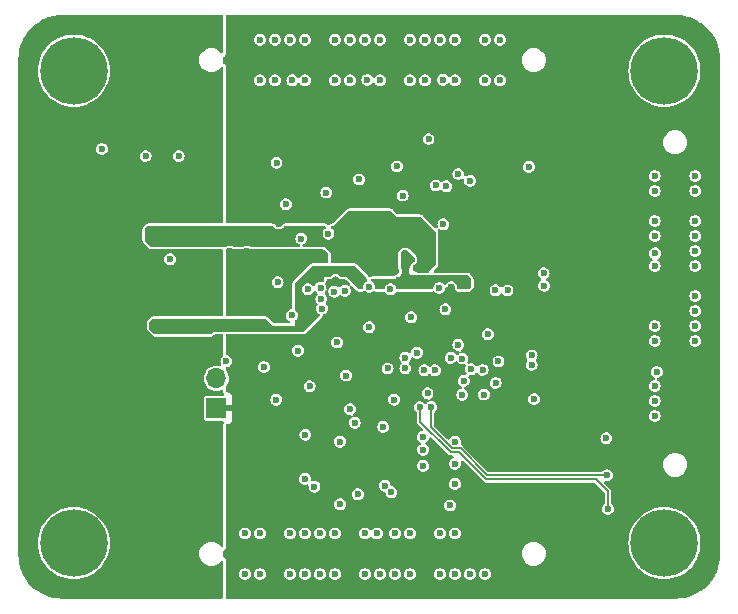
<source format=gbr>
%TF.GenerationSoftware,KiCad,Pcbnew,7.0.7-7.0.7~ubuntu22.04.1*%
%TF.CreationDate,2023-09-19T23:06:59+02:00*%
%TF.ProjectId,som_fpga,736f6d5f-6670-4676-912e-6b696361645f,rev?*%
%TF.SameCoordinates,Original*%
%TF.FileFunction,Copper,L2,Inr*%
%TF.FilePolarity,Positive*%
%FSLAX46Y46*%
G04 Gerber Fmt 4.6, Leading zero omitted, Abs format (unit mm)*
G04 Created by KiCad (PCBNEW 7.0.7-7.0.7~ubuntu22.04.1) date 2023-09-19 23:06:59*
%MOMM*%
%LPD*%
G01*
G04 APERTURE LIST*
%TA.AperFunction,ComponentPad*%
%ADD10R,1.700000X1.700000*%
%TD*%
%TA.AperFunction,ComponentPad*%
%ADD11O,1.700000X1.700000*%
%TD*%
%TA.AperFunction,ComponentPad*%
%ADD12C,5.700000*%
%TD*%
%TA.AperFunction,ViaPad*%
%ADD13C,0.600000*%
%TD*%
%TA.AperFunction,Conductor*%
%ADD14C,0.127000*%
%TD*%
G04 APERTURE END LIST*
D10*
%TO.N,+3V3*%
%TO.C,J1*%
X127200000Y-93675000D03*
D11*
%TO.N,Net-(J1-Pin_2)*%
X127200000Y-91135000D03*
%TD*%
D12*
%TO.N,GND*%
%TO.C,H3*%
X165140000Y-105090000D03*
%TD*%
%TO.N,GND*%
%TO.C,H1*%
X165140000Y-65090000D03*
%TD*%
%TO.N,GND*%
%TO.C,H2*%
X115140000Y-65090000D03*
%TD*%
%TO.N,GND*%
%TO.C,H4*%
X115140000Y-105090000D03*
%TD*%
D13*
%TO.N,USER_LED1*%
X145393500Y-93560000D03*
X160280000Y-99340000D03*
%TO.N,USER_LED2*%
X160360000Y-102200000D03*
X144430000Y-93570000D03*
%TO.N,USER_LED0*%
X150850000Y-91530000D03*
X160220000Y-96210000D03*
%TO.N,CONN3.5_N*%
X164325000Y-87977500D03*
%TO.N,CONN3.6_P*%
X167755000Y-87977500D03*
%TO.N,CONN3.5_P*%
X164325000Y-86707500D03*
%TO.N,CONN3.6_N*%
X167755000Y-86707500D03*
%TO.N,CONN3.7_P*%
X153900000Y-89200000D03*
%TO.N,CONN3.8_N*%
X167755000Y-85437500D03*
%TO.N,CONN3.7_N*%
X153900000Y-90000000D03*
%TO.N,CONN3.8_P*%
X167755000Y-84167500D03*
%TO.N,CONN3.9_P*%
X164354058Y-80553680D03*
%TO.N,CONN3.10_N*%
X167755000Y-81627500D03*
%TO.N,CONN3.9_N*%
X164325000Y-81627500D03*
%TO.N,CONN3.10_P*%
X167755000Y-80357500D03*
%TO.N,CONN3.11_N*%
X164325000Y-79087500D03*
X151858529Y-83696609D03*
%TO.N,CONN3.12_N*%
X148690000Y-74410000D03*
X167755000Y-79087500D03*
%TO.N,CONN3.11_P*%
X150840000Y-83690000D03*
X164325000Y-77817500D03*
%TO.N,CONN3.12_P*%
X167755000Y-77817500D03*
X147700000Y-73840000D03*
%TO.N,CONN3.13_N*%
X164325000Y-75277500D03*
%TO.N,CONN3.14_N*%
X167755000Y-75277500D03*
%TO.N,CONN3.13_P*%
X164325000Y-74007500D03*
%TO.N,CONN3.14_P*%
X167755000Y-74007500D03*
%TO.N,+5V*%
X114200000Y-99300000D03*
X118814000Y-77019000D03*
X118594000Y-85154000D03*
X127000000Y-66650000D03*
X118819000Y-92379000D03*
%TO.N,GND*%
X135100000Y-91800000D03*
X150200000Y-87400000D03*
X142500000Y-73200000D03*
X147700000Y-88300000D03*
X141700000Y-90300000D03*
X117514000Y-71719000D03*
X147400000Y-100070000D03*
X153670000Y-73230000D03*
X145170000Y-70880000D03*
X138200000Y-90900000D03*
X134750000Y-95920000D03*
X136168097Y-85230252D03*
X147000000Y-101900000D03*
X139300000Y-74300000D03*
X133600000Y-85800000D03*
X132300000Y-72900000D03*
X154910000Y-82240000D03*
X143690000Y-85970000D03*
X137430000Y-88100000D03*
X134400000Y-79300000D03*
X133100000Y-76400000D03*
X154950000Y-83300000D03*
X154110000Y-92890000D03*
X146085805Y-83491039D03*
X121214000Y-72319000D03*
X134100000Y-88800000D03*
X131230000Y-90180000D03*
X148160000Y-91350000D03*
X140135000Y-86805000D03*
X142250000Y-92940000D03*
X146430000Y-78100000D03*
X136512690Y-75405402D03*
X132400000Y-83000000D03*
X147400000Y-98370000D03*
X132280000Y-92950000D03*
X144720000Y-96100000D03*
X144710000Y-97180000D03*
X147400000Y-96510000D03*
X144720000Y-98550000D03*
X144210000Y-88970000D03*
X145085500Y-92400000D03*
X142984593Y-75665407D03*
X134700000Y-99650000D03*
X141350000Y-95250000D03*
X146600000Y-85300000D03*
X151092897Y-89712915D03*
X128060000Y-89690000D03*
%TO.N,+1V8*%
X143105411Y-80775078D03*
X126000000Y-87000000D03*
X127290000Y-86430000D03*
X124800000Y-87000000D03*
X148045892Y-82768366D03*
X128890000Y-86690000D03*
X145060000Y-82790000D03*
X138600000Y-82300000D03*
X143105405Y-82775066D03*
%TO.N,+1V0*%
X142423198Y-82082069D03*
X141560000Y-79220000D03*
X140754626Y-77775001D03*
X121800000Y-78600000D03*
X124200000Y-79700000D03*
X139735378Y-80784469D03*
X122700000Y-78600000D03*
X139687432Y-78998278D03*
X144105416Y-81775088D03*
X124780000Y-79030000D03*
X145488443Y-79035239D03*
X143540000Y-79150000D03*
X142754598Y-77775061D03*
X123294000Y-81054000D03*
X140360000Y-81920000D03*
X137754866Y-79424562D03*
X123600000Y-78600000D03*
X138713235Y-77793925D03*
X145310000Y-81260000D03*
X144235549Y-78376653D03*
%TO.N,Net-(U1F-CFGBVS_0)*%
X136700000Y-78890000D03*
%TO.N,+3V3*%
X128400000Y-80400000D03*
X132490000Y-78030000D03*
X145270000Y-87310000D03*
X128400000Y-72600000D03*
X137600000Y-73000000D03*
X148640000Y-85880000D03*
X158000000Y-91100000D03*
X133500000Y-81200000D03*
X128400000Y-75000000D03*
X145300000Y-77000000D03*
X147210000Y-72860000D03*
X150105107Y-72424576D03*
X137300000Y-82800000D03*
X134200000Y-73900000D03*
X128400000Y-73400000D03*
X141717051Y-74737891D03*
X149430000Y-89100000D03*
X167810000Y-90490000D03*
X141630000Y-85250000D03*
X131200000Y-75000000D03*
X157400000Y-81800000D03*
X152250000Y-68150000D03*
X132200000Y-87900000D03*
X147105416Y-83424912D03*
X129500000Y-77400000D03*
X129800000Y-80400000D03*
X140300000Y-92000000D03*
X139813742Y-89430953D03*
X146600000Y-90200000D03*
X144897942Y-84580064D03*
X136560000Y-96502998D03*
X167755000Y-72737500D03*
X136600000Y-90000000D03*
X137400000Y-93700000D03*
X128400000Y-75800000D03*
X128362500Y-102337500D03*
X140410000Y-71580000D03*
X134430000Y-98520000D03*
X133700000Y-90900000D03*
X131200000Y-85300000D03*
X128400000Y-74200000D03*
X144161826Y-74453945D03*
X135904991Y-87586496D03*
X142754572Y-87775112D03*
X144930000Y-91590000D03*
X150010000Y-91680000D03*
X147410000Y-94810000D03*
X153500000Y-88037000D03*
X163720000Y-72400000D03*
X138160088Y-86269485D03*
X124014000Y-72319000D03*
X128700000Y-77400000D03*
X151510000Y-84820000D03*
%TO.N,Net-(U1F-INIT_B_0)*%
X136024509Y-83468596D03*
%TO.N,Net-(U1F-PROGRAM_B_0)*%
X140145000Y-83385000D03*
%TO.N,FLASH_SCLK*%
X141948560Y-83592537D03*
X138920000Y-94890000D03*
%TO.N,/FPGA_bank13_14/FLASH_D2*%
X139188100Y-100955282D03*
%TO.N,/FPGA_bank13_14/FLASH_D3*%
X137660000Y-96502998D03*
%TO.N,/FPGA_bank13_14/FLASH_D1*%
X137680000Y-101810000D03*
X138529500Y-93750000D03*
%TO.N,/FPGA_bank13_14/FLASH_CS*%
X135515498Y-100310000D03*
%TO.N,CONN1.1_P*%
X130902500Y-62475000D03*
%TO.N,CONN1.2_P*%
X130902500Y-65905000D03*
%TO.N,CONN1.1_N*%
X132172500Y-62475000D03*
%TO.N,CONN1.2_N*%
X132172500Y-65905000D03*
%TO.N,CONN1.3_P*%
X133442500Y-62475000D03*
%TO.N,CONN1.4_P*%
X134712500Y-65905000D03*
%TO.N,CONN1.3_N*%
X134712500Y-62475000D03*
%TO.N,CONN1.4_N*%
X133638700Y-65905000D03*
%TO.N,CONN1.5_P*%
X138522500Y-62475000D03*
%TO.N,CONN1.6_P*%
X138522500Y-65905000D03*
%TO.N,CONN1.5_N*%
X137252500Y-62475000D03*
%TO.N,CONN1.6_N*%
X137252500Y-65905000D03*
%TO.N,CONN1.7_P*%
X139792500Y-62475000D03*
%TO.N,CONN1.8_P*%
X139988680Y-65875942D03*
%TO.N,CONN1.7_N*%
X141062500Y-62475000D03*
%TO.N,CONN1.8_N*%
X141062500Y-65905000D03*
%TO.N,CONN1.9_P*%
X143602500Y-62475000D03*
%TO.N,CONN1.10_P*%
X143602500Y-65905000D03*
%TO.N,CONN1.9_N*%
X144872500Y-62475000D03*
%TO.N,CONN1.10_N*%
X144872500Y-65905000D03*
%TO.N,CONN1.11_P*%
X146142500Y-62475000D03*
%TO.N,CONN1.12_P*%
X146390000Y-65860000D03*
%TO.N,CONN1.11_N*%
X147412500Y-62475000D03*
%TO.N,CONN1.12_N*%
X147412500Y-65905000D03*
%TO.N,CONN1.13_P*%
X145794585Y-74807507D03*
X149952500Y-62475000D03*
%TO.N,CONN1.14_P*%
X149952500Y-65905000D03*
%TO.N,CONN1.13_N*%
X146660000Y-74880000D03*
X151222500Y-62475000D03*
%TO.N,CONN1.14_N*%
X151222500Y-65905000D03*
%TO.N,CONN2.1_P*%
X148780000Y-90370000D03*
X148682500Y-107705000D03*
%TO.N,CONN2.2_P*%
X148028188Y-92527417D03*
%TO.N,CONN2.1_N*%
X149750000Y-90430000D03*
X149952500Y-107705000D03*
%TO.N,CONN2.2_N*%
X149860000Y-92510000D03*
%TO.N,CONN2.3_P*%
X146142500Y-107705000D03*
%TO.N,CONN2.4_P*%
X146142500Y-104275000D03*
X147060000Y-89410000D03*
%TO.N,CONN2.3_N*%
X147412500Y-107705000D03*
%TO.N,CONN2.4_N*%
X148040000Y-89460000D03*
X147412500Y-104275000D03*
%TO.N,CONN2.5_P*%
X144810000Y-90450000D03*
X142332500Y-107705000D03*
%TO.N,CONN2.6_P*%
X143602500Y-104275000D03*
%TO.N,CONN2.5_N*%
X143602500Y-107705000D03*
X145715153Y-90461257D03*
%TO.N,CONN2.6_N*%
X142332500Y-104275000D03*
%TO.N,CONN2.7_P*%
X141062500Y-107705000D03*
X143210000Y-89380000D03*
%TO.N,CONN2.8_P*%
X139792500Y-104275000D03*
%TO.N,CONN2.7_N*%
X143210000Y-90280000D03*
X139792500Y-107705000D03*
%TO.N,CONN2.8_N*%
X140793500Y-104275000D03*
%TO.N,CONN2.9_P*%
X141462142Y-100221794D03*
X135982500Y-107705000D03*
%TO.N,CONN2.10_P*%
X137252500Y-104275000D03*
%TO.N,CONN2.9_N*%
X137252500Y-107705000D03*
X142027828Y-100787480D03*
%TO.N,CONN2.10_N*%
X135982500Y-104275000D03*
%TO.N,CONN2.11_P*%
X133442500Y-107705000D03*
%TO.N,CONN2.12_P*%
X133442500Y-104275000D03*
%TO.N,CONN2.11_N*%
X134712500Y-107705000D03*
%TO.N,CONN2.12_N*%
X134712500Y-104275000D03*
%TO.N,CONN2.13_P*%
X129632500Y-107705000D03*
%TO.N,CONN2.14_P*%
X129632500Y-104275000D03*
%TO.N,CONN2.13_N*%
X130902500Y-107705000D03*
%TO.N,CONN2.14_N*%
X130902500Y-104275000D03*
%TO.N,JTAG_TDI*%
X138092897Y-83712915D03*
X164500000Y-90600000D03*
%TO.N,JTAG_TMS*%
X164325000Y-94327500D03*
X137200000Y-83800000D03*
%TO.N,JTAG_TDO*%
X136100000Y-84400000D03*
X164325000Y-91787500D03*
%TO.N,JTAG_TCK*%
X134943044Y-83597827D03*
X164325000Y-93057500D03*
%TD*%
D14*
%TO.N,USER_LED1*%
X145393500Y-95300410D02*
X147166590Y-97073500D01*
X147893500Y-97073500D02*
X150160000Y-99340000D01*
X147166590Y-97073500D02*
X147893500Y-97073500D01*
X145393500Y-93560000D02*
X145393500Y-95300410D01*
X150160000Y-99340000D02*
X160280000Y-99340000D01*
%TO.N,USER_LED2*%
X150050000Y-99700000D02*
X159360000Y-99700000D01*
X159360000Y-99700000D02*
X160360000Y-100700000D01*
X144430000Y-93570000D02*
X144430000Y-94799358D01*
X160360000Y-100700000D02*
X160360000Y-102200000D01*
X147031142Y-97400500D02*
X147750500Y-97400500D01*
X144430000Y-94799358D02*
X147031142Y-97400500D01*
X147750500Y-97400500D02*
X150050000Y-99700000D01*
%TD*%
%TA.AperFunction,Conductor*%
%TO.N,+3V3*%
G36*
X166141513Y-60390575D02*
G01*
X166499571Y-60408165D01*
X166505624Y-60408760D01*
X166858724Y-60461138D01*
X166864676Y-60462321D01*
X167153435Y-60534651D01*
X167210953Y-60549059D01*
X167216774Y-60550824D01*
X167552867Y-60671081D01*
X167558486Y-60673409D01*
X167881181Y-60826031D01*
X167886539Y-60828894D01*
X168192713Y-61012408D01*
X168197775Y-61015790D01*
X168484494Y-61228436D01*
X168489198Y-61232296D01*
X168753699Y-61472025D01*
X168757974Y-61476300D01*
X168921782Y-61657035D01*
X168997701Y-61740799D01*
X169001563Y-61745505D01*
X169214209Y-62032224D01*
X169217591Y-62037286D01*
X169250899Y-62092857D01*
X169397390Y-62337263D01*
X169401098Y-62343448D01*
X169403968Y-62348818D01*
X169556590Y-62671513D01*
X169558920Y-62677137D01*
X169679173Y-63013220D01*
X169680940Y-63019046D01*
X169767674Y-63365304D01*
X169768861Y-63371275D01*
X169821238Y-63724370D01*
X169821834Y-63730428D01*
X169839425Y-64088485D01*
X169839500Y-64091528D01*
X169839500Y-106088470D01*
X169839425Y-106091513D01*
X169821834Y-106449571D01*
X169821238Y-106455629D01*
X169768861Y-106808724D01*
X169767674Y-106814695D01*
X169680940Y-107160953D01*
X169679173Y-107166779D01*
X169558920Y-107502862D01*
X169556590Y-107508486D01*
X169403968Y-107831181D01*
X169401098Y-107836551D01*
X169217591Y-108142713D01*
X169214209Y-108147775D01*
X169001563Y-108434494D01*
X168997701Y-108439200D01*
X168757989Y-108703684D01*
X168753689Y-108707983D01*
X168658751Y-108794029D01*
X168489200Y-108947701D01*
X168484494Y-108951563D01*
X168197775Y-109164209D01*
X168192713Y-109167591D01*
X167886551Y-109351098D01*
X167881181Y-109353968D01*
X167558486Y-109506590D01*
X167552862Y-109508920D01*
X167216779Y-109629173D01*
X167210953Y-109630940D01*
X166864695Y-109717674D01*
X166858724Y-109718861D01*
X166505629Y-109771238D01*
X166499571Y-109771834D01*
X166141514Y-109789425D01*
X166138471Y-109789500D01*
X128000000Y-109789500D01*
X128000000Y-107705000D01*
X129126853Y-107705000D01*
X129147334Y-107847456D01*
X129205059Y-107973853D01*
X129207123Y-107978373D01*
X129301372Y-108087143D01*
X129422447Y-108164953D01*
X129422450Y-108164954D01*
X129422449Y-108164954D01*
X129560536Y-108205499D01*
X129560538Y-108205500D01*
X129560539Y-108205500D01*
X129704462Y-108205500D01*
X129704462Y-108205499D01*
X129842553Y-108164953D01*
X129963628Y-108087143D01*
X130057877Y-107978373D01*
X130117665Y-107847457D01*
X130138147Y-107705000D01*
X130396853Y-107705000D01*
X130417334Y-107847456D01*
X130475059Y-107973853D01*
X130477123Y-107978373D01*
X130571372Y-108087143D01*
X130692447Y-108164953D01*
X130692450Y-108164954D01*
X130692449Y-108164954D01*
X130830536Y-108205499D01*
X130830538Y-108205500D01*
X130830539Y-108205500D01*
X130974462Y-108205500D01*
X130974462Y-108205499D01*
X131112553Y-108164953D01*
X131233628Y-108087143D01*
X131327877Y-107978373D01*
X131387665Y-107847457D01*
X131408147Y-107705000D01*
X132936853Y-107705000D01*
X132957334Y-107847456D01*
X133015059Y-107973853D01*
X133017123Y-107978373D01*
X133111372Y-108087143D01*
X133232447Y-108164953D01*
X133232450Y-108164954D01*
X133232449Y-108164954D01*
X133370536Y-108205499D01*
X133370538Y-108205500D01*
X133370539Y-108205500D01*
X133514462Y-108205500D01*
X133514462Y-108205499D01*
X133652553Y-108164953D01*
X133773628Y-108087143D01*
X133867877Y-107978373D01*
X133927665Y-107847457D01*
X133948147Y-107705000D01*
X134206853Y-107705000D01*
X134227334Y-107847456D01*
X134285059Y-107973853D01*
X134287123Y-107978373D01*
X134381372Y-108087143D01*
X134502447Y-108164953D01*
X134502450Y-108164954D01*
X134502449Y-108164954D01*
X134640536Y-108205499D01*
X134640538Y-108205500D01*
X134640539Y-108205500D01*
X134784462Y-108205500D01*
X134784462Y-108205499D01*
X134922553Y-108164953D01*
X135043628Y-108087143D01*
X135137877Y-107978373D01*
X135197665Y-107847457D01*
X135218147Y-107705000D01*
X135476853Y-107705000D01*
X135497334Y-107847456D01*
X135555059Y-107973853D01*
X135557123Y-107978373D01*
X135651372Y-108087143D01*
X135772447Y-108164953D01*
X135772450Y-108164954D01*
X135772449Y-108164954D01*
X135910536Y-108205499D01*
X135910538Y-108205500D01*
X135910539Y-108205500D01*
X136054462Y-108205500D01*
X136054462Y-108205499D01*
X136192553Y-108164953D01*
X136313628Y-108087143D01*
X136407877Y-107978373D01*
X136467665Y-107847457D01*
X136488147Y-107705000D01*
X136746853Y-107705000D01*
X136767334Y-107847456D01*
X136825059Y-107973853D01*
X136827123Y-107978373D01*
X136921372Y-108087143D01*
X137042447Y-108164953D01*
X137042450Y-108164954D01*
X137042449Y-108164954D01*
X137180536Y-108205499D01*
X137180538Y-108205500D01*
X137180539Y-108205500D01*
X137324462Y-108205500D01*
X137324462Y-108205499D01*
X137462553Y-108164953D01*
X137583628Y-108087143D01*
X137677877Y-107978373D01*
X137737665Y-107847457D01*
X137758147Y-107705000D01*
X139286853Y-107705000D01*
X139307334Y-107847456D01*
X139365059Y-107973853D01*
X139367123Y-107978373D01*
X139461372Y-108087143D01*
X139582447Y-108164953D01*
X139582450Y-108164954D01*
X139582449Y-108164954D01*
X139720536Y-108205499D01*
X139720538Y-108205500D01*
X139720539Y-108205500D01*
X139864462Y-108205500D01*
X139864462Y-108205499D01*
X140002553Y-108164953D01*
X140123628Y-108087143D01*
X140217877Y-107978373D01*
X140277665Y-107847457D01*
X140298147Y-107705000D01*
X140556853Y-107705000D01*
X140577334Y-107847456D01*
X140635059Y-107973853D01*
X140637123Y-107978373D01*
X140731372Y-108087143D01*
X140852447Y-108164953D01*
X140852450Y-108164954D01*
X140852449Y-108164954D01*
X140990536Y-108205499D01*
X140990538Y-108205500D01*
X140990539Y-108205500D01*
X141134462Y-108205500D01*
X141134462Y-108205499D01*
X141272553Y-108164953D01*
X141393628Y-108087143D01*
X141487877Y-107978373D01*
X141547665Y-107847457D01*
X141568147Y-107705000D01*
X141826853Y-107705000D01*
X141847334Y-107847456D01*
X141905059Y-107973853D01*
X141907123Y-107978373D01*
X142001372Y-108087143D01*
X142122447Y-108164953D01*
X142122450Y-108164954D01*
X142122449Y-108164954D01*
X142260536Y-108205499D01*
X142260538Y-108205500D01*
X142260539Y-108205500D01*
X142404462Y-108205500D01*
X142404462Y-108205499D01*
X142542553Y-108164953D01*
X142663628Y-108087143D01*
X142757877Y-107978373D01*
X142817665Y-107847457D01*
X142838147Y-107705000D01*
X142838147Y-107704999D01*
X143096853Y-107704999D01*
X143117334Y-107847456D01*
X143175059Y-107973853D01*
X143177123Y-107978373D01*
X143271372Y-108087143D01*
X143392447Y-108164953D01*
X143392450Y-108164954D01*
X143392449Y-108164954D01*
X143530536Y-108205499D01*
X143530538Y-108205500D01*
X143530539Y-108205500D01*
X143674462Y-108205500D01*
X143674462Y-108205499D01*
X143812553Y-108164953D01*
X143933628Y-108087143D01*
X144027877Y-107978373D01*
X144087665Y-107847457D01*
X144108147Y-107705000D01*
X145636853Y-107705000D01*
X145657334Y-107847456D01*
X145715059Y-107973853D01*
X145717123Y-107978373D01*
X145811372Y-108087143D01*
X145932447Y-108164953D01*
X145932450Y-108164954D01*
X145932449Y-108164954D01*
X146070536Y-108205499D01*
X146070538Y-108205500D01*
X146070539Y-108205500D01*
X146214462Y-108205500D01*
X146214462Y-108205499D01*
X146352553Y-108164953D01*
X146473628Y-108087143D01*
X146567877Y-107978373D01*
X146627665Y-107847457D01*
X146648147Y-107705000D01*
X146906853Y-107705000D01*
X146927334Y-107847456D01*
X146985059Y-107973853D01*
X146987123Y-107978373D01*
X147081372Y-108087143D01*
X147202447Y-108164953D01*
X147202450Y-108164954D01*
X147202449Y-108164954D01*
X147340536Y-108205499D01*
X147340538Y-108205500D01*
X147340539Y-108205500D01*
X147484462Y-108205500D01*
X147484462Y-108205499D01*
X147622553Y-108164953D01*
X147743628Y-108087143D01*
X147837877Y-107978373D01*
X147897665Y-107847457D01*
X147918147Y-107705000D01*
X148176853Y-107705000D01*
X148197334Y-107847456D01*
X148255059Y-107973853D01*
X148257123Y-107978373D01*
X148351372Y-108087143D01*
X148472447Y-108164953D01*
X148472450Y-108164954D01*
X148472449Y-108164954D01*
X148610536Y-108205499D01*
X148610538Y-108205500D01*
X148610539Y-108205500D01*
X148754462Y-108205500D01*
X148754462Y-108205499D01*
X148892553Y-108164953D01*
X149013628Y-108087143D01*
X149107877Y-107978373D01*
X149167665Y-107847457D01*
X149188147Y-107705000D01*
X149446853Y-107705000D01*
X149467334Y-107847456D01*
X149525059Y-107973853D01*
X149527123Y-107978373D01*
X149621372Y-108087143D01*
X149742447Y-108164953D01*
X149742450Y-108164954D01*
X149742449Y-108164954D01*
X149880536Y-108205499D01*
X149880538Y-108205500D01*
X149880539Y-108205500D01*
X150024462Y-108205500D01*
X150024462Y-108205499D01*
X150162553Y-108164953D01*
X150283628Y-108087143D01*
X150377877Y-107978373D01*
X150437665Y-107847457D01*
X150458147Y-107705000D01*
X150437665Y-107562543D01*
X150377877Y-107431627D01*
X150283628Y-107322857D01*
X150162553Y-107245047D01*
X150162551Y-107245046D01*
X150162549Y-107245045D01*
X150162550Y-107245045D01*
X150024463Y-107204500D01*
X150024461Y-107204500D01*
X149880539Y-107204500D01*
X149880536Y-107204500D01*
X149742449Y-107245045D01*
X149621373Y-107322856D01*
X149527123Y-107431626D01*
X149527122Y-107431628D01*
X149467334Y-107562543D01*
X149446853Y-107705000D01*
X149188147Y-107705000D01*
X149167665Y-107562543D01*
X149107877Y-107431627D01*
X149013628Y-107322857D01*
X148892553Y-107245047D01*
X148892551Y-107245046D01*
X148892549Y-107245045D01*
X148892550Y-107245045D01*
X148754463Y-107204500D01*
X148754461Y-107204500D01*
X148610539Y-107204500D01*
X148610536Y-107204500D01*
X148472449Y-107245045D01*
X148351373Y-107322856D01*
X148257123Y-107431626D01*
X148257122Y-107431628D01*
X148197334Y-107562543D01*
X148176853Y-107705000D01*
X147918147Y-107705000D01*
X147897665Y-107562543D01*
X147837877Y-107431627D01*
X147743628Y-107322857D01*
X147622553Y-107245047D01*
X147622551Y-107245046D01*
X147622549Y-107245045D01*
X147622550Y-107245045D01*
X147484463Y-107204500D01*
X147484461Y-107204500D01*
X147340539Y-107204500D01*
X147340536Y-107204500D01*
X147202449Y-107245045D01*
X147081373Y-107322856D01*
X146987123Y-107431626D01*
X146987122Y-107431628D01*
X146927334Y-107562543D01*
X146906853Y-107705000D01*
X146648147Y-107705000D01*
X146627665Y-107562543D01*
X146567877Y-107431627D01*
X146473628Y-107322857D01*
X146352553Y-107245047D01*
X146352551Y-107245046D01*
X146352549Y-107245045D01*
X146352550Y-107245045D01*
X146214463Y-107204500D01*
X146214461Y-107204500D01*
X146070539Y-107204500D01*
X146070536Y-107204500D01*
X145932449Y-107245045D01*
X145811373Y-107322856D01*
X145717123Y-107431626D01*
X145717122Y-107431628D01*
X145657334Y-107562543D01*
X145636853Y-107705000D01*
X144108147Y-107705000D01*
X144087665Y-107562543D01*
X144027877Y-107431627D01*
X143933628Y-107322857D01*
X143812553Y-107245047D01*
X143812551Y-107245046D01*
X143812549Y-107245045D01*
X143812550Y-107245045D01*
X143674463Y-107204500D01*
X143674461Y-107204500D01*
X143530539Y-107204500D01*
X143530536Y-107204500D01*
X143392449Y-107245045D01*
X143271373Y-107322856D01*
X143177123Y-107431626D01*
X143177122Y-107431628D01*
X143117334Y-107562543D01*
X143096853Y-107704999D01*
X142838147Y-107704999D01*
X142817665Y-107562543D01*
X142757877Y-107431627D01*
X142663628Y-107322857D01*
X142542553Y-107245047D01*
X142542551Y-107245046D01*
X142542549Y-107245045D01*
X142542550Y-107245045D01*
X142404463Y-107204500D01*
X142404461Y-107204500D01*
X142260539Y-107204500D01*
X142260536Y-107204500D01*
X142122449Y-107245045D01*
X142001373Y-107322856D01*
X141907123Y-107431626D01*
X141907122Y-107431628D01*
X141847334Y-107562543D01*
X141826853Y-107705000D01*
X141568147Y-107705000D01*
X141547665Y-107562543D01*
X141487877Y-107431627D01*
X141393628Y-107322857D01*
X141272553Y-107245047D01*
X141272551Y-107245046D01*
X141272549Y-107245045D01*
X141272550Y-107245045D01*
X141134463Y-107204500D01*
X141134461Y-107204500D01*
X140990539Y-107204500D01*
X140990536Y-107204500D01*
X140852449Y-107245045D01*
X140731373Y-107322856D01*
X140637123Y-107431626D01*
X140637122Y-107431628D01*
X140577334Y-107562543D01*
X140556853Y-107705000D01*
X140298147Y-107705000D01*
X140277665Y-107562543D01*
X140217877Y-107431627D01*
X140123628Y-107322857D01*
X140002553Y-107245047D01*
X140002551Y-107245046D01*
X140002549Y-107245045D01*
X140002550Y-107245045D01*
X139864463Y-107204500D01*
X139864461Y-107204500D01*
X139720539Y-107204500D01*
X139720536Y-107204500D01*
X139582449Y-107245045D01*
X139461373Y-107322856D01*
X139367123Y-107431626D01*
X139367122Y-107431628D01*
X139307334Y-107562543D01*
X139286853Y-107705000D01*
X137758147Y-107705000D01*
X137737665Y-107562543D01*
X137677877Y-107431627D01*
X137583628Y-107322857D01*
X137462553Y-107245047D01*
X137462551Y-107245046D01*
X137462549Y-107245045D01*
X137462550Y-107245045D01*
X137324463Y-107204500D01*
X137324461Y-107204500D01*
X137180539Y-107204500D01*
X137180536Y-107204500D01*
X137042449Y-107245045D01*
X136921373Y-107322856D01*
X136827123Y-107431626D01*
X136827122Y-107431628D01*
X136767334Y-107562543D01*
X136746853Y-107705000D01*
X136488147Y-107705000D01*
X136467665Y-107562543D01*
X136407877Y-107431627D01*
X136313628Y-107322857D01*
X136192553Y-107245047D01*
X136192551Y-107245046D01*
X136192549Y-107245045D01*
X136192550Y-107245045D01*
X136054463Y-107204500D01*
X136054461Y-107204500D01*
X135910539Y-107204500D01*
X135910536Y-107204500D01*
X135772449Y-107245045D01*
X135651373Y-107322856D01*
X135557123Y-107431626D01*
X135557122Y-107431628D01*
X135497334Y-107562543D01*
X135476853Y-107705000D01*
X135218147Y-107705000D01*
X135197665Y-107562543D01*
X135137877Y-107431627D01*
X135043628Y-107322857D01*
X134922553Y-107245047D01*
X134922551Y-107245046D01*
X134922549Y-107245045D01*
X134922550Y-107245045D01*
X134784463Y-107204500D01*
X134784461Y-107204500D01*
X134640539Y-107204500D01*
X134640536Y-107204500D01*
X134502449Y-107245045D01*
X134381373Y-107322856D01*
X134287123Y-107431626D01*
X134287122Y-107431628D01*
X134227334Y-107562543D01*
X134206853Y-107705000D01*
X133948147Y-107705000D01*
X133927665Y-107562543D01*
X133867877Y-107431627D01*
X133773628Y-107322857D01*
X133652553Y-107245047D01*
X133652551Y-107245046D01*
X133652549Y-107245045D01*
X133652550Y-107245045D01*
X133514463Y-107204500D01*
X133514461Y-107204500D01*
X133370539Y-107204500D01*
X133370536Y-107204500D01*
X133232449Y-107245045D01*
X133111373Y-107322856D01*
X133017123Y-107431626D01*
X133017122Y-107431628D01*
X132957334Y-107562543D01*
X132936853Y-107705000D01*
X131408147Y-107705000D01*
X131387665Y-107562543D01*
X131327877Y-107431627D01*
X131233628Y-107322857D01*
X131112553Y-107245047D01*
X131112551Y-107245046D01*
X131112549Y-107245045D01*
X131112550Y-107245045D01*
X130974463Y-107204500D01*
X130974461Y-107204500D01*
X130830539Y-107204500D01*
X130830536Y-107204500D01*
X130692449Y-107245045D01*
X130571373Y-107322856D01*
X130477123Y-107431626D01*
X130477122Y-107431628D01*
X130417334Y-107562543D01*
X130396853Y-107705000D01*
X130138147Y-107705000D01*
X130117665Y-107562543D01*
X130057877Y-107431627D01*
X129963628Y-107322857D01*
X129842553Y-107245047D01*
X129842551Y-107245046D01*
X129842549Y-107245045D01*
X129842550Y-107245045D01*
X129704463Y-107204500D01*
X129704461Y-107204500D01*
X129560539Y-107204500D01*
X129560536Y-107204500D01*
X129422449Y-107245045D01*
X129301373Y-107322856D01*
X129207123Y-107431626D01*
X129207122Y-107431628D01*
X129147334Y-107562543D01*
X129126853Y-107705000D01*
X128000000Y-107705000D01*
X128000000Y-105990000D01*
X153067111Y-105990000D01*
X153086621Y-106188095D01*
X153144403Y-106378574D01*
X153238231Y-106554114D01*
X153238235Y-106554121D01*
X153364511Y-106707988D01*
X153518378Y-106834264D01*
X153518385Y-106834268D01*
X153693925Y-106928096D01*
X153693927Y-106928097D01*
X153884407Y-106985879D01*
X154032860Y-107000500D01*
X154032863Y-107000500D01*
X154132137Y-107000500D01*
X154132140Y-107000500D01*
X154280593Y-106985879D01*
X154471073Y-106928097D01*
X154646620Y-106834265D01*
X154800488Y-106707988D01*
X154926765Y-106554120D01*
X155020597Y-106378573D01*
X155078379Y-106188093D01*
X155097889Y-105990000D01*
X155078379Y-105791907D01*
X155020597Y-105601427D01*
X154930086Y-105432093D01*
X154926768Y-105425885D01*
X154926764Y-105425878D01*
X154800488Y-105272011D01*
X154646621Y-105145735D01*
X154646614Y-105145731D01*
X154542347Y-105089999D01*
X162084693Y-105089999D01*
X162103903Y-105432081D01*
X162103905Y-105432093D01*
X162161295Y-105769866D01*
X162161297Y-105769875D01*
X162224715Y-105990000D01*
X162256147Y-106099104D01*
X162387264Y-106415648D01*
X162463795Y-106554120D01*
X162552998Y-106715521D01*
X162751269Y-106994959D01*
X162979570Y-107250426D01*
X162979573Y-107250429D01*
X163235040Y-107478730D01*
X163235046Y-107478734D01*
X163235047Y-107478735D01*
X163514479Y-107677002D01*
X163814352Y-107842736D01*
X164130896Y-107973853D01*
X164460130Y-108068704D01*
X164797914Y-108126096D01*
X165140000Y-108145307D01*
X165482086Y-108126096D01*
X165819870Y-108068704D01*
X166149104Y-107973853D01*
X166465648Y-107842736D01*
X166765521Y-107677002D01*
X167044953Y-107478735D01*
X167300428Y-107250428D01*
X167528735Y-106994953D01*
X167727002Y-106715521D01*
X167892736Y-106415648D01*
X168023853Y-106099104D01*
X168118704Y-105769870D01*
X168176096Y-105432086D01*
X168195307Y-105090000D01*
X168176096Y-104747914D01*
X168118704Y-104410130D01*
X168023853Y-104080896D01*
X167892736Y-103764352D01*
X167727002Y-103464479D01*
X167528735Y-103185047D01*
X167528734Y-103185046D01*
X167528730Y-103185040D01*
X167300429Y-102929573D01*
X167300426Y-102929570D01*
X167044959Y-102701269D01*
X166765521Y-102502998D01*
X166506702Y-102359954D01*
X166465648Y-102337264D01*
X166149104Y-102206147D01*
X166035343Y-102173373D01*
X165819875Y-102111297D01*
X165819866Y-102111295D01*
X165482093Y-102053905D01*
X165482081Y-102053903D01*
X165140000Y-102034693D01*
X164797918Y-102053903D01*
X164797906Y-102053905D01*
X164460133Y-102111295D01*
X164460124Y-102111297D01*
X164130899Y-102206146D01*
X164130896Y-102206147D01*
X164038184Y-102244549D01*
X163814353Y-102337263D01*
X163514478Y-102502998D01*
X163235040Y-102701269D01*
X162979573Y-102929570D01*
X162979570Y-102929573D01*
X162751269Y-103185040D01*
X162552998Y-103464478D01*
X162387263Y-103764353D01*
X162256146Y-104080899D01*
X162161297Y-104410124D01*
X162161295Y-104410133D01*
X162103905Y-104747906D01*
X162103903Y-104747918D01*
X162084693Y-105089999D01*
X154542347Y-105089999D01*
X154471074Y-105051903D01*
X154280595Y-104994121D01*
X154221211Y-104988272D01*
X154132140Y-104979500D01*
X154032860Y-104979500D01*
X153958633Y-104986810D01*
X153884404Y-104994121D01*
X153693925Y-105051903D01*
X153518385Y-105145731D01*
X153518378Y-105145735D01*
X153364511Y-105272011D01*
X153238235Y-105425878D01*
X153238231Y-105425885D01*
X153144403Y-105601425D01*
X153086621Y-105791904D01*
X153067111Y-105990000D01*
X128000000Y-105990000D01*
X128000000Y-104275000D01*
X129126853Y-104275000D01*
X129147334Y-104417456D01*
X129199669Y-104532052D01*
X129207123Y-104548373D01*
X129301372Y-104657143D01*
X129422447Y-104734953D01*
X129422450Y-104734954D01*
X129422449Y-104734954D01*
X129560536Y-104775499D01*
X129560538Y-104775500D01*
X129560539Y-104775500D01*
X129704462Y-104775500D01*
X129704462Y-104775499D01*
X129842553Y-104734953D01*
X129963628Y-104657143D01*
X130057877Y-104548373D01*
X130117665Y-104417457D01*
X130138147Y-104275000D01*
X130138147Y-104274999D01*
X130396853Y-104274999D01*
X130417334Y-104417456D01*
X130469669Y-104532052D01*
X130477123Y-104548373D01*
X130571372Y-104657143D01*
X130692447Y-104734953D01*
X130692450Y-104734954D01*
X130692449Y-104734954D01*
X130830536Y-104775499D01*
X130830538Y-104775500D01*
X130830539Y-104775500D01*
X130974462Y-104775500D01*
X130974462Y-104775499D01*
X131112553Y-104734953D01*
X131233628Y-104657143D01*
X131327877Y-104548373D01*
X131387665Y-104417457D01*
X131408147Y-104275000D01*
X131408147Y-104274999D01*
X132936853Y-104274999D01*
X132957334Y-104417456D01*
X133009669Y-104532052D01*
X133017123Y-104548373D01*
X133111372Y-104657143D01*
X133232447Y-104734953D01*
X133232450Y-104734954D01*
X133232449Y-104734954D01*
X133370536Y-104775499D01*
X133370538Y-104775500D01*
X133370539Y-104775500D01*
X133514462Y-104775500D01*
X133514462Y-104775499D01*
X133652553Y-104734953D01*
X133773628Y-104657143D01*
X133867877Y-104548373D01*
X133927665Y-104417457D01*
X133948147Y-104275000D01*
X134206853Y-104275000D01*
X134227334Y-104417456D01*
X134279669Y-104532052D01*
X134287123Y-104548373D01*
X134381372Y-104657143D01*
X134502447Y-104734953D01*
X134502450Y-104734954D01*
X134502449Y-104734954D01*
X134640536Y-104775499D01*
X134640538Y-104775500D01*
X134640539Y-104775500D01*
X134784462Y-104775500D01*
X134784462Y-104775499D01*
X134922553Y-104734953D01*
X135043628Y-104657143D01*
X135137877Y-104548373D01*
X135197665Y-104417457D01*
X135218147Y-104275000D01*
X135218147Y-104274999D01*
X135476853Y-104274999D01*
X135497334Y-104417456D01*
X135549669Y-104532052D01*
X135557123Y-104548373D01*
X135651372Y-104657143D01*
X135772447Y-104734953D01*
X135772450Y-104734954D01*
X135772449Y-104734954D01*
X135910536Y-104775499D01*
X135910538Y-104775500D01*
X135910539Y-104775500D01*
X136054462Y-104775500D01*
X136054462Y-104775499D01*
X136192553Y-104734953D01*
X136313628Y-104657143D01*
X136407877Y-104548373D01*
X136467665Y-104417457D01*
X136488147Y-104275000D01*
X136488147Y-104274999D01*
X136746853Y-104274999D01*
X136767334Y-104417456D01*
X136819669Y-104532052D01*
X136827123Y-104548373D01*
X136921372Y-104657143D01*
X137042447Y-104734953D01*
X137042450Y-104734954D01*
X137042449Y-104734954D01*
X137180536Y-104775499D01*
X137180538Y-104775500D01*
X137180539Y-104775500D01*
X137324462Y-104775500D01*
X137324462Y-104775499D01*
X137462553Y-104734953D01*
X137583628Y-104657143D01*
X137677877Y-104548373D01*
X137737665Y-104417457D01*
X137758147Y-104275000D01*
X137758147Y-104274999D01*
X139286853Y-104274999D01*
X139307334Y-104417456D01*
X139359669Y-104532052D01*
X139367123Y-104548373D01*
X139461372Y-104657143D01*
X139582447Y-104734953D01*
X139582450Y-104734954D01*
X139582449Y-104734954D01*
X139720536Y-104775499D01*
X139720538Y-104775500D01*
X139720539Y-104775500D01*
X139864462Y-104775500D01*
X139864462Y-104775499D01*
X140002553Y-104734953D01*
X140123628Y-104657143D01*
X140199287Y-104569826D01*
X140258064Y-104532052D01*
X140327934Y-104532052D01*
X140386711Y-104569825D01*
X140462372Y-104657143D01*
X140583447Y-104734953D01*
X140583450Y-104734954D01*
X140583449Y-104734954D01*
X140721536Y-104775499D01*
X140721538Y-104775500D01*
X140721539Y-104775500D01*
X140865462Y-104775500D01*
X140865462Y-104775499D01*
X141003553Y-104734953D01*
X141124628Y-104657143D01*
X141218877Y-104548373D01*
X141278665Y-104417457D01*
X141299147Y-104275000D01*
X141299147Y-104274999D01*
X141826853Y-104274999D01*
X141847334Y-104417456D01*
X141899669Y-104532052D01*
X141907123Y-104548373D01*
X142001372Y-104657143D01*
X142122447Y-104734953D01*
X142122450Y-104734954D01*
X142122449Y-104734954D01*
X142260536Y-104775499D01*
X142260538Y-104775500D01*
X142260539Y-104775500D01*
X142404462Y-104775500D01*
X142404462Y-104775499D01*
X142542553Y-104734953D01*
X142663628Y-104657143D01*
X142757877Y-104548373D01*
X142817665Y-104417457D01*
X142838147Y-104275000D01*
X142838147Y-104274999D01*
X143096853Y-104274999D01*
X143117334Y-104417456D01*
X143169669Y-104532052D01*
X143177123Y-104548373D01*
X143271372Y-104657143D01*
X143392447Y-104734953D01*
X143392450Y-104734954D01*
X143392449Y-104734954D01*
X143530536Y-104775499D01*
X143530538Y-104775500D01*
X143530539Y-104775500D01*
X143674462Y-104775500D01*
X143674462Y-104775499D01*
X143812553Y-104734953D01*
X143933628Y-104657143D01*
X144027877Y-104548373D01*
X144087665Y-104417457D01*
X144108147Y-104275000D01*
X145636853Y-104275000D01*
X145657334Y-104417456D01*
X145709669Y-104532052D01*
X145717123Y-104548373D01*
X145811372Y-104657143D01*
X145932447Y-104734953D01*
X145932450Y-104734954D01*
X145932449Y-104734954D01*
X146070536Y-104775499D01*
X146070538Y-104775500D01*
X146070539Y-104775500D01*
X146214462Y-104775500D01*
X146214462Y-104775499D01*
X146352553Y-104734953D01*
X146473628Y-104657143D01*
X146567877Y-104548373D01*
X146627665Y-104417457D01*
X146648147Y-104275000D01*
X146906853Y-104275000D01*
X146927334Y-104417456D01*
X146979669Y-104532052D01*
X146987123Y-104548373D01*
X147081372Y-104657143D01*
X147202447Y-104734953D01*
X147202450Y-104734954D01*
X147202449Y-104734954D01*
X147340536Y-104775499D01*
X147340538Y-104775500D01*
X147340539Y-104775500D01*
X147484462Y-104775500D01*
X147484462Y-104775499D01*
X147622553Y-104734953D01*
X147743628Y-104657143D01*
X147837877Y-104548373D01*
X147897665Y-104417457D01*
X147918147Y-104275000D01*
X147897665Y-104132543D01*
X147837877Y-104001627D01*
X147743628Y-103892857D01*
X147622553Y-103815047D01*
X147622551Y-103815046D01*
X147622549Y-103815045D01*
X147622550Y-103815045D01*
X147484463Y-103774500D01*
X147484461Y-103774500D01*
X147340539Y-103774500D01*
X147340536Y-103774500D01*
X147202449Y-103815045D01*
X147081373Y-103892856D01*
X146987123Y-104001626D01*
X146987122Y-104001628D01*
X146927334Y-104132543D01*
X146906853Y-104275000D01*
X146648147Y-104275000D01*
X146627665Y-104132543D01*
X146567877Y-104001627D01*
X146473628Y-103892857D01*
X146352553Y-103815047D01*
X146352551Y-103815046D01*
X146352549Y-103815045D01*
X146352550Y-103815045D01*
X146214463Y-103774500D01*
X146214461Y-103774500D01*
X146070539Y-103774500D01*
X146070536Y-103774500D01*
X145932449Y-103815045D01*
X145811373Y-103892856D01*
X145717123Y-104001626D01*
X145717122Y-104001628D01*
X145657334Y-104132543D01*
X145636853Y-104275000D01*
X144108147Y-104275000D01*
X144087665Y-104132543D01*
X144027877Y-104001627D01*
X143933628Y-103892857D01*
X143812553Y-103815047D01*
X143812551Y-103815046D01*
X143812549Y-103815045D01*
X143812550Y-103815045D01*
X143674463Y-103774500D01*
X143674461Y-103774500D01*
X143530539Y-103774500D01*
X143530536Y-103774500D01*
X143392449Y-103815045D01*
X143271373Y-103892856D01*
X143177123Y-104001626D01*
X143177122Y-104001628D01*
X143117334Y-104132543D01*
X143096853Y-104274999D01*
X142838147Y-104274999D01*
X142817665Y-104132543D01*
X142757877Y-104001627D01*
X142663628Y-103892857D01*
X142542553Y-103815047D01*
X142542551Y-103815046D01*
X142542549Y-103815045D01*
X142542550Y-103815045D01*
X142404463Y-103774500D01*
X142404461Y-103774500D01*
X142260539Y-103774500D01*
X142260536Y-103774500D01*
X142122449Y-103815045D01*
X142001373Y-103892856D01*
X141907123Y-104001626D01*
X141907122Y-104001628D01*
X141847334Y-104132543D01*
X141826853Y-104274999D01*
X141299147Y-104274999D01*
X141278665Y-104132543D01*
X141218877Y-104001627D01*
X141124628Y-103892857D01*
X141003553Y-103815047D01*
X141003551Y-103815046D01*
X141003549Y-103815045D01*
X141003550Y-103815045D01*
X140865463Y-103774500D01*
X140865461Y-103774500D01*
X140721539Y-103774500D01*
X140721536Y-103774500D01*
X140583449Y-103815045D01*
X140462373Y-103892856D01*
X140386713Y-103980173D01*
X140327935Y-104017947D01*
X140258065Y-104017947D01*
X140199287Y-103980173D01*
X140123628Y-103892857D01*
X140002553Y-103815047D01*
X140002551Y-103815046D01*
X140002549Y-103815045D01*
X140002550Y-103815045D01*
X139864463Y-103774500D01*
X139864461Y-103774500D01*
X139720539Y-103774500D01*
X139720536Y-103774500D01*
X139582449Y-103815045D01*
X139461373Y-103892856D01*
X139367123Y-104001626D01*
X139367122Y-104001628D01*
X139307334Y-104132543D01*
X139286853Y-104274999D01*
X137758147Y-104274999D01*
X137737665Y-104132543D01*
X137677877Y-104001627D01*
X137583628Y-103892857D01*
X137462553Y-103815047D01*
X137462551Y-103815046D01*
X137462549Y-103815045D01*
X137462550Y-103815045D01*
X137324463Y-103774500D01*
X137324461Y-103774500D01*
X137180539Y-103774500D01*
X137180536Y-103774500D01*
X137042449Y-103815045D01*
X136921373Y-103892856D01*
X136827123Y-104001626D01*
X136827122Y-104001628D01*
X136767334Y-104132543D01*
X136746853Y-104274999D01*
X136488147Y-104274999D01*
X136467665Y-104132543D01*
X136407877Y-104001627D01*
X136313628Y-103892857D01*
X136192553Y-103815047D01*
X136192551Y-103815046D01*
X136192549Y-103815045D01*
X136192550Y-103815045D01*
X136054463Y-103774500D01*
X136054461Y-103774500D01*
X135910539Y-103774500D01*
X135910536Y-103774500D01*
X135772449Y-103815045D01*
X135651373Y-103892856D01*
X135557123Y-104001626D01*
X135557122Y-104001628D01*
X135497334Y-104132543D01*
X135476853Y-104274999D01*
X135218147Y-104274999D01*
X135197665Y-104132543D01*
X135137877Y-104001627D01*
X135043628Y-103892857D01*
X134922553Y-103815047D01*
X134922551Y-103815046D01*
X134922549Y-103815045D01*
X134922550Y-103815045D01*
X134784463Y-103774500D01*
X134784461Y-103774500D01*
X134640539Y-103774500D01*
X134640536Y-103774500D01*
X134502449Y-103815045D01*
X134381373Y-103892856D01*
X134287123Y-104001626D01*
X134287122Y-104001628D01*
X134227334Y-104132543D01*
X134206853Y-104275000D01*
X133948147Y-104275000D01*
X133927665Y-104132543D01*
X133867877Y-104001627D01*
X133773628Y-103892857D01*
X133652553Y-103815047D01*
X133652551Y-103815046D01*
X133652549Y-103815045D01*
X133652550Y-103815045D01*
X133514463Y-103774500D01*
X133514461Y-103774500D01*
X133370539Y-103774500D01*
X133370536Y-103774500D01*
X133232449Y-103815045D01*
X133111373Y-103892856D01*
X133017123Y-104001626D01*
X133017122Y-104001628D01*
X132957334Y-104132543D01*
X132936853Y-104274999D01*
X131408147Y-104274999D01*
X131387665Y-104132543D01*
X131327877Y-104001627D01*
X131233628Y-103892857D01*
X131112553Y-103815047D01*
X131112551Y-103815046D01*
X131112549Y-103815045D01*
X131112550Y-103815045D01*
X130974463Y-103774500D01*
X130974461Y-103774500D01*
X130830539Y-103774500D01*
X130830536Y-103774500D01*
X130692449Y-103815045D01*
X130571373Y-103892856D01*
X130477123Y-104001626D01*
X130477122Y-104001628D01*
X130417334Y-104132543D01*
X130396853Y-104274999D01*
X130138147Y-104274999D01*
X130117665Y-104132543D01*
X130057877Y-104001627D01*
X129963628Y-103892857D01*
X129842553Y-103815047D01*
X129842551Y-103815046D01*
X129842549Y-103815045D01*
X129842550Y-103815045D01*
X129704463Y-103774500D01*
X129704461Y-103774500D01*
X129560539Y-103774500D01*
X129560536Y-103774500D01*
X129422449Y-103815045D01*
X129301373Y-103892856D01*
X129207123Y-104001626D01*
X129207122Y-104001628D01*
X129147334Y-104132543D01*
X129126853Y-104275000D01*
X128000000Y-104275000D01*
X128000000Y-101810000D01*
X137174353Y-101810000D01*
X137194834Y-101952456D01*
X137235937Y-102042457D01*
X137254623Y-102083373D01*
X137348872Y-102192143D01*
X137469947Y-102269953D01*
X137469950Y-102269954D01*
X137469949Y-102269954D01*
X137608036Y-102310499D01*
X137608038Y-102310500D01*
X137608039Y-102310500D01*
X137751962Y-102310500D01*
X137751962Y-102310499D01*
X137890053Y-102269953D01*
X138011128Y-102192143D01*
X138105377Y-102083373D01*
X138165165Y-101952457D01*
X138172707Y-101900000D01*
X146494353Y-101900000D01*
X146514834Y-102042456D01*
X146574622Y-102173371D01*
X146574623Y-102173373D01*
X146668872Y-102282143D01*
X146789947Y-102359953D01*
X146789950Y-102359954D01*
X146789949Y-102359954D01*
X146928036Y-102400499D01*
X146928038Y-102400500D01*
X146928039Y-102400500D01*
X147071962Y-102400500D01*
X147071962Y-102400499D01*
X147210053Y-102359953D01*
X147331128Y-102282143D01*
X147425377Y-102173373D01*
X147485165Y-102042457D01*
X147505647Y-101900000D01*
X147485165Y-101757543D01*
X147425377Y-101626627D01*
X147331128Y-101517857D01*
X147210053Y-101440047D01*
X147210051Y-101440046D01*
X147210049Y-101440045D01*
X147210050Y-101440045D01*
X147071963Y-101399500D01*
X147071961Y-101399500D01*
X146928039Y-101399500D01*
X146928036Y-101399500D01*
X146789949Y-101440045D01*
X146668873Y-101517856D01*
X146574623Y-101626626D01*
X146574622Y-101626628D01*
X146514834Y-101757543D01*
X146494353Y-101900000D01*
X138172707Y-101900000D01*
X138185647Y-101810000D01*
X138165165Y-101667543D01*
X138105377Y-101536627D01*
X138011128Y-101427857D01*
X137890053Y-101350047D01*
X137890051Y-101350046D01*
X137890049Y-101350045D01*
X137890050Y-101350045D01*
X137751963Y-101309500D01*
X137751961Y-101309500D01*
X137608039Y-101309500D01*
X137608036Y-101309500D01*
X137469949Y-101350045D01*
X137348873Y-101427856D01*
X137254623Y-101536626D01*
X137254622Y-101536628D01*
X137194834Y-101667543D01*
X137174353Y-101810000D01*
X128000000Y-101810000D01*
X128000000Y-100955282D01*
X138682453Y-100955282D01*
X138702934Y-101097738D01*
X138762722Y-101228653D01*
X138762723Y-101228655D01*
X138856972Y-101337425D01*
X138978047Y-101415235D01*
X138978050Y-101415236D01*
X138978049Y-101415236D01*
X139116136Y-101455781D01*
X139116138Y-101455782D01*
X139116139Y-101455782D01*
X139260062Y-101455782D01*
X139260062Y-101455781D01*
X139398153Y-101415235D01*
X139519228Y-101337425D01*
X139613477Y-101228655D01*
X139673265Y-101097739D01*
X139693747Y-100955282D01*
X139673265Y-100812825D01*
X139613477Y-100681909D01*
X139519228Y-100573139D01*
X139398153Y-100495329D01*
X139398151Y-100495328D01*
X139398149Y-100495327D01*
X139398150Y-100495327D01*
X139260063Y-100454782D01*
X139260061Y-100454782D01*
X139116139Y-100454782D01*
X139116136Y-100454782D01*
X138978049Y-100495327D01*
X138856973Y-100573138D01*
X138762723Y-100681908D01*
X138762722Y-100681910D01*
X138702934Y-100812825D01*
X138682453Y-100955282D01*
X128000000Y-100955282D01*
X128000000Y-99649999D01*
X134194353Y-99649999D01*
X134214834Y-99792456D01*
X134259534Y-99890333D01*
X134274623Y-99923373D01*
X134368872Y-100032143D01*
X134489947Y-100109953D01*
X134489950Y-100109954D01*
X134489949Y-100109954D01*
X134628036Y-100150499D01*
X134628038Y-100150500D01*
X134628039Y-100150500D01*
X134771961Y-100150500D01*
X134859148Y-100124900D01*
X134929017Y-100124900D01*
X134987795Y-100162674D01*
X135016820Y-100226230D01*
X135016820Y-100261522D01*
X135009851Y-100309997D01*
X135009851Y-100309999D01*
X135030332Y-100452456D01*
X135084242Y-100570500D01*
X135090121Y-100583373D01*
X135184370Y-100692143D01*
X135305445Y-100769953D01*
X135305448Y-100769954D01*
X135305447Y-100769954D01*
X135365137Y-100787480D01*
X135439627Y-100809352D01*
X135443534Y-100810499D01*
X135443536Y-100810500D01*
X135443537Y-100810500D01*
X135587460Y-100810500D01*
X135587460Y-100810499D01*
X135694619Y-100779035D01*
X135725548Y-100769954D01*
X135725548Y-100769953D01*
X135725551Y-100769953D01*
X135846626Y-100692143D01*
X135940875Y-100583373D01*
X136000663Y-100452457D01*
X136021145Y-100310000D01*
X136008463Y-100221794D01*
X140956495Y-100221794D01*
X140976976Y-100364250D01*
X141032716Y-100486301D01*
X141036765Y-100495167D01*
X141131014Y-100603937D01*
X141252089Y-100681747D01*
X141252092Y-100681748D01*
X141252091Y-100681748D01*
X141390178Y-100722293D01*
X141390180Y-100722294D01*
X141390181Y-100722294D01*
X141405362Y-100722294D01*
X141472401Y-100741979D01*
X141518156Y-100794783D01*
X141528100Y-100828647D01*
X141542662Y-100929936D01*
X141602450Y-101060851D01*
X141602451Y-101060853D01*
X141696700Y-101169623D01*
X141817775Y-101247433D01*
X141817778Y-101247434D01*
X141817777Y-101247434D01*
X141955864Y-101287979D01*
X141955866Y-101287980D01*
X141955867Y-101287980D01*
X142099790Y-101287980D01*
X142099790Y-101287979D01*
X142237881Y-101247433D01*
X142358956Y-101169623D01*
X142453205Y-101060853D01*
X142512993Y-100929937D01*
X142533475Y-100787480D01*
X142512993Y-100645023D01*
X142453205Y-100514107D01*
X142358956Y-100405337D01*
X142237881Y-100327527D01*
X142237879Y-100327526D01*
X142237877Y-100327525D01*
X142237878Y-100327525D01*
X142099791Y-100286980D01*
X142099789Y-100286980D01*
X142084608Y-100286980D01*
X142017569Y-100267295D01*
X141971814Y-100214491D01*
X141961870Y-100180627D01*
X141957538Y-100150500D01*
X141947307Y-100079337D01*
X141943043Y-100070000D01*
X146894353Y-100070000D01*
X146897297Y-100090481D01*
X146914834Y-100212456D01*
X146959381Y-100309999D01*
X146974623Y-100343373D01*
X147068872Y-100452143D01*
X147189947Y-100529953D01*
X147189950Y-100529954D01*
X147189949Y-100529954D01*
X147328036Y-100570499D01*
X147328038Y-100570500D01*
X147328039Y-100570500D01*
X147471962Y-100570500D01*
X147471962Y-100570499D01*
X147610053Y-100529953D01*
X147731128Y-100452143D01*
X147825377Y-100343373D01*
X147885165Y-100212457D01*
X147905647Y-100070000D01*
X147885165Y-99927543D01*
X147825377Y-99796627D01*
X147731128Y-99687857D01*
X147610053Y-99610047D01*
X147610051Y-99610046D01*
X147610049Y-99610045D01*
X147610050Y-99610045D01*
X147471963Y-99569500D01*
X147471961Y-99569500D01*
X147328039Y-99569500D01*
X147328036Y-99569500D01*
X147189949Y-99610045D01*
X147068873Y-99687856D01*
X146974623Y-99796626D01*
X146974622Y-99796628D01*
X146914834Y-99927543D01*
X146894353Y-100069999D01*
X146894353Y-100070000D01*
X141943043Y-100070000D01*
X141887519Y-99948421D01*
X141793270Y-99839651D01*
X141672195Y-99761841D01*
X141672193Y-99761840D01*
X141672191Y-99761839D01*
X141672192Y-99761839D01*
X141534105Y-99721294D01*
X141534103Y-99721294D01*
X141390181Y-99721294D01*
X141390178Y-99721294D01*
X141252091Y-99761839D01*
X141131015Y-99839650D01*
X141036765Y-99948420D01*
X141036764Y-99948422D01*
X140976976Y-100079337D01*
X140956495Y-100221794D01*
X136008463Y-100221794D01*
X136000663Y-100167543D01*
X135940875Y-100036627D01*
X135846626Y-99927857D01*
X135725551Y-99850047D01*
X135725549Y-99850046D01*
X135725547Y-99850045D01*
X135725548Y-99850045D01*
X135587461Y-99809500D01*
X135587459Y-99809500D01*
X135443537Y-99809500D01*
X135356348Y-99835100D01*
X135286479Y-99835099D01*
X135227701Y-99797324D01*
X135198677Y-99733768D01*
X135198677Y-99698477D01*
X135205647Y-99650000D01*
X135185165Y-99507543D01*
X135125377Y-99376627D01*
X135031128Y-99267857D01*
X134910053Y-99190047D01*
X134910051Y-99190046D01*
X134910049Y-99190045D01*
X134910050Y-99190045D01*
X134771963Y-99149500D01*
X134771961Y-99149500D01*
X134628039Y-99149500D01*
X134628036Y-99149500D01*
X134489949Y-99190045D01*
X134368873Y-99267856D01*
X134274623Y-99376626D01*
X134274622Y-99376628D01*
X134214834Y-99507543D01*
X134194353Y-99649999D01*
X128000000Y-99649999D01*
X128000000Y-98550000D01*
X144214353Y-98550000D01*
X144234834Y-98692456D01*
X144262093Y-98752143D01*
X144294623Y-98823373D01*
X144388872Y-98932143D01*
X144509947Y-99009953D01*
X144509950Y-99009954D01*
X144509949Y-99009954D01*
X144648036Y-99050499D01*
X144648038Y-99050500D01*
X144648039Y-99050500D01*
X144791962Y-99050500D01*
X144791962Y-99050499D01*
X144930053Y-99009953D01*
X145051128Y-98932143D01*
X145145377Y-98823373D01*
X145205165Y-98692457D01*
X145225647Y-98550000D01*
X145205165Y-98407543D01*
X145145377Y-98276627D01*
X145051128Y-98167857D01*
X144930053Y-98090047D01*
X144930051Y-98090046D01*
X144930049Y-98090045D01*
X144930050Y-98090045D01*
X144791963Y-98049500D01*
X144791961Y-98049500D01*
X144648039Y-98049500D01*
X144648036Y-98049500D01*
X144509949Y-98090045D01*
X144388873Y-98167856D01*
X144294623Y-98276626D01*
X144294622Y-98276628D01*
X144234834Y-98407543D01*
X144214353Y-98550000D01*
X128000000Y-98550000D01*
X128000000Y-96502997D01*
X137154353Y-96502997D01*
X137174834Y-96645454D01*
X137221451Y-96747528D01*
X137234623Y-96776371D01*
X137328872Y-96885141D01*
X137449947Y-96962951D01*
X137449950Y-96962952D01*
X137449949Y-96962952D01*
X137588036Y-97003497D01*
X137588038Y-97003498D01*
X137588039Y-97003498D01*
X137731962Y-97003498D01*
X137731962Y-97003497D01*
X137870053Y-96962951D01*
X137991128Y-96885141D01*
X138085377Y-96776371D01*
X138145165Y-96645455D01*
X138165647Y-96502998D01*
X138145165Y-96360541D01*
X138085377Y-96229625D01*
X137991128Y-96120855D01*
X137870053Y-96043045D01*
X137870051Y-96043044D01*
X137870049Y-96043043D01*
X137870050Y-96043043D01*
X137731963Y-96002498D01*
X137731961Y-96002498D01*
X137588039Y-96002498D01*
X137588036Y-96002498D01*
X137449949Y-96043043D01*
X137328873Y-96120854D01*
X137234623Y-96229624D01*
X137234622Y-96229626D01*
X137174834Y-96360541D01*
X137154353Y-96502997D01*
X128000000Y-96502997D01*
X128000000Y-95920000D01*
X134244353Y-95920000D01*
X134264834Y-96062456D01*
X134295121Y-96128774D01*
X134324623Y-96193373D01*
X134418872Y-96302143D01*
X134539947Y-96379953D01*
X134539950Y-96379954D01*
X134539949Y-96379954D01*
X134678036Y-96420499D01*
X134678038Y-96420500D01*
X134678039Y-96420500D01*
X134821962Y-96420500D01*
X134821962Y-96420499D01*
X134960053Y-96379953D01*
X135081128Y-96302143D01*
X135175377Y-96193373D01*
X135235165Y-96062457D01*
X135255647Y-95920000D01*
X135235165Y-95777543D01*
X135175377Y-95646627D01*
X135081128Y-95537857D01*
X134960053Y-95460047D01*
X134960051Y-95460046D01*
X134960049Y-95460045D01*
X134960050Y-95460045D01*
X134821963Y-95419500D01*
X134821961Y-95419500D01*
X134678039Y-95419500D01*
X134678036Y-95419500D01*
X134539949Y-95460045D01*
X134418873Y-95537856D01*
X134324623Y-95646626D01*
X134324622Y-95646628D01*
X134264834Y-95777543D01*
X134244353Y-95920000D01*
X128000000Y-95920000D01*
X128000000Y-95025000D01*
X128097828Y-95025000D01*
X128097844Y-95024999D01*
X128157372Y-95018598D01*
X128157379Y-95018596D01*
X128292086Y-94968354D01*
X128292093Y-94968350D01*
X128407187Y-94882190D01*
X128407190Y-94882187D01*
X128493350Y-94767093D01*
X128493354Y-94767086D01*
X128543596Y-94632379D01*
X128543598Y-94632372D01*
X128549999Y-94572844D01*
X128550000Y-94572827D01*
X128550000Y-93925000D01*
X128000000Y-93925000D01*
X128000000Y-93750000D01*
X138023853Y-93750000D01*
X138044334Y-93892456D01*
X138094123Y-94001477D01*
X138104123Y-94023373D01*
X138198372Y-94132143D01*
X138319447Y-94209953D01*
X138319450Y-94209954D01*
X138319449Y-94209954D01*
X138457536Y-94250499D01*
X138457538Y-94250500D01*
X138567022Y-94250500D01*
X138634061Y-94270185D01*
X138679816Y-94322989D01*
X138689760Y-94392147D01*
X138660735Y-94455703D01*
X138634061Y-94478816D01*
X138588873Y-94507856D01*
X138494623Y-94616626D01*
X138494622Y-94616628D01*
X138434834Y-94747543D01*
X138414353Y-94890000D01*
X138434834Y-95032456D01*
X138483810Y-95139696D01*
X138494623Y-95163373D01*
X138588872Y-95272143D01*
X138709947Y-95349953D01*
X138709950Y-95349954D01*
X138709949Y-95349954D01*
X138848036Y-95390499D01*
X138848038Y-95390500D01*
X138848039Y-95390500D01*
X138991962Y-95390500D01*
X138991962Y-95390499D01*
X139130053Y-95349953D01*
X139251128Y-95272143D01*
X139270316Y-95249999D01*
X140844353Y-95249999D01*
X140864834Y-95392456D01*
X140924622Y-95523371D01*
X140924623Y-95523373D01*
X141018872Y-95632143D01*
X141139947Y-95709953D01*
X141139950Y-95709954D01*
X141139949Y-95709954D01*
X141247107Y-95741417D01*
X141276496Y-95750047D01*
X141278036Y-95750499D01*
X141278038Y-95750500D01*
X141278039Y-95750500D01*
X141421962Y-95750500D01*
X141421962Y-95750499D01*
X141560053Y-95709953D01*
X141681128Y-95632143D01*
X141775377Y-95523373D01*
X141835165Y-95392457D01*
X141855647Y-95250000D01*
X141835165Y-95107543D01*
X141775377Y-94976627D01*
X141681128Y-94867857D01*
X141560053Y-94790047D01*
X141560051Y-94790046D01*
X141560049Y-94790045D01*
X141560050Y-94790045D01*
X141421963Y-94749500D01*
X141421961Y-94749500D01*
X141278039Y-94749500D01*
X141278036Y-94749500D01*
X141139949Y-94790045D01*
X141018873Y-94867856D01*
X140924623Y-94976626D01*
X140924622Y-94976628D01*
X140864834Y-95107543D01*
X140844353Y-95249999D01*
X139270316Y-95249999D01*
X139345377Y-95163373D01*
X139405165Y-95032457D01*
X139425647Y-94890000D01*
X139405165Y-94747543D01*
X139345377Y-94616627D01*
X139251128Y-94507857D01*
X139130053Y-94430047D01*
X139130051Y-94430046D01*
X139130049Y-94430045D01*
X139130050Y-94430045D01*
X138991963Y-94389500D01*
X138991961Y-94389500D01*
X138882478Y-94389500D01*
X138815439Y-94369815D01*
X138769684Y-94317011D01*
X138759740Y-94247853D01*
X138788765Y-94184297D01*
X138815439Y-94161184D01*
X138817779Y-94159680D01*
X138860628Y-94132143D01*
X138954877Y-94023373D01*
X139014665Y-93892457D01*
X139035147Y-93750000D01*
X139014665Y-93607543D01*
X138997519Y-93570000D01*
X143924353Y-93570000D01*
X143944834Y-93712456D01*
X144000055Y-93833371D01*
X144004623Y-93843373D01*
X144098872Y-93952143D01*
X144109037Y-93958676D01*
X144154793Y-94011477D01*
X144166000Y-94062992D01*
X144166000Y-94761141D01*
X144163618Y-94785329D01*
X144160828Y-94799357D01*
X144160828Y-94799358D01*
X144166000Y-94825360D01*
X144181317Y-94902367D01*
X144239666Y-94989690D01*
X144251555Y-94997634D01*
X144270345Y-95013055D01*
X144661628Y-95404338D01*
X144695113Y-95465661D01*
X144690129Y-95535353D01*
X144648257Y-95591286D01*
X144608882Y-95610996D01*
X144509949Y-95640045D01*
X144388873Y-95717856D01*
X144294623Y-95826626D01*
X144294622Y-95826628D01*
X144234834Y-95957543D01*
X144214353Y-96100000D01*
X144234834Y-96242456D01*
X144285070Y-96352456D01*
X144294623Y-96373373D01*
X144388872Y-96482143D01*
X144467183Y-96532470D01*
X144512938Y-96585274D01*
X144522882Y-96654433D01*
X144493857Y-96717988D01*
X144467184Y-96741101D01*
X144378874Y-96797855D01*
X144378872Y-96797856D01*
X144378872Y-96797857D01*
X144359048Y-96820735D01*
X144284623Y-96906626D01*
X144284622Y-96906628D01*
X144224834Y-97037543D01*
X144204353Y-97179999D01*
X144224834Y-97322456D01*
X144284622Y-97453371D01*
X144284623Y-97453373D01*
X144378872Y-97562143D01*
X144499947Y-97639953D01*
X144499950Y-97639954D01*
X144499949Y-97639954D01*
X144638036Y-97680499D01*
X144638038Y-97680500D01*
X144638039Y-97680500D01*
X144781962Y-97680500D01*
X144781962Y-97680499D01*
X144920053Y-97639953D01*
X145041128Y-97562143D01*
X145135377Y-97453373D01*
X145195165Y-97322457D01*
X145215647Y-97180000D01*
X145195165Y-97037543D01*
X145135377Y-96906627D01*
X145041128Y-96797857D01*
X145041125Y-96797855D01*
X145041123Y-96797853D01*
X144962816Y-96747528D01*
X144917061Y-96694724D01*
X144907117Y-96625566D01*
X144936142Y-96562010D01*
X144962813Y-96538899D01*
X145051128Y-96482143D01*
X145145377Y-96373373D01*
X145205165Y-96242457D01*
X145206940Y-96230105D01*
X145235965Y-96166549D01*
X145294743Y-96128774D01*
X145364613Y-96128774D01*
X145417360Y-96160070D01*
X146817441Y-97560151D01*
X146832861Y-97578939D01*
X146840808Y-97590832D01*
X146840809Y-97590833D01*
X146928134Y-97649183D01*
X147005140Y-97664500D01*
X147005142Y-97664500D01*
X147011110Y-97665687D01*
X147011113Y-97665687D01*
X147031142Y-97669671D01*
X147045164Y-97666881D01*
X147069353Y-97664500D01*
X147163763Y-97664500D01*
X147230802Y-97684185D01*
X147276557Y-97736989D01*
X147286501Y-97806147D01*
X147257476Y-97869703D01*
X147198698Y-97907477D01*
X147189949Y-97910045D01*
X147068873Y-97987856D01*
X146974623Y-98096626D01*
X146974622Y-98096628D01*
X146914834Y-98227543D01*
X146894353Y-98370000D01*
X146914834Y-98512456D01*
X146974622Y-98643371D01*
X146974623Y-98643373D01*
X147068872Y-98752143D01*
X147189947Y-98829953D01*
X147189950Y-98829954D01*
X147189949Y-98829954D01*
X147328036Y-98870499D01*
X147328038Y-98870500D01*
X147328039Y-98870500D01*
X147471962Y-98870500D01*
X147471962Y-98870499D01*
X147610053Y-98829953D01*
X147731128Y-98752143D01*
X147825377Y-98643373D01*
X147885165Y-98512457D01*
X147905647Y-98370000D01*
X147885165Y-98227543D01*
X147885164Y-98227541D01*
X147884614Y-98223713D01*
X147894558Y-98154555D01*
X147940313Y-98101751D01*
X148007352Y-98082066D01*
X148074391Y-98101751D01*
X148095033Y-98118385D01*
X149836299Y-99859651D01*
X149851719Y-99878439D01*
X149859666Y-99890332D01*
X149859667Y-99890333D01*
X149946992Y-99948683D01*
X150023998Y-99964000D01*
X150024000Y-99964000D01*
X150029968Y-99965187D01*
X150029971Y-99965187D01*
X150050000Y-99969171D01*
X150064022Y-99966381D01*
X150088211Y-99964000D01*
X159199286Y-99964000D01*
X159266325Y-99983685D01*
X159286967Y-100000319D01*
X160059681Y-100773033D01*
X160093166Y-100834356D01*
X160096000Y-100860714D01*
X160096000Y-101707007D01*
X160076315Y-101774046D01*
X160039042Y-101811321D01*
X160028872Y-101817856D01*
X160028866Y-101817862D01*
X159934625Y-101926622D01*
X159934622Y-101926628D01*
X159874834Y-102057543D01*
X159854353Y-102200000D01*
X159874834Y-102342456D01*
X159934622Y-102473371D01*
X159934623Y-102473373D01*
X160028872Y-102582143D01*
X160149947Y-102659953D01*
X160149950Y-102659954D01*
X160149949Y-102659954D01*
X160288036Y-102700499D01*
X160288038Y-102700500D01*
X160288039Y-102700500D01*
X160431962Y-102700500D01*
X160431962Y-102700499D01*
X160570053Y-102659953D01*
X160691128Y-102582143D01*
X160785377Y-102473373D01*
X160845165Y-102342457D01*
X160865647Y-102200000D01*
X160845165Y-102057543D01*
X160785377Y-101926627D01*
X160785375Y-101926625D01*
X160785374Y-101926622D01*
X160691133Y-101817862D01*
X160691127Y-101817856D01*
X160680958Y-101811321D01*
X160635205Y-101758516D01*
X160624000Y-101707007D01*
X160624000Y-100738213D01*
X160626383Y-100714021D01*
X160629172Y-100700000D01*
X160629171Y-100699997D01*
X160625573Y-100681910D01*
X160611066Y-100608973D01*
X160610464Y-100602861D01*
X160608683Y-100596993D01*
X160608683Y-100596992D01*
X160581335Y-100556063D01*
X160565063Y-100531710D01*
X160565062Y-100531709D01*
X160563744Y-100529736D01*
X160563733Y-100529722D01*
X160550333Y-100509667D01*
X160550330Y-100509664D01*
X160538441Y-100501720D01*
X160519654Y-100486301D01*
X160300648Y-100267295D01*
X160078467Y-100045114D01*
X160044983Y-99983793D01*
X160049967Y-99914102D01*
X160091838Y-99858168D01*
X160157303Y-99833751D01*
X160201084Y-99838458D01*
X160208038Y-99840500D01*
X160208039Y-99840500D01*
X160351962Y-99840500D01*
X160351962Y-99840499D01*
X160490053Y-99799953D01*
X160611128Y-99722143D01*
X160705377Y-99613373D01*
X160765165Y-99482457D01*
X160785647Y-99340000D01*
X160765165Y-99197543D01*
X160705377Y-99066627D01*
X160611128Y-98957857D01*
X160490053Y-98880047D01*
X160490051Y-98880046D01*
X160490049Y-98880045D01*
X160490050Y-98880045D01*
X160351963Y-98839500D01*
X160351961Y-98839500D01*
X160208039Y-98839500D01*
X160208036Y-98839500D01*
X160069949Y-98880045D01*
X159948873Y-98957856D01*
X159948872Y-98957856D01*
X159948872Y-98957857D01*
X159893622Y-99021620D01*
X159883585Y-99033203D01*
X159824807Y-99070977D01*
X159789872Y-99076000D01*
X150320714Y-99076000D01*
X150253675Y-99056315D01*
X150233033Y-99039681D01*
X149650851Y-98457499D01*
X165024611Y-98457499D01*
X165044121Y-98655595D01*
X165101903Y-98846074D01*
X165195731Y-99021614D01*
X165195735Y-99021621D01*
X165322011Y-99175488D01*
X165475878Y-99301764D01*
X165475885Y-99301768D01*
X165651425Y-99395596D01*
X165651427Y-99395597D01*
X165841907Y-99453379D01*
X165990360Y-99468000D01*
X165990363Y-99468000D01*
X166089637Y-99468000D01*
X166089640Y-99468000D01*
X166238093Y-99453379D01*
X166428573Y-99395597D01*
X166604120Y-99301765D01*
X166757988Y-99175488D01*
X166884265Y-99021620D01*
X166978097Y-98846073D01*
X167035879Y-98655593D01*
X167055389Y-98457500D01*
X167035879Y-98259407D01*
X166978097Y-98068927D01*
X166884265Y-97893380D01*
X166884264Y-97893378D01*
X166757988Y-97739511D01*
X166604121Y-97613235D01*
X166604114Y-97613231D01*
X166428574Y-97519403D01*
X166238095Y-97461621D01*
X166178711Y-97455772D01*
X166089640Y-97447000D01*
X165990360Y-97447000D01*
X165916133Y-97454310D01*
X165841904Y-97461621D01*
X165651425Y-97519403D01*
X165475885Y-97613231D01*
X165475878Y-97613235D01*
X165322011Y-97739511D01*
X165195735Y-97893378D01*
X165195731Y-97893385D01*
X165101903Y-98068925D01*
X165044121Y-98259404D01*
X165024611Y-98457499D01*
X149650851Y-98457499D01*
X148107197Y-96913845D01*
X148091776Y-96895055D01*
X148083832Y-96883166D01*
X147996509Y-96824817D01*
X147989186Y-96823360D01*
X147975982Y-96820734D01*
X147914072Y-96788350D01*
X147879498Y-96727634D01*
X147883064Y-96661080D01*
X147882667Y-96660964D01*
X147883161Y-96659281D01*
X147883237Y-96657865D01*
X147884482Y-96654782D01*
X147885165Y-96652457D01*
X147892635Y-96600500D01*
X147905647Y-96510000D01*
X147885165Y-96367543D01*
X147825377Y-96236627D01*
X147802305Y-96210000D01*
X159714353Y-96210000D01*
X159734834Y-96352456D01*
X159774006Y-96438229D01*
X159794623Y-96483373D01*
X159888872Y-96592143D01*
X160009947Y-96669953D01*
X160009950Y-96669954D01*
X160009949Y-96669954D01*
X160148036Y-96710499D01*
X160148038Y-96710500D01*
X160148039Y-96710500D01*
X160291962Y-96710500D01*
X160291962Y-96710499D01*
X160430053Y-96669953D01*
X160551128Y-96592143D01*
X160645377Y-96483373D01*
X160705165Y-96352457D01*
X160725647Y-96210000D01*
X160705165Y-96067543D01*
X160645377Y-95936627D01*
X160551128Y-95827857D01*
X160430053Y-95750047D01*
X160430051Y-95750046D01*
X160430049Y-95750045D01*
X160430050Y-95750045D01*
X160291963Y-95709500D01*
X160291961Y-95709500D01*
X160148039Y-95709500D01*
X160148036Y-95709500D01*
X160009949Y-95750045D01*
X159888873Y-95827856D01*
X159794623Y-95936626D01*
X159794622Y-95936628D01*
X159734834Y-96067543D01*
X159714353Y-96210000D01*
X147802305Y-96210000D01*
X147731128Y-96127857D01*
X147610053Y-96050047D01*
X147610051Y-96050046D01*
X147610049Y-96050045D01*
X147610050Y-96050045D01*
X147471963Y-96009500D01*
X147471961Y-96009500D01*
X147328039Y-96009500D01*
X147328036Y-96009500D01*
X147189949Y-96050045D01*
X147068873Y-96127856D01*
X147068872Y-96127856D01*
X147068872Y-96127857D01*
X147056290Y-96142376D01*
X146974623Y-96236626D01*
X146963678Y-96260593D01*
X146917922Y-96313396D01*
X146850882Y-96333080D01*
X146783843Y-96313395D01*
X146763203Y-96296761D01*
X145693819Y-95227377D01*
X145660334Y-95166054D01*
X145657500Y-95139696D01*
X145657500Y-94327499D01*
X163819353Y-94327499D01*
X163839834Y-94469956D01*
X163886822Y-94572844D01*
X163899623Y-94600873D01*
X163993872Y-94709643D01*
X164114947Y-94787453D01*
X164114950Y-94787454D01*
X164114949Y-94787454D01*
X164253036Y-94827999D01*
X164253038Y-94828000D01*
X164253039Y-94828000D01*
X164396962Y-94828000D01*
X164396962Y-94827999D01*
X164526219Y-94790047D01*
X164535050Y-94787454D01*
X164535050Y-94787453D01*
X164535053Y-94787453D01*
X164656128Y-94709643D01*
X164750377Y-94600873D01*
X164810165Y-94469957D01*
X164830647Y-94327500D01*
X164810165Y-94185043D01*
X164750377Y-94054127D01*
X164656128Y-93945357D01*
X164535053Y-93867547D01*
X164535051Y-93867546D01*
X164535049Y-93867545D01*
X164535050Y-93867545D01*
X164396963Y-93827000D01*
X164396961Y-93827000D01*
X164253039Y-93827000D01*
X164253036Y-93827000D01*
X164114949Y-93867545D01*
X163993873Y-93945356D01*
X163899623Y-94054126D01*
X163899622Y-94054128D01*
X163839834Y-94185043D01*
X163819353Y-94327499D01*
X145657500Y-94327499D01*
X145657500Y-94052992D01*
X145677185Y-93985953D01*
X145714461Y-93948676D01*
X145724628Y-93942143D01*
X145818877Y-93833373D01*
X145878665Y-93702457D01*
X145899147Y-93560000D01*
X145878665Y-93417543D01*
X145818877Y-93286627D01*
X145724628Y-93177857D01*
X145603553Y-93100047D01*
X145603551Y-93100046D01*
X145603549Y-93100045D01*
X145603550Y-93100045D01*
X145465463Y-93059500D01*
X145465461Y-93059500D01*
X145407357Y-93059500D01*
X145340318Y-93039815D01*
X145294563Y-92987011D01*
X145284619Y-92917853D01*
X145313644Y-92854297D01*
X145340316Y-92831185D01*
X145416628Y-92782143D01*
X145510877Y-92673373D01*
X145570665Y-92542457D01*
X145591147Y-92400000D01*
X145570665Y-92257543D01*
X145510877Y-92126627D01*
X145416628Y-92017857D01*
X145295553Y-91940047D01*
X145295551Y-91940046D01*
X145295549Y-91940045D01*
X145295550Y-91940045D01*
X145157463Y-91899500D01*
X145157461Y-91899500D01*
X145013539Y-91899500D01*
X145013536Y-91899500D01*
X144875449Y-91940045D01*
X144754373Y-92017856D01*
X144660123Y-92126626D01*
X144660122Y-92126628D01*
X144600334Y-92257543D01*
X144579853Y-92400000D01*
X144600334Y-92542456D01*
X144658525Y-92669874D01*
X144660123Y-92673373D01*
X144754372Y-92782143D01*
X144875447Y-92859953D01*
X144875450Y-92859954D01*
X144875449Y-92859954D01*
X145013536Y-92900499D01*
X145013538Y-92900500D01*
X145071643Y-92900500D01*
X145138682Y-92920185D01*
X145184437Y-92972989D01*
X145194381Y-93042147D01*
X145165356Y-93105703D01*
X145138683Y-93128814D01*
X145101082Y-93152979D01*
X145062373Y-93177856D01*
X145001130Y-93248534D01*
X144942351Y-93286308D01*
X144872482Y-93286308D01*
X144813705Y-93248534D01*
X144761128Y-93187857D01*
X144640053Y-93110047D01*
X144640051Y-93110046D01*
X144640049Y-93110045D01*
X144640050Y-93110045D01*
X144501963Y-93069500D01*
X144501961Y-93069500D01*
X144358039Y-93069500D01*
X144358036Y-93069500D01*
X144219949Y-93110045D01*
X144098873Y-93187856D01*
X144004623Y-93296626D01*
X144004622Y-93296628D01*
X143944834Y-93427543D01*
X143924353Y-93570000D01*
X138997519Y-93570000D01*
X138954877Y-93476627D01*
X138860628Y-93367857D01*
X138739553Y-93290047D01*
X138739551Y-93290046D01*
X138739549Y-93290045D01*
X138739550Y-93290045D01*
X138601463Y-93249500D01*
X138601461Y-93249500D01*
X138457539Y-93249500D01*
X138457536Y-93249500D01*
X138319449Y-93290045D01*
X138198373Y-93367856D01*
X138104123Y-93476626D01*
X138104122Y-93476628D01*
X138044334Y-93607543D01*
X138023853Y-93750000D01*
X128000000Y-93750000D01*
X128000000Y-93425000D01*
X128550000Y-93425000D01*
X128550000Y-92950000D01*
X131774353Y-92950000D01*
X131794834Y-93092456D01*
X131833836Y-93177856D01*
X131854623Y-93223373D01*
X131948872Y-93332143D01*
X132069947Y-93409953D01*
X132069950Y-93409954D01*
X132069949Y-93409954D01*
X132208036Y-93450499D01*
X132208038Y-93450500D01*
X132208039Y-93450500D01*
X132351962Y-93450500D01*
X132351962Y-93450499D01*
X132490053Y-93409953D01*
X132611128Y-93332143D01*
X132705377Y-93223373D01*
X132765165Y-93092457D01*
X132785647Y-92950000D01*
X132784209Y-92939999D01*
X141744353Y-92939999D01*
X141764834Y-93082456D01*
X141818496Y-93199957D01*
X141824623Y-93213373D01*
X141918872Y-93322143D01*
X142039947Y-93399953D01*
X142039950Y-93399954D01*
X142039949Y-93399954D01*
X142125250Y-93425000D01*
X142175120Y-93439643D01*
X142178036Y-93440499D01*
X142178038Y-93440500D01*
X142178039Y-93440500D01*
X142321962Y-93440500D01*
X142321962Y-93440499D01*
X142460053Y-93399953D01*
X142581128Y-93322143D01*
X142675377Y-93213373D01*
X142735165Y-93082457D01*
X142755647Y-92940000D01*
X142735165Y-92797543D01*
X142675377Y-92666627D01*
X142581128Y-92557857D01*
X142460053Y-92480047D01*
X142460051Y-92480046D01*
X142460049Y-92480045D01*
X142460050Y-92480045D01*
X142321963Y-92439500D01*
X142321961Y-92439500D01*
X142178039Y-92439500D01*
X142178036Y-92439500D01*
X142039949Y-92480045D01*
X141918873Y-92557856D01*
X141824623Y-92666626D01*
X141824622Y-92666628D01*
X141764834Y-92797543D01*
X141744353Y-92939999D01*
X132784209Y-92939999D01*
X132765165Y-92807543D01*
X132705377Y-92676627D01*
X132611128Y-92567857D01*
X132490053Y-92490047D01*
X132490051Y-92490046D01*
X132490049Y-92490045D01*
X132490050Y-92490045D01*
X132351963Y-92449500D01*
X132351961Y-92449500D01*
X132208039Y-92449500D01*
X132208036Y-92449500D01*
X132069949Y-92490045D01*
X131948873Y-92567856D01*
X131854623Y-92676626D01*
X131854622Y-92676628D01*
X131794834Y-92807543D01*
X131774353Y-92950000D01*
X128550000Y-92950000D01*
X128550000Y-92777172D01*
X128549999Y-92777155D01*
X128543598Y-92717627D01*
X128543596Y-92717620D01*
X128493354Y-92582913D01*
X128493350Y-92582906D01*
X128407190Y-92467812D01*
X128407187Y-92467809D01*
X128292093Y-92381649D01*
X128292086Y-92381645D01*
X128157379Y-92331403D01*
X128157372Y-92331401D01*
X128097844Y-92325000D01*
X128000000Y-92325000D01*
X128000000Y-91816110D01*
X128013222Y-91799999D01*
X134594353Y-91799999D01*
X134614834Y-91942456D01*
X134671924Y-92067464D01*
X134674623Y-92073373D01*
X134768872Y-92182143D01*
X134889947Y-92259953D01*
X134889950Y-92259954D01*
X134889949Y-92259954D01*
X135028036Y-92300499D01*
X135028038Y-92300500D01*
X135028039Y-92300500D01*
X135171962Y-92300500D01*
X135171962Y-92300499D01*
X135310053Y-92259953D01*
X135431128Y-92182143D01*
X135525377Y-92073373D01*
X135585165Y-91942457D01*
X135605647Y-91800000D01*
X135585165Y-91657543D01*
X135525377Y-91526627D01*
X135431128Y-91417857D01*
X135310053Y-91340047D01*
X135310051Y-91340046D01*
X135310049Y-91340045D01*
X135310050Y-91340045D01*
X135171963Y-91299500D01*
X135171961Y-91299500D01*
X135028039Y-91299500D01*
X135028036Y-91299500D01*
X134889949Y-91340045D01*
X134768873Y-91417856D01*
X134674623Y-91526626D01*
X134674622Y-91526628D01*
X134614834Y-91657543D01*
X134594353Y-91799999D01*
X128013222Y-91799999D01*
X128077685Y-91721450D01*
X128175232Y-91538954D01*
X128235300Y-91340934D01*
X128255583Y-91135000D01*
X128235300Y-90929066D01*
X128226483Y-90900000D01*
X137694353Y-90900000D01*
X137714834Y-91042456D01*
X137762970Y-91147857D01*
X137774623Y-91173373D01*
X137868872Y-91282143D01*
X137989947Y-91359953D01*
X137989950Y-91359954D01*
X137989949Y-91359954D01*
X138128036Y-91400499D01*
X138128038Y-91400500D01*
X138128039Y-91400500D01*
X138271962Y-91400500D01*
X138271962Y-91400499D01*
X138410053Y-91359953D01*
X138531128Y-91282143D01*
X138625377Y-91173373D01*
X138685165Y-91042457D01*
X138705647Y-90900000D01*
X138685165Y-90757543D01*
X138625377Y-90626627D01*
X138531128Y-90517857D01*
X138410053Y-90440047D01*
X138410051Y-90440046D01*
X138410049Y-90440045D01*
X138410050Y-90440045D01*
X138271963Y-90399500D01*
X138271961Y-90399500D01*
X138128039Y-90399500D01*
X138128036Y-90399500D01*
X137989949Y-90440045D01*
X137868873Y-90517856D01*
X137774623Y-90626626D01*
X137774622Y-90626628D01*
X137714834Y-90757543D01*
X137694353Y-90900000D01*
X128226483Y-90900000D01*
X128175232Y-90731046D01*
X128077685Y-90548550D01*
X128000000Y-90453889D01*
X128000000Y-90203345D01*
X128046018Y-90190500D01*
X128131962Y-90190500D01*
X128131962Y-90190499D01*
X128167719Y-90180000D01*
X130724353Y-90180000D01*
X130744834Y-90322456D01*
X130804622Y-90453371D01*
X130804623Y-90453373D01*
X130898872Y-90562143D01*
X131019947Y-90639953D01*
X131019950Y-90639954D01*
X131019949Y-90639954D01*
X131158036Y-90680499D01*
X131158038Y-90680500D01*
X131158039Y-90680500D01*
X131301962Y-90680500D01*
X131301962Y-90680499D01*
X131409269Y-90648992D01*
X131440050Y-90639954D01*
X131440050Y-90639953D01*
X131440053Y-90639953D01*
X131561128Y-90562143D01*
X131655377Y-90453373D01*
X131715165Y-90322457D01*
X131718394Y-90299999D01*
X141194353Y-90299999D01*
X141214834Y-90442456D01*
X141265488Y-90553371D01*
X141274623Y-90573373D01*
X141368872Y-90682143D01*
X141489947Y-90759953D01*
X141489950Y-90759954D01*
X141489949Y-90759954D01*
X141628036Y-90800499D01*
X141628038Y-90800500D01*
X141628039Y-90800500D01*
X141771962Y-90800500D01*
X141771962Y-90800499D01*
X141910053Y-90759953D01*
X142031128Y-90682143D01*
X142125377Y-90573373D01*
X142185165Y-90442457D01*
X142205647Y-90300000D01*
X142202771Y-90280000D01*
X142704353Y-90280000D01*
X142724834Y-90422456D01*
X142765937Y-90512457D01*
X142784623Y-90553373D01*
X142878872Y-90662143D01*
X142999947Y-90739953D01*
X142999950Y-90739954D01*
X142999949Y-90739954D01*
X143138036Y-90780499D01*
X143138038Y-90780500D01*
X143138039Y-90780500D01*
X143281962Y-90780500D01*
X143281962Y-90780499D01*
X143411525Y-90742457D01*
X143420050Y-90739954D01*
X143420050Y-90739953D01*
X143420053Y-90739953D01*
X143541128Y-90662143D01*
X143635377Y-90553373D01*
X143682586Y-90450000D01*
X144304353Y-90450000D01*
X144324834Y-90592456D01*
X144375488Y-90703371D01*
X144384623Y-90723373D01*
X144478872Y-90832143D01*
X144599947Y-90909953D01*
X144599950Y-90909954D01*
X144599949Y-90909954D01*
X144738036Y-90950499D01*
X144738038Y-90950500D01*
X144738039Y-90950500D01*
X144881962Y-90950500D01*
X144881962Y-90950499D01*
X145020053Y-90909953D01*
X145141128Y-90832143D01*
X145163987Y-90805761D01*
X145222763Y-90767988D01*
X145292633Y-90767988D01*
X145351410Y-90805760D01*
X145384025Y-90843400D01*
X145505100Y-90921210D01*
X145505103Y-90921211D01*
X145505102Y-90921211D01*
X145643189Y-90961756D01*
X145643191Y-90961757D01*
X145643192Y-90961757D01*
X145787115Y-90961757D01*
X145787115Y-90961756D01*
X145925206Y-90921210D01*
X146046281Y-90843400D01*
X146140530Y-90734630D01*
X146200318Y-90603714D01*
X146220800Y-90461257D01*
X146200318Y-90318800D01*
X146140530Y-90187884D01*
X146046281Y-90079114D01*
X145925206Y-90001304D01*
X145925204Y-90001303D01*
X145925202Y-90001302D01*
X145925203Y-90001302D01*
X145787116Y-89960757D01*
X145787114Y-89960757D01*
X145643192Y-89960757D01*
X145643189Y-89960757D01*
X145505102Y-90001302D01*
X145384025Y-90079114D01*
X145384022Y-90079116D01*
X145361165Y-90105495D01*
X145302387Y-90143269D01*
X145232517Y-90143269D01*
X145173741Y-90105495D01*
X145141128Y-90067857D01*
X145141127Y-90067856D01*
X145141126Y-90067855D01*
X145073803Y-90024590D01*
X145020053Y-89990047D01*
X145020051Y-89990046D01*
X145020049Y-89990045D01*
X145020050Y-89990045D01*
X144881963Y-89949500D01*
X144881961Y-89949500D01*
X144738039Y-89949500D01*
X144738036Y-89949500D01*
X144599949Y-89990045D01*
X144478873Y-90067856D01*
X144384623Y-90176626D01*
X144384622Y-90176628D01*
X144324834Y-90307543D01*
X144304353Y-90450000D01*
X143682586Y-90450000D01*
X143695165Y-90422457D01*
X143715647Y-90280000D01*
X143695165Y-90137543D01*
X143635377Y-90006627D01*
X143552689Y-89911199D01*
X143523666Y-89847647D01*
X143533610Y-89778489D01*
X143552687Y-89748802D01*
X143635377Y-89653373D01*
X143695165Y-89522457D01*
X143705660Y-89449456D01*
X143734684Y-89385902D01*
X143793462Y-89348127D01*
X143863332Y-89348126D01*
X143895436Y-89362788D01*
X143931402Y-89385902D01*
X143999948Y-89429954D01*
X144138036Y-89470499D01*
X144138038Y-89470500D01*
X144138039Y-89470500D01*
X144281962Y-89470500D01*
X144281962Y-89470499D01*
X144420053Y-89429953D01*
X144451101Y-89410000D01*
X146554353Y-89410000D01*
X146574834Y-89552456D01*
X146633632Y-89681203D01*
X146634623Y-89683373D01*
X146728872Y-89792143D01*
X146849947Y-89869953D01*
X146849950Y-89869954D01*
X146849949Y-89869954D01*
X146944980Y-89897857D01*
X146986496Y-89910047D01*
X146988036Y-89910499D01*
X146988038Y-89910500D01*
X146988039Y-89910500D01*
X147131962Y-89910500D01*
X147131962Y-89910499D01*
X147270053Y-89869953D01*
X147391128Y-89792143D01*
X147434626Y-89741942D01*
X147493401Y-89704170D01*
X147563271Y-89704170D01*
X147622048Y-89741942D01*
X147708872Y-89842143D01*
X147829947Y-89919953D01*
X147829950Y-89919954D01*
X147829949Y-89919954D01*
X147968036Y-89960499D01*
X147968038Y-89960500D01*
X147968039Y-89960500D01*
X148111961Y-89960500D01*
X148203473Y-89933630D01*
X148273342Y-89933630D01*
X148332120Y-89971404D01*
X148361145Y-90034960D01*
X148351201Y-90104118D01*
X148351201Y-90104119D01*
X148294834Y-90227543D01*
X148274353Y-90369999D01*
X148294834Y-90512456D01*
X148354622Y-90643371D01*
X148354623Y-90643373D01*
X148359492Y-90648992D01*
X148388516Y-90712548D01*
X148378572Y-90781707D01*
X148332816Y-90834510D01*
X148265777Y-90854194D01*
X148240763Y-90850598D01*
X148240740Y-90850762D01*
X148231962Y-90849500D01*
X148231961Y-90849500D01*
X148088039Y-90849500D01*
X148088036Y-90849500D01*
X147949949Y-90890045D01*
X147828873Y-90967856D01*
X147734623Y-91076626D01*
X147734622Y-91076628D01*
X147674834Y-91207543D01*
X147654353Y-91349999D01*
X147674834Y-91492456D01*
X147734622Y-91623371D01*
X147734623Y-91623373D01*
X147828872Y-91732143D01*
X147949947Y-91809953D01*
X147955224Y-91813344D01*
X148000979Y-91866148D01*
X148010923Y-91935307D01*
X147981898Y-91998863D01*
X147923120Y-92036637D01*
X147818137Y-92067462D01*
X147697061Y-92145273D01*
X147602811Y-92254043D01*
X147602810Y-92254045D01*
X147543022Y-92384960D01*
X147522541Y-92527417D01*
X147543022Y-92669873D01*
X147601328Y-92797543D01*
X147602811Y-92800790D01*
X147697060Y-92909560D01*
X147818135Y-92987370D01*
X147818138Y-92987371D01*
X147818137Y-92987371D01*
X147956224Y-93027916D01*
X147956226Y-93027917D01*
X147956227Y-93027917D01*
X148100150Y-93027917D01*
X148100150Y-93027916D01*
X148238241Y-92987370D01*
X148359316Y-92909560D01*
X148453565Y-92800790D01*
X148513353Y-92669874D01*
X148533835Y-92527417D01*
X148531331Y-92509999D01*
X149354353Y-92509999D01*
X149374834Y-92652456D01*
X149404594Y-92717620D01*
X149434623Y-92783373D01*
X149528872Y-92892143D01*
X149649947Y-92969953D01*
X149649950Y-92969954D01*
X149649949Y-92969954D01*
X149788036Y-93010499D01*
X149788038Y-93010500D01*
X149788039Y-93010500D01*
X149931962Y-93010500D01*
X149931962Y-93010499D01*
X150070053Y-92969953D01*
X150191128Y-92892143D01*
X150192986Y-92889999D01*
X153604353Y-92889999D01*
X153624834Y-93032456D01*
X153668841Y-93128816D01*
X153684623Y-93163373D01*
X153778872Y-93272143D01*
X153899947Y-93349953D01*
X153899950Y-93349954D01*
X153899949Y-93349954D01*
X154038036Y-93390499D01*
X154038038Y-93390500D01*
X154038039Y-93390500D01*
X154181962Y-93390500D01*
X154181962Y-93390499D01*
X154320053Y-93349953D01*
X154441128Y-93272143D01*
X154535377Y-93163373D01*
X154583728Y-93057500D01*
X163819353Y-93057500D01*
X163839834Y-93199956D01*
X163895636Y-93322143D01*
X163899623Y-93330873D01*
X163993872Y-93439643D01*
X164114947Y-93517453D01*
X164114950Y-93517454D01*
X164114949Y-93517454D01*
X164253036Y-93557999D01*
X164253038Y-93558000D01*
X164253039Y-93558000D01*
X164396962Y-93558000D01*
X164396962Y-93557999D01*
X164535053Y-93517453D01*
X164656128Y-93439643D01*
X164750377Y-93330873D01*
X164810165Y-93199957D01*
X164830647Y-93057500D01*
X164810165Y-92915043D01*
X164750377Y-92784127D01*
X164656128Y-92675357D01*
X164535053Y-92597547D01*
X164535051Y-92597546D01*
X164535049Y-92597545D01*
X164535050Y-92597545D01*
X164396963Y-92557000D01*
X164396961Y-92557000D01*
X164253039Y-92557000D01*
X164253036Y-92557000D01*
X164114949Y-92597545D01*
X163993873Y-92675356D01*
X163993872Y-92675356D01*
X163993872Y-92675357D01*
X163992772Y-92676627D01*
X163899623Y-92784126D01*
X163899622Y-92784128D01*
X163839834Y-92915043D01*
X163819353Y-93057500D01*
X154583728Y-93057500D01*
X154595165Y-93032457D01*
X154615647Y-92890000D01*
X154595165Y-92747543D01*
X154535377Y-92616627D01*
X154441128Y-92507857D01*
X154320053Y-92430047D01*
X154320051Y-92430046D01*
X154320049Y-92430045D01*
X154320050Y-92430045D01*
X154181963Y-92389500D01*
X154181961Y-92389500D01*
X154038039Y-92389500D01*
X154038036Y-92389500D01*
X153899949Y-92430045D01*
X153778873Y-92507856D01*
X153684623Y-92616626D01*
X153684622Y-92616628D01*
X153624834Y-92747543D01*
X153604353Y-92889999D01*
X150192986Y-92889999D01*
X150285377Y-92783373D01*
X150345165Y-92652457D01*
X150365647Y-92510000D01*
X150345165Y-92367543D01*
X150285377Y-92236627D01*
X150191128Y-92127857D01*
X150070053Y-92050047D01*
X150070051Y-92050046D01*
X150070049Y-92050045D01*
X150070050Y-92050045D01*
X149931963Y-92009500D01*
X149931961Y-92009500D01*
X149788039Y-92009500D01*
X149788036Y-92009500D01*
X149649949Y-92050045D01*
X149528873Y-92127856D01*
X149434623Y-92236626D01*
X149434622Y-92236628D01*
X149374834Y-92367543D01*
X149354353Y-92509999D01*
X148531331Y-92509999D01*
X148513353Y-92384960D01*
X148453565Y-92254044D01*
X148359316Y-92145274D01*
X148359313Y-92145272D01*
X148359311Y-92145270D01*
X148232963Y-92064071D01*
X148187208Y-92011267D01*
X148177264Y-91942109D01*
X148206289Y-91878553D01*
X148265066Y-91840779D01*
X148280351Y-91836291D01*
X148370050Y-91809954D01*
X148370050Y-91809953D01*
X148370053Y-91809953D01*
X148491128Y-91732143D01*
X148585377Y-91623373D01*
X148628020Y-91529999D01*
X150344353Y-91529999D01*
X150364834Y-91672456D01*
X150424622Y-91803371D01*
X150424623Y-91803373D01*
X150518872Y-91912143D01*
X150639947Y-91989953D01*
X150639950Y-91989954D01*
X150639949Y-91989954D01*
X150717366Y-92012685D01*
X150765836Y-92026917D01*
X150778036Y-92030499D01*
X150778038Y-92030500D01*
X150778039Y-92030500D01*
X150921962Y-92030500D01*
X150921962Y-92030499D01*
X151060053Y-91989953D01*
X151181128Y-91912143D01*
X151275377Y-91803373D01*
X151282626Y-91787500D01*
X163819353Y-91787500D01*
X163839834Y-91929956D01*
X163894678Y-92050045D01*
X163899623Y-92060873D01*
X163993872Y-92169643D01*
X164114947Y-92247453D01*
X164114950Y-92247454D01*
X164114949Y-92247454D01*
X164253036Y-92287999D01*
X164253038Y-92288000D01*
X164253039Y-92288000D01*
X164396962Y-92288000D01*
X164396962Y-92287999D01*
X164504121Y-92256535D01*
X164535050Y-92247454D01*
X164535050Y-92247453D01*
X164535053Y-92247453D01*
X164656128Y-92169643D01*
X164750377Y-92060873D01*
X164810165Y-91929957D01*
X164830647Y-91787500D01*
X164810165Y-91645043D01*
X164750377Y-91514127D01*
X164656128Y-91405357D01*
X164656125Y-91405355D01*
X164656126Y-91405355D01*
X164532549Y-91325937D01*
X164486795Y-91273133D01*
X164476851Y-91203975D01*
X164505876Y-91140419D01*
X164564654Y-91102645D01*
X164564655Y-91102645D01*
X164571960Y-91100500D01*
X164571961Y-91100500D01*
X164675676Y-91070047D01*
X164710050Y-91059954D01*
X164710050Y-91059953D01*
X164710053Y-91059953D01*
X164831128Y-90982143D01*
X164925377Y-90873373D01*
X164985165Y-90742457D01*
X165005647Y-90600000D01*
X164985165Y-90457543D01*
X164925377Y-90326627D01*
X164831128Y-90217857D01*
X164710053Y-90140047D01*
X164710051Y-90140046D01*
X164710049Y-90140045D01*
X164710050Y-90140045D01*
X164571963Y-90099500D01*
X164571961Y-90099500D01*
X164428039Y-90099500D01*
X164428036Y-90099500D01*
X164289949Y-90140045D01*
X164168873Y-90217856D01*
X164074623Y-90326626D01*
X164074622Y-90326628D01*
X164014834Y-90457543D01*
X163994353Y-90600000D01*
X164014834Y-90742456D01*
X164072809Y-90869402D01*
X164074623Y-90873373D01*
X164168872Y-90982143D01*
X164168874Y-90982144D01*
X164168876Y-90982146D01*
X164292449Y-91061562D01*
X164338204Y-91114366D01*
X164348148Y-91183524D01*
X164319123Y-91247080D01*
X164260345Y-91284854D01*
X164114948Y-91327545D01*
X163993873Y-91405356D01*
X163899623Y-91514126D01*
X163899622Y-91514128D01*
X163839834Y-91645043D01*
X163819353Y-91787500D01*
X151282626Y-91787500D01*
X151335165Y-91672457D01*
X151355647Y-91530000D01*
X151335165Y-91387543D01*
X151275377Y-91256627D01*
X151181128Y-91147857D01*
X151060053Y-91070047D01*
X151060051Y-91070046D01*
X151060049Y-91070045D01*
X151060050Y-91070045D01*
X150921963Y-91029500D01*
X150921961Y-91029500D01*
X150778039Y-91029500D01*
X150778036Y-91029500D01*
X150639949Y-91070045D01*
X150518873Y-91147856D01*
X150424623Y-91256626D01*
X150424622Y-91256628D01*
X150364834Y-91387543D01*
X150344353Y-91529999D01*
X148628020Y-91529999D01*
X148645165Y-91492457D01*
X148665647Y-91350000D01*
X148645165Y-91207543D01*
X148585377Y-91076627D01*
X148585375Y-91076625D01*
X148585374Y-91076622D01*
X148580508Y-91071007D01*
X148551483Y-91007452D01*
X148561427Y-90938293D01*
X148607182Y-90885489D01*
X148674221Y-90865805D01*
X148699236Y-90869402D01*
X148699260Y-90869238D01*
X148708038Y-90870500D01*
X148708039Y-90870500D01*
X148851962Y-90870500D01*
X148851962Y-90870499D01*
X148982591Y-90832144D01*
X148990050Y-90829954D01*
X148990050Y-90829953D01*
X148990053Y-90829953D01*
X149111128Y-90752143D01*
X149145294Y-90712712D01*
X149204067Y-90674941D01*
X149273936Y-90674939D01*
X149332715Y-90712712D01*
X149418872Y-90812143D01*
X149539947Y-90889953D01*
X149539950Y-90889954D01*
X149539949Y-90889954D01*
X149646400Y-90921210D01*
X149673155Y-90929066D01*
X149678036Y-90930499D01*
X149678038Y-90930500D01*
X149678039Y-90930500D01*
X149821962Y-90930500D01*
X149821962Y-90930499D01*
X149960053Y-90889953D01*
X150081128Y-90812143D01*
X150175377Y-90703373D01*
X150235165Y-90572457D01*
X150255647Y-90430000D01*
X150235165Y-90287543D01*
X150175377Y-90156627D01*
X150081128Y-90047857D01*
X149960053Y-89970047D01*
X149960051Y-89970046D01*
X149960049Y-89970045D01*
X149960050Y-89970045D01*
X149821963Y-89929500D01*
X149821961Y-89929500D01*
X149678039Y-89929500D01*
X149678036Y-89929500D01*
X149539949Y-89970045D01*
X149418873Y-90047856D01*
X149418872Y-90047856D01*
X149418872Y-90047857D01*
X149391526Y-90079417D01*
X149384708Y-90087285D01*
X149325930Y-90125059D01*
X149256060Y-90125059D01*
X149197282Y-90087285D01*
X149111128Y-89987857D01*
X148990053Y-89910047D01*
X148990051Y-89910046D01*
X148990049Y-89910045D01*
X148990050Y-89910045D01*
X148851963Y-89869500D01*
X148851961Y-89869500D01*
X148708039Y-89869500D01*
X148708035Y-89869500D01*
X148616526Y-89896369D01*
X148546656Y-89896369D01*
X148487878Y-89858594D01*
X148458854Y-89795038D01*
X148468797Y-89725883D01*
X148474719Y-89712915D01*
X150587250Y-89712915D01*
X150589222Y-89726628D01*
X150607731Y-89855371D01*
X150667519Y-89986286D01*
X150667520Y-89986288D01*
X150761769Y-90095058D01*
X150882844Y-90172868D01*
X150882847Y-90172869D01*
X150882846Y-90172869D01*
X151020933Y-90213414D01*
X151020935Y-90213415D01*
X151020936Y-90213415D01*
X151164859Y-90213415D01*
X151164859Y-90213414D01*
X151278660Y-90180000D01*
X151302947Y-90172869D01*
X151302947Y-90172868D01*
X151302950Y-90172868D01*
X151424025Y-90095058D01*
X151506393Y-90000000D01*
X153394353Y-90000000D01*
X153414834Y-90142456D01*
X153449269Y-90217856D01*
X153474623Y-90273373D01*
X153568872Y-90382143D01*
X153689947Y-90459953D01*
X153689950Y-90459954D01*
X153689949Y-90459954D01*
X153828036Y-90500499D01*
X153828038Y-90500500D01*
X153828039Y-90500500D01*
X153971962Y-90500500D01*
X153971962Y-90500499D01*
X154110053Y-90459953D01*
X154231128Y-90382143D01*
X154325377Y-90273373D01*
X154385165Y-90142457D01*
X154405647Y-90000000D01*
X154385165Y-89857543D01*
X154325377Y-89726627D01*
X154325375Y-89726625D01*
X154325374Y-89726622D01*
X154286017Y-89681203D01*
X154256991Y-89617648D01*
X154266934Y-89548489D01*
X154286017Y-89518797D01*
X154325374Y-89473377D01*
X154325374Y-89473375D01*
X154325377Y-89473373D01*
X154385165Y-89342457D01*
X154405647Y-89200000D01*
X154385165Y-89057543D01*
X154325377Y-88926627D01*
X154231128Y-88817857D01*
X154110053Y-88740047D01*
X154110051Y-88740046D01*
X154110049Y-88740045D01*
X154110050Y-88740045D01*
X153971963Y-88699500D01*
X153971961Y-88699500D01*
X153828039Y-88699500D01*
X153828036Y-88699500D01*
X153689949Y-88740045D01*
X153568873Y-88817856D01*
X153474623Y-88926626D01*
X153474622Y-88926628D01*
X153414834Y-89057543D01*
X153394353Y-89200000D01*
X153414834Y-89342456D01*
X153474622Y-89473371D01*
X153474625Y-89473377D01*
X153513983Y-89518798D01*
X153543008Y-89582353D01*
X153533064Y-89651512D01*
X153513983Y-89681202D01*
X153474625Y-89726622D01*
X153474622Y-89726628D01*
X153414834Y-89857543D01*
X153394353Y-90000000D01*
X151506393Y-90000000D01*
X151518274Y-89986288D01*
X151578062Y-89855372D01*
X151598544Y-89712915D01*
X151578062Y-89570458D01*
X151518274Y-89439542D01*
X151424025Y-89330772D01*
X151302950Y-89252962D01*
X151302948Y-89252961D01*
X151302946Y-89252960D01*
X151302947Y-89252960D01*
X151164860Y-89212415D01*
X151164858Y-89212415D01*
X151020936Y-89212415D01*
X151020933Y-89212415D01*
X150882846Y-89252960D01*
X150761770Y-89330771D01*
X150667520Y-89439541D01*
X150667519Y-89439543D01*
X150607731Y-89570458D01*
X150588507Y-89704170D01*
X150587250Y-89712915D01*
X148474719Y-89712915D01*
X148525165Y-89602457D01*
X148545647Y-89460000D01*
X148525165Y-89317543D01*
X148465377Y-89186627D01*
X148371128Y-89077857D01*
X148250053Y-89000047D01*
X148250051Y-89000046D01*
X148250049Y-89000045D01*
X148250050Y-89000045D01*
X148111963Y-88959500D01*
X148111961Y-88959500D01*
X148021857Y-88959500D01*
X147954818Y-88939815D01*
X147909063Y-88887011D01*
X147899119Y-88817853D01*
X147928144Y-88754297D01*
X147954816Y-88731185D01*
X148031128Y-88682143D01*
X148125377Y-88573373D01*
X148185165Y-88442457D01*
X148205647Y-88300000D01*
X148185165Y-88157543D01*
X148125377Y-88026627D01*
X148082808Y-87977499D01*
X163819353Y-87977499D01*
X163839834Y-88119956D01*
X163857000Y-88157543D01*
X163899623Y-88250873D01*
X163993872Y-88359643D01*
X164114947Y-88437453D01*
X164114950Y-88437454D01*
X164114949Y-88437454D01*
X164253036Y-88477999D01*
X164253038Y-88478000D01*
X164253039Y-88478000D01*
X164396962Y-88478000D01*
X164396962Y-88477999D01*
X164535053Y-88437453D01*
X164656128Y-88359643D01*
X164750377Y-88250873D01*
X164810165Y-88119957D01*
X164830647Y-87977500D01*
X164830647Y-87977499D01*
X167249353Y-87977499D01*
X167269834Y-88119956D01*
X167287000Y-88157543D01*
X167329623Y-88250873D01*
X167423872Y-88359643D01*
X167544947Y-88437453D01*
X167544950Y-88437454D01*
X167544949Y-88437454D01*
X167683036Y-88477999D01*
X167683038Y-88478000D01*
X167683039Y-88478000D01*
X167826962Y-88478000D01*
X167826962Y-88477999D01*
X167965053Y-88437453D01*
X168086128Y-88359643D01*
X168180377Y-88250873D01*
X168240165Y-88119957D01*
X168260647Y-87977500D01*
X168240165Y-87835043D01*
X168180377Y-87704127D01*
X168086128Y-87595357D01*
X167965053Y-87517547D01*
X167965051Y-87517546D01*
X167965049Y-87517545D01*
X167965050Y-87517545D01*
X167826963Y-87477000D01*
X167826961Y-87477000D01*
X167683039Y-87477000D01*
X167683036Y-87477000D01*
X167544949Y-87517545D01*
X167423873Y-87595356D01*
X167423872Y-87595356D01*
X167423872Y-87595357D01*
X167415083Y-87605500D01*
X167329623Y-87704126D01*
X167329622Y-87704128D01*
X167269834Y-87835043D01*
X167249353Y-87977499D01*
X164830647Y-87977499D01*
X164810165Y-87835043D01*
X164750377Y-87704127D01*
X164656128Y-87595357D01*
X164535053Y-87517547D01*
X164535051Y-87517546D01*
X164535049Y-87517545D01*
X164535050Y-87517545D01*
X164396963Y-87477000D01*
X164396961Y-87477000D01*
X164253039Y-87477000D01*
X164253036Y-87477000D01*
X164114949Y-87517545D01*
X163993873Y-87595356D01*
X163993872Y-87595356D01*
X163993872Y-87595357D01*
X163985083Y-87605500D01*
X163899623Y-87704126D01*
X163899622Y-87704128D01*
X163839834Y-87835043D01*
X163819353Y-87977499D01*
X148082808Y-87977499D01*
X148031128Y-87917857D01*
X147910053Y-87840047D01*
X147910051Y-87840046D01*
X147910049Y-87840045D01*
X147910050Y-87840045D01*
X147771963Y-87799500D01*
X147771961Y-87799500D01*
X147628039Y-87799500D01*
X147628036Y-87799500D01*
X147489949Y-87840045D01*
X147368873Y-87917856D01*
X147274623Y-88026626D01*
X147274622Y-88026628D01*
X147214834Y-88157543D01*
X147194353Y-88299999D01*
X147214834Y-88442456D01*
X147253275Y-88526628D01*
X147274623Y-88573373D01*
X147368872Y-88682143D01*
X147489947Y-88759953D01*
X147489950Y-88759954D01*
X147489949Y-88759954D01*
X147597107Y-88791417D01*
X147626336Y-88800000D01*
X147628036Y-88800499D01*
X147628038Y-88800500D01*
X147718143Y-88800500D01*
X147785182Y-88820185D01*
X147830937Y-88872989D01*
X147840881Y-88942147D01*
X147811856Y-89005703D01*
X147785183Y-89028814D01*
X147765519Y-89041451D01*
X147708872Y-89077856D01*
X147665374Y-89128056D01*
X147606596Y-89165829D01*
X147536726Y-89165829D01*
X147477949Y-89128055D01*
X147391128Y-89027857D01*
X147270053Y-88950047D01*
X147270051Y-88950046D01*
X147270049Y-88950045D01*
X147270050Y-88950045D01*
X147131963Y-88909500D01*
X147131961Y-88909500D01*
X146988039Y-88909500D01*
X146988036Y-88909500D01*
X146849949Y-88950045D01*
X146728873Y-89027856D01*
X146634623Y-89136626D01*
X146634622Y-89136628D01*
X146574834Y-89267543D01*
X146554353Y-89410000D01*
X144451101Y-89410000D01*
X144541128Y-89352143D01*
X144635377Y-89243373D01*
X144695165Y-89112457D01*
X144715647Y-88970000D01*
X144695165Y-88827543D01*
X144635377Y-88696627D01*
X144541128Y-88587857D01*
X144420053Y-88510047D01*
X144420051Y-88510046D01*
X144420049Y-88510045D01*
X144420050Y-88510045D01*
X144281963Y-88469500D01*
X144281961Y-88469500D01*
X144138039Y-88469500D01*
X144138036Y-88469500D01*
X143999949Y-88510045D01*
X143878873Y-88587856D01*
X143784623Y-88696626D01*
X143784622Y-88696628D01*
X143724834Y-88827543D01*
X143714339Y-88900542D01*
X143685314Y-88964098D01*
X143626535Y-89001872D01*
X143556666Y-89001872D01*
X143524562Y-88987210D01*
X143420055Y-88920047D01*
X143420050Y-88920045D01*
X143281963Y-88879500D01*
X143281961Y-88879500D01*
X143138039Y-88879500D01*
X143138036Y-88879500D01*
X142999949Y-88920045D01*
X142878873Y-88997856D01*
X142878872Y-88997856D01*
X142878872Y-88997857D01*
X142866290Y-89012377D01*
X142784623Y-89106626D01*
X142784622Y-89106628D01*
X142724834Y-89237543D01*
X142704353Y-89380000D01*
X142724834Y-89522456D01*
X142752093Y-89582143D01*
X142784623Y-89653373D01*
X142828639Y-89704170D01*
X142867308Y-89748798D01*
X142896332Y-89812354D01*
X142886388Y-89881512D01*
X142867308Y-89911202D01*
X142784623Y-90006627D01*
X142784622Y-90006628D01*
X142724834Y-90137543D01*
X142704353Y-90280000D01*
X142202771Y-90280000D01*
X142185165Y-90157543D01*
X142125377Y-90026627D01*
X142031128Y-89917857D01*
X141910053Y-89840047D01*
X141910051Y-89840046D01*
X141910049Y-89840045D01*
X141910050Y-89840045D01*
X141771963Y-89799500D01*
X141771961Y-89799500D01*
X141628039Y-89799500D01*
X141628036Y-89799500D01*
X141489949Y-89840045D01*
X141368873Y-89917856D01*
X141274623Y-90026626D01*
X141274622Y-90026628D01*
X141214834Y-90157543D01*
X141194353Y-90299999D01*
X131718394Y-90299999D01*
X131735647Y-90180000D01*
X131715165Y-90037543D01*
X131655377Y-89906627D01*
X131561128Y-89797857D01*
X131440053Y-89720047D01*
X131440051Y-89720046D01*
X131440049Y-89720045D01*
X131440050Y-89720045D01*
X131301963Y-89679500D01*
X131301961Y-89679500D01*
X131158039Y-89679500D01*
X131158036Y-89679500D01*
X131019949Y-89720045D01*
X130898873Y-89797856D01*
X130804623Y-89906626D01*
X130804622Y-89906628D01*
X130744834Y-90037543D01*
X130724353Y-90180000D01*
X128167719Y-90180000D01*
X128270053Y-90149953D01*
X128391128Y-90072143D01*
X128485377Y-89963373D01*
X128545165Y-89832457D01*
X128565647Y-89690000D01*
X128545165Y-89547543D01*
X128485377Y-89416627D01*
X128391128Y-89307857D01*
X128270053Y-89230047D01*
X128270051Y-89230046D01*
X128270049Y-89230045D01*
X128270050Y-89230045D01*
X128131963Y-89189500D01*
X128131961Y-89189500D01*
X128000000Y-89189500D01*
X128000000Y-88800000D01*
X133594353Y-88800000D01*
X133614834Y-88942456D01*
X133674622Y-89073371D01*
X133674623Y-89073373D01*
X133768872Y-89182143D01*
X133889947Y-89259953D01*
X133889950Y-89259954D01*
X133889949Y-89259954D01*
X134028036Y-89300499D01*
X134028038Y-89300500D01*
X134028039Y-89300500D01*
X134171962Y-89300500D01*
X134171962Y-89300499D01*
X134310053Y-89259953D01*
X134431128Y-89182143D01*
X134525377Y-89073373D01*
X134585165Y-88942457D01*
X134605647Y-88800000D01*
X134585165Y-88657543D01*
X134525377Y-88526627D01*
X134431128Y-88417857D01*
X134310053Y-88340047D01*
X134310051Y-88340046D01*
X134310049Y-88340045D01*
X134310050Y-88340045D01*
X134171963Y-88299500D01*
X134171961Y-88299500D01*
X134028039Y-88299500D01*
X134028036Y-88299500D01*
X133889949Y-88340045D01*
X133768873Y-88417856D01*
X133674623Y-88526626D01*
X133674622Y-88526628D01*
X133614834Y-88657543D01*
X133594353Y-88800000D01*
X128000000Y-88800000D01*
X128000000Y-88100000D01*
X136924353Y-88100000D01*
X136944834Y-88242456D01*
X136970886Y-88299500D01*
X137004623Y-88373373D01*
X137098872Y-88482143D01*
X137219947Y-88559953D01*
X137219950Y-88559954D01*
X137219949Y-88559954D01*
X137358036Y-88600499D01*
X137358038Y-88600500D01*
X137358039Y-88600500D01*
X137501962Y-88600500D01*
X137501962Y-88600499D01*
X137640053Y-88559953D01*
X137761128Y-88482143D01*
X137855377Y-88373373D01*
X137915165Y-88242457D01*
X137935647Y-88100000D01*
X137915165Y-87957543D01*
X137855377Y-87826627D01*
X137761128Y-87717857D01*
X137640053Y-87640047D01*
X137640051Y-87640046D01*
X137640049Y-87640045D01*
X137640050Y-87640045D01*
X137501963Y-87599500D01*
X137501961Y-87599500D01*
X137358039Y-87599500D01*
X137358036Y-87599500D01*
X137219949Y-87640045D01*
X137098873Y-87717856D01*
X137004623Y-87826626D01*
X137004622Y-87826628D01*
X136944834Y-87957543D01*
X136924353Y-88100000D01*
X128000000Y-88100000D01*
X128000000Y-87405500D01*
X134554138Y-87405500D01*
X134554142Y-87405500D01*
X134565134Y-87404911D01*
X134565142Y-87404910D01*
X134565144Y-87404910D01*
X134565145Y-87404910D01*
X134574637Y-87403889D01*
X134596965Y-87401488D01*
X134601717Y-87400000D01*
X149694353Y-87400000D01*
X149714834Y-87542456D01*
X149730834Y-87577490D01*
X149774623Y-87673373D01*
X149868872Y-87782143D01*
X149989947Y-87859953D01*
X149989950Y-87859954D01*
X149989949Y-87859954D01*
X150128036Y-87900499D01*
X150128038Y-87900500D01*
X150128039Y-87900500D01*
X150271962Y-87900500D01*
X150271962Y-87900499D01*
X150410053Y-87859953D01*
X150531128Y-87782143D01*
X150625377Y-87673373D01*
X150685165Y-87542457D01*
X150705647Y-87400000D01*
X150685165Y-87257543D01*
X150625377Y-87126627D01*
X150531128Y-87017857D01*
X150410053Y-86940047D01*
X150410051Y-86940046D01*
X150410049Y-86940045D01*
X150410050Y-86940045D01*
X150271963Y-86899500D01*
X150271961Y-86899500D01*
X150128039Y-86899500D01*
X150128036Y-86899500D01*
X149989949Y-86940045D01*
X149868873Y-87017856D01*
X149774623Y-87126626D01*
X149774622Y-87126628D01*
X149714834Y-87257543D01*
X149694353Y-87400000D01*
X134601717Y-87400000D01*
X134673482Y-87377529D01*
X134734805Y-87344044D01*
X134781630Y-87308991D01*
X135285620Y-86805000D01*
X139629353Y-86805000D01*
X139649834Y-86947456D01*
X139681986Y-87017857D01*
X139709623Y-87078373D01*
X139803872Y-87187143D01*
X139924947Y-87264953D01*
X139924950Y-87264954D01*
X139924949Y-87264954D01*
X140063036Y-87305499D01*
X140063038Y-87305500D01*
X140063039Y-87305500D01*
X140206962Y-87305500D01*
X140206962Y-87305499D01*
X140345053Y-87264953D01*
X140466128Y-87187143D01*
X140560377Y-87078373D01*
X140620165Y-86947457D01*
X140640647Y-86805000D01*
X140626629Y-86707500D01*
X163819353Y-86707500D01*
X163839834Y-86849956D01*
X163899622Y-86980871D01*
X163899623Y-86980873D01*
X163993872Y-87089643D01*
X164114947Y-87167453D01*
X164114950Y-87167454D01*
X164114949Y-87167454D01*
X164253036Y-87207999D01*
X164253038Y-87208000D01*
X164253039Y-87208000D01*
X164396962Y-87208000D01*
X164396962Y-87207999D01*
X164535053Y-87167453D01*
X164656128Y-87089643D01*
X164750377Y-86980873D01*
X164810165Y-86849957D01*
X164830647Y-86707500D01*
X167249353Y-86707500D01*
X167269834Y-86849956D01*
X167329622Y-86980871D01*
X167329623Y-86980873D01*
X167423872Y-87089643D01*
X167544947Y-87167453D01*
X167544950Y-87167454D01*
X167544949Y-87167454D01*
X167683036Y-87207999D01*
X167683038Y-87208000D01*
X167683039Y-87208000D01*
X167826962Y-87208000D01*
X167826962Y-87207999D01*
X167965053Y-87167453D01*
X168086128Y-87089643D01*
X168180377Y-86980873D01*
X168240165Y-86849957D01*
X168260647Y-86707500D01*
X168240165Y-86565043D01*
X168180377Y-86434127D01*
X168086128Y-86325357D01*
X167965053Y-86247547D01*
X167965051Y-86247546D01*
X167965049Y-86247545D01*
X167965050Y-86247545D01*
X167826963Y-86207000D01*
X167826961Y-86207000D01*
X167683039Y-86207000D01*
X167683036Y-86207000D01*
X167544949Y-86247545D01*
X167423873Y-86325356D01*
X167329623Y-86434126D01*
X167329622Y-86434128D01*
X167269834Y-86565043D01*
X167249353Y-86707500D01*
X164830647Y-86707500D01*
X164810165Y-86565043D01*
X164750377Y-86434127D01*
X164656128Y-86325357D01*
X164535053Y-86247547D01*
X164535051Y-86247546D01*
X164535049Y-86247545D01*
X164535050Y-86247545D01*
X164396963Y-86207000D01*
X164396961Y-86207000D01*
X164253039Y-86207000D01*
X164253036Y-86207000D01*
X164114949Y-86247545D01*
X163993873Y-86325356D01*
X163899623Y-86434126D01*
X163899622Y-86434128D01*
X163839834Y-86565043D01*
X163819353Y-86707500D01*
X140626629Y-86707500D01*
X140620165Y-86662543D01*
X140560377Y-86531627D01*
X140466128Y-86422857D01*
X140345053Y-86345047D01*
X140345051Y-86345046D01*
X140345049Y-86345045D01*
X140345050Y-86345045D01*
X140206963Y-86304500D01*
X140206961Y-86304500D01*
X140063039Y-86304500D01*
X140063036Y-86304500D01*
X139924949Y-86345045D01*
X139803873Y-86422856D01*
X139803872Y-86422856D01*
X139803872Y-86422857D01*
X139794107Y-86434126D01*
X139709623Y-86531626D01*
X139709622Y-86531628D01*
X139649834Y-86662543D01*
X139629353Y-86805000D01*
X135285620Y-86805000D01*
X136089518Y-86001101D01*
X136098045Y-85991943D01*
X136112708Y-85970000D01*
X143184353Y-85970000D01*
X143204834Y-86112456D01*
X143236660Y-86182143D01*
X143264623Y-86243373D01*
X143358872Y-86352143D01*
X143479947Y-86429953D01*
X143479950Y-86429954D01*
X143479949Y-86429954D01*
X143618036Y-86470499D01*
X143618038Y-86470500D01*
X143618039Y-86470500D01*
X143761962Y-86470500D01*
X143761962Y-86470499D01*
X143885834Y-86434128D01*
X143900050Y-86429954D01*
X143900050Y-86429953D01*
X143900053Y-86429953D01*
X144021128Y-86352143D01*
X144115377Y-86243373D01*
X144175165Y-86112457D01*
X144195647Y-85970000D01*
X144175165Y-85827543D01*
X144115377Y-85696627D01*
X144021128Y-85587857D01*
X143900053Y-85510047D01*
X143900051Y-85510046D01*
X143900049Y-85510045D01*
X143900050Y-85510045D01*
X143761963Y-85469500D01*
X143761961Y-85469500D01*
X143618039Y-85469500D01*
X143618036Y-85469500D01*
X143479949Y-85510045D01*
X143358873Y-85587856D01*
X143264623Y-85696626D01*
X143264622Y-85696628D01*
X143204834Y-85827543D01*
X143184353Y-85970000D01*
X136112708Y-85970000D01*
X136134579Y-85937270D01*
X136150309Y-85902826D01*
X136163603Y-85873717D01*
X136164806Y-85870587D01*
X136172629Y-85850250D01*
X136174041Y-85832975D01*
X136199123Y-85767765D01*
X136255480Y-85726465D01*
X136262687Y-85724107D01*
X136356275Y-85696628D01*
X136378147Y-85690206D01*
X136378147Y-85690205D01*
X136378150Y-85690205D01*
X136499225Y-85612395D01*
X136593474Y-85503625D01*
X136653262Y-85372709D01*
X136663716Y-85300000D01*
X146094353Y-85300000D01*
X146114834Y-85442456D01*
X146153275Y-85526628D01*
X146174623Y-85573373D01*
X146268872Y-85682143D01*
X146389947Y-85759953D01*
X146389950Y-85759954D01*
X146389949Y-85759954D01*
X146497107Y-85791417D01*
X146526336Y-85800000D01*
X146528036Y-85800499D01*
X146528038Y-85800500D01*
X146528039Y-85800500D01*
X146671962Y-85800500D01*
X146671962Y-85800499D01*
X146779121Y-85769035D01*
X146810050Y-85759954D01*
X146810050Y-85759953D01*
X146810053Y-85759953D01*
X146931128Y-85682143D01*
X147025377Y-85573373D01*
X147085165Y-85442457D01*
X147085878Y-85437500D01*
X167249353Y-85437500D01*
X167269834Y-85579956D01*
X167323117Y-85696627D01*
X167329623Y-85710873D01*
X167423872Y-85819643D01*
X167544947Y-85897453D01*
X167544950Y-85897454D01*
X167544949Y-85897454D01*
X167683036Y-85937999D01*
X167683038Y-85938000D01*
X167683039Y-85938000D01*
X167826962Y-85938000D01*
X167826962Y-85937999D01*
X167946754Y-85902826D01*
X167965050Y-85897454D01*
X167965050Y-85897453D01*
X167965053Y-85897453D01*
X168086128Y-85819643D01*
X168180377Y-85710873D01*
X168240165Y-85579957D01*
X168260647Y-85437500D01*
X168240165Y-85295043D01*
X168180377Y-85164127D01*
X168086128Y-85055357D01*
X167965053Y-84977547D01*
X167965051Y-84977546D01*
X167965049Y-84977545D01*
X167965050Y-84977545D01*
X167826963Y-84937000D01*
X167826961Y-84937000D01*
X167683039Y-84937000D01*
X167683036Y-84937000D01*
X167544949Y-84977545D01*
X167423873Y-85055356D01*
X167329623Y-85164126D01*
X167329622Y-85164128D01*
X167269834Y-85295043D01*
X167249353Y-85437500D01*
X147085878Y-85437500D01*
X147105647Y-85300000D01*
X147085165Y-85157543D01*
X147025377Y-85026627D01*
X146931128Y-84917857D01*
X146810053Y-84840047D01*
X146810051Y-84840046D01*
X146810049Y-84840045D01*
X146810050Y-84840045D01*
X146671963Y-84799500D01*
X146671961Y-84799500D01*
X146528039Y-84799500D01*
X146528036Y-84799500D01*
X146389949Y-84840045D01*
X146268873Y-84917856D01*
X146174623Y-85026626D01*
X146174622Y-85026628D01*
X146114834Y-85157543D01*
X146094353Y-85300000D01*
X136663716Y-85300000D01*
X136673744Y-85230252D01*
X136653262Y-85087795D01*
X136593474Y-84956879D01*
X136506957Y-84857032D01*
X136477933Y-84793478D01*
X136487877Y-84724319D01*
X136506956Y-84694631D01*
X136525377Y-84673373D01*
X136585165Y-84542457D01*
X136605647Y-84400000D01*
X136585165Y-84257543D01*
X136525377Y-84126627D01*
X136431128Y-84017857D01*
X136410011Y-84004286D01*
X136364257Y-83951483D01*
X136354313Y-83882325D01*
X136383334Y-83818773D01*
X136430121Y-83764779D01*
X136449883Y-83741973D01*
X136449883Y-83741971D01*
X136449886Y-83741969D01*
X136460590Y-83718529D01*
X136506344Y-83665725D01*
X136573383Y-83646039D01*
X136640423Y-83665722D01*
X136686178Y-83718526D01*
X136696123Y-83787683D01*
X136694353Y-83799995D01*
X136694353Y-83799999D01*
X136694353Y-83800000D01*
X136695709Y-83809434D01*
X136714834Y-83942456D01*
X136737250Y-83991539D01*
X136774623Y-84073373D01*
X136868872Y-84182143D01*
X136989947Y-84259953D01*
X136989950Y-84259954D01*
X136989949Y-84259954D01*
X137128036Y-84300499D01*
X137128038Y-84300500D01*
X137128039Y-84300500D01*
X137271962Y-84300500D01*
X137271962Y-84300499D01*
X137410053Y-84259953D01*
X137531128Y-84182143D01*
X137591934Y-84111967D01*
X137650709Y-84074195D01*
X137720579Y-84074194D01*
X137753191Y-84092000D01*
X137754308Y-84090263D01*
X137761768Y-84095057D01*
X137761769Y-84095058D01*
X137882844Y-84172868D01*
X137882847Y-84172869D01*
X137882846Y-84172869D01*
X138020933Y-84213414D01*
X138020935Y-84213415D01*
X138020936Y-84213415D01*
X138164859Y-84213415D01*
X138164859Y-84213414D01*
X138302950Y-84172868D01*
X138424025Y-84095058D01*
X138518274Y-83986288D01*
X138578062Y-83855372D01*
X138598544Y-83712915D01*
X138578062Y-83570458D01*
X138527596Y-83459954D01*
X138525856Y-83456144D01*
X138515912Y-83386985D01*
X138544937Y-83323430D01*
X138603715Y-83285655D01*
X138673584Y-83285655D01*
X138726331Y-83316951D01*
X139122266Y-83712886D01*
X139122269Y-83712888D01*
X139130448Y-83720237D01*
X139130446Y-83720236D01*
X139155376Y-83740325D01*
X139226424Y-83777490D01*
X139293456Y-83797173D01*
X139293458Y-83797173D01*
X139293464Y-83797175D01*
X139351362Y-83805500D01*
X139351366Y-83805500D01*
X139527158Y-83805500D01*
X139527161Y-83805500D01*
X139585056Y-83797176D01*
X139640366Y-83780936D01*
X139652096Y-83777492D01*
X139652096Y-83777491D01*
X139675737Y-83768948D01*
X139675739Y-83768946D01*
X139683561Y-83764779D01*
X139684632Y-83766789D01*
X139738589Y-83747280D01*
X139806710Y-83762818D01*
X139813231Y-83766731D01*
X139813871Y-83767142D01*
X139813872Y-83767143D01*
X139934947Y-83844953D01*
X139934950Y-83844954D01*
X139934949Y-83844954D01*
X140073036Y-83885499D01*
X140073038Y-83885500D01*
X140073039Y-83885500D01*
X140216962Y-83885500D01*
X140216962Y-83885499D01*
X140324121Y-83854035D01*
X140355050Y-83844954D01*
X140355051Y-83844954D01*
X140364213Y-83839066D01*
X140476128Y-83767143D01*
X140476130Y-83767140D01*
X140480186Y-83764534D01*
X140547225Y-83744849D01*
X140607757Y-83760628D01*
X140637902Y-83777490D01*
X140704941Y-83797175D01*
X140762839Y-83805500D01*
X140762843Y-83805500D01*
X141334394Y-83805500D01*
X141363643Y-83803408D01*
X141363642Y-83803408D01*
X141378781Y-83801230D01*
X141394684Y-83798944D01*
X141463842Y-83808885D01*
X141516647Y-83854638D01*
X141520648Y-83861965D01*
X141523183Y-83865910D01*
X141617432Y-83974680D01*
X141738507Y-84052490D01*
X141738510Y-84052491D01*
X141738509Y-84052491D01*
X141812428Y-84074195D01*
X141873067Y-84092000D01*
X141876596Y-84093036D01*
X141876598Y-84093037D01*
X141876599Y-84093037D01*
X142020522Y-84093037D01*
X142020522Y-84093036D01*
X142158613Y-84052490D01*
X142279688Y-83974680D01*
X142373937Y-83865910D01*
X142373940Y-83865902D01*
X142378729Y-83858452D01*
X142380401Y-83859526D01*
X142418648Y-83815385D01*
X142485687Y-83795698D01*
X142503340Y-83796960D01*
X142504823Y-83797173D01*
X142504829Y-83797175D01*
X142562727Y-83805500D01*
X142562731Y-83805500D01*
X145457046Y-83805500D01*
X145486295Y-83803408D01*
X145500330Y-83801389D01*
X145521226Y-83798385D01*
X145568009Y-83780935D01*
X145637698Y-83775950D01*
X145699021Y-83809434D01*
X145705055Y-83815915D01*
X145748376Y-83865911D01*
X145754677Y-83873182D01*
X145875752Y-83950992D01*
X145875755Y-83950993D01*
X145875754Y-83950993D01*
X145956427Y-83974680D01*
X145987112Y-83983690D01*
X146013841Y-83991538D01*
X146013843Y-83991539D01*
X146013844Y-83991539D01*
X146157767Y-83991539D01*
X146157767Y-83991538D01*
X146295858Y-83950992D01*
X146416933Y-83873182D01*
X146511182Y-83764412D01*
X146570970Y-83633496D01*
X146589706Y-83503180D01*
X146618731Y-83439626D01*
X146677508Y-83401851D01*
X146694211Y-83396951D01*
X146694209Y-83396952D01*
X146704487Y-83393239D01*
X146717853Y-83388413D01*
X146791635Y-83334371D01*
X146799706Y-83325059D01*
X146803971Y-83322320D01*
X146835345Y-83286112D01*
X146898572Y-83213143D01*
X146925238Y-83190036D01*
X146966617Y-83163443D01*
X146998711Y-83148787D01*
X147045894Y-83134933D01*
X147080824Y-83129912D01*
X147130006Y-83129912D01*
X147164937Y-83134934D01*
X147179404Y-83139181D01*
X147212110Y-83148784D01*
X147244214Y-83163445D01*
X147277539Y-83184861D01*
X147285590Y-83190036D01*
X147312260Y-83213146D01*
X147344462Y-83250308D01*
X147363544Y-83280001D01*
X147383970Y-83324728D01*
X147393914Y-83358590D01*
X147401103Y-83408591D01*
X147401585Y-83411938D01*
X147402847Y-83429587D01*
X147402847Y-83487600D01*
X147412791Y-83556758D01*
X147417883Y-83581373D01*
X147460893Y-83662085D01*
X147506648Y-83714889D01*
X147524239Y-83732843D01*
X147524240Y-83732844D01*
X147524242Y-83732845D01*
X147604052Y-83777488D01*
X147604056Y-83777490D01*
X147671095Y-83797175D01*
X147728993Y-83805500D01*
X147728997Y-83805500D01*
X148554138Y-83805500D01*
X148554142Y-83805500D01*
X148565134Y-83804911D01*
X148565142Y-83804910D01*
X148565144Y-83804910D01*
X148565145Y-83804910D01*
X148574637Y-83803889D01*
X148596965Y-83801488D01*
X148673482Y-83777529D01*
X148734805Y-83744044D01*
X148781629Y-83708991D01*
X148800621Y-83689999D01*
X150334353Y-83689999D01*
X150354834Y-83832456D01*
X150395375Y-83921226D01*
X150414623Y-83963373D01*
X150508872Y-84072143D01*
X150629947Y-84149953D01*
X150629950Y-84149954D01*
X150629949Y-84149954D01*
X150768036Y-84190499D01*
X150768038Y-84190500D01*
X150768039Y-84190500D01*
X150911962Y-84190500D01*
X150911962Y-84190499D01*
X151050053Y-84149953D01*
X151171128Y-84072143D01*
X151252688Y-83978016D01*
X151311466Y-83940242D01*
X151381335Y-83940242D01*
X151440112Y-83978015D01*
X151440114Y-83978016D01*
X151440114Y-83978017D01*
X151523452Y-84074195D01*
X151527401Y-84078752D01*
X151648476Y-84156562D01*
X151648479Y-84156563D01*
X151648478Y-84156563D01*
X151786565Y-84197108D01*
X151786567Y-84197109D01*
X151786568Y-84197109D01*
X151930491Y-84197109D01*
X151930491Y-84197108D01*
X152031330Y-84167500D01*
X167249353Y-84167500D01*
X167269834Y-84309956D01*
X167329622Y-84440871D01*
X167329623Y-84440873D01*
X167423872Y-84549643D01*
X167544947Y-84627453D01*
X167544950Y-84627454D01*
X167544949Y-84627454D01*
X167683036Y-84667999D01*
X167683038Y-84668000D01*
X167683039Y-84668000D01*
X167826962Y-84668000D01*
X167826962Y-84667999D01*
X167965053Y-84627453D01*
X168086128Y-84549643D01*
X168180377Y-84440873D01*
X168240165Y-84309957D01*
X168260647Y-84167500D01*
X168240165Y-84025043D01*
X168180377Y-83894127D01*
X168086128Y-83785357D01*
X167965053Y-83707547D01*
X167965051Y-83707546D01*
X167965049Y-83707545D01*
X167965050Y-83707545D01*
X167826963Y-83667000D01*
X167826961Y-83667000D01*
X167683039Y-83667000D01*
X167683036Y-83667000D01*
X167544949Y-83707545D01*
X167423873Y-83785356D01*
X167329623Y-83894126D01*
X167329622Y-83894128D01*
X167269834Y-84025043D01*
X167249353Y-84167500D01*
X152031330Y-84167500D01*
X152068582Y-84156562D01*
X152189657Y-84078752D01*
X152283906Y-83969982D01*
X152343694Y-83839066D01*
X152364176Y-83696609D01*
X152343694Y-83554152D01*
X152283906Y-83423236D01*
X152189657Y-83314466D01*
X152068582Y-83236656D01*
X152068580Y-83236655D01*
X152068578Y-83236654D01*
X152068579Y-83236654D01*
X151930492Y-83196109D01*
X151930490Y-83196109D01*
X151786568Y-83196109D01*
X151786565Y-83196109D01*
X151648478Y-83236654D01*
X151527401Y-83314466D01*
X151527398Y-83314468D01*
X151445839Y-83408592D01*
X151387061Y-83446366D01*
X151317191Y-83446366D01*
X151258414Y-83408591D01*
X151171129Y-83307858D01*
X151171128Y-83307857D01*
X151050053Y-83230047D01*
X151050051Y-83230046D01*
X151050049Y-83230045D01*
X151050050Y-83230045D01*
X150911963Y-83189500D01*
X150911961Y-83189500D01*
X150768039Y-83189500D01*
X150768036Y-83189500D01*
X150629949Y-83230045D01*
X150508873Y-83307856D01*
X150414623Y-83416626D01*
X150414622Y-83416628D01*
X150354834Y-83547543D01*
X150334353Y-83689999D01*
X148800621Y-83689999D01*
X148912883Y-83577737D01*
X148916804Y-83573373D01*
X148920237Y-83569552D01*
X148920236Y-83569554D01*
X148940325Y-83544623D01*
X148948381Y-83529224D01*
X148977490Y-83473575D01*
X148997175Y-83406536D01*
X149005500Y-83348638D01*
X149005500Y-82745858D01*
X149004911Y-82734866D01*
X149001488Y-82703035D01*
X148977529Y-82626518D01*
X148944044Y-82565195D01*
X148944039Y-82565188D01*
X148909001Y-82518384D01*
X148908998Y-82518381D01*
X148908991Y-82518371D01*
X148677737Y-82287117D01*
X148674485Y-82284196D01*
X148669552Y-82279763D01*
X148669554Y-82279764D01*
X148644623Y-82259674D01*
X148607012Y-82240000D01*
X154404353Y-82240000D01*
X154424834Y-82382456D01*
X154478287Y-82499500D01*
X154484623Y-82513373D01*
X154578872Y-82622143D01*
X154578874Y-82622144D01*
X154578876Y-82622146D01*
X154666623Y-82678538D01*
X154712378Y-82731342D01*
X154722322Y-82800500D01*
X154693297Y-82864056D01*
X154666624Y-82887168D01*
X154618874Y-82917855D01*
X154618872Y-82917856D01*
X154618872Y-82917857D01*
X154603689Y-82935379D01*
X154524623Y-83026626D01*
X154524622Y-83026628D01*
X154464834Y-83157543D01*
X154444353Y-83300000D01*
X154464834Y-83442456D01*
X154511492Y-83544620D01*
X154524623Y-83573373D01*
X154618872Y-83682143D01*
X154739947Y-83759953D01*
X154739950Y-83759954D01*
X154739949Y-83759954D01*
X154826466Y-83785357D01*
X154876336Y-83800000D01*
X154878036Y-83800499D01*
X154878038Y-83800500D01*
X154878039Y-83800500D01*
X155021962Y-83800500D01*
X155021962Y-83800499D01*
X155135947Y-83767031D01*
X155160050Y-83759954D01*
X155160050Y-83759953D01*
X155160053Y-83759953D01*
X155281128Y-83682143D01*
X155375377Y-83573373D01*
X155435165Y-83442457D01*
X155455647Y-83300000D01*
X155435165Y-83157543D01*
X155375377Y-83026627D01*
X155281128Y-82917857D01*
X155281125Y-82917855D01*
X155281126Y-82917855D01*
X155193375Y-82861461D01*
X155147621Y-82808657D01*
X155137677Y-82739499D01*
X155166702Y-82675943D01*
X155193369Y-82652835D01*
X155241128Y-82622143D01*
X155335377Y-82513373D01*
X155395165Y-82382457D01*
X155415647Y-82240000D01*
X155395165Y-82097543D01*
X155335377Y-81966627D01*
X155241128Y-81857857D01*
X155120053Y-81780047D01*
X155120051Y-81780046D01*
X155120049Y-81780045D01*
X155120050Y-81780045D01*
X154981963Y-81739500D01*
X154981961Y-81739500D01*
X154838039Y-81739500D01*
X154838036Y-81739500D01*
X154699949Y-81780045D01*
X154578873Y-81857856D01*
X154484623Y-81966626D01*
X154484622Y-81966628D01*
X154424834Y-82097543D01*
X154404353Y-82240000D01*
X148607012Y-82240000D01*
X148573575Y-82222509D01*
X148506543Y-82202826D01*
X148505894Y-82202732D01*
X148448638Y-82194500D01*
X148448634Y-82194500D01*
X145725482Y-82194500D01*
X145658443Y-82174815D01*
X145612688Y-82122011D01*
X145602744Y-82052853D01*
X145631769Y-81989297D01*
X145637801Y-81982819D01*
X145908886Y-81711734D01*
X145908888Y-81711731D01*
X145916237Y-81703552D01*
X145916236Y-81703554D01*
X145936325Y-81678623D01*
X145963068Y-81627499D01*
X163819353Y-81627499D01*
X163839834Y-81769956D01*
X163879978Y-81857857D01*
X163899623Y-81900873D01*
X163993872Y-82009643D01*
X164114947Y-82087453D01*
X164114950Y-82087454D01*
X164114949Y-82087454D01*
X164253036Y-82127999D01*
X164253038Y-82128000D01*
X164253039Y-82128000D01*
X164396962Y-82128000D01*
X164396962Y-82127999D01*
X164535053Y-82087453D01*
X164656128Y-82009643D01*
X164750377Y-81900873D01*
X164810165Y-81769957D01*
X164830647Y-81627500D01*
X164830647Y-81627499D01*
X167249353Y-81627499D01*
X167269834Y-81769956D01*
X167309978Y-81857857D01*
X167329623Y-81900873D01*
X167423872Y-82009643D01*
X167544947Y-82087453D01*
X167544950Y-82087454D01*
X167544949Y-82087454D01*
X167683036Y-82127999D01*
X167683038Y-82128000D01*
X167683039Y-82128000D01*
X167826962Y-82128000D01*
X167826962Y-82127999D01*
X167965053Y-82087453D01*
X168086128Y-82009643D01*
X168180377Y-81900873D01*
X168240165Y-81769957D01*
X168260647Y-81627500D01*
X168240165Y-81485043D01*
X168180377Y-81354127D01*
X168086128Y-81245357D01*
X167965053Y-81167547D01*
X167965051Y-81167546D01*
X167965049Y-81167545D01*
X167965050Y-81167545D01*
X167826963Y-81127000D01*
X167826961Y-81127000D01*
X167683039Y-81127000D01*
X167683036Y-81127000D01*
X167544949Y-81167545D01*
X167423873Y-81245356D01*
X167329623Y-81354126D01*
X167329622Y-81354128D01*
X167269834Y-81485043D01*
X167249353Y-81627499D01*
X164830647Y-81627499D01*
X164810165Y-81485043D01*
X164750377Y-81354127D01*
X164656128Y-81245357D01*
X164592152Y-81204242D01*
X164546398Y-81151439D01*
X164536454Y-81082280D01*
X164565479Y-81018724D01*
X164592150Y-80995613D01*
X164685186Y-80935823D01*
X164779435Y-80827053D01*
X164839223Y-80696137D01*
X164859705Y-80553680D01*
X164839223Y-80411223D01*
X164814688Y-80357500D01*
X167249353Y-80357500D01*
X167269834Y-80499956D01*
X167316948Y-80603119D01*
X167329623Y-80630873D01*
X167423872Y-80739643D01*
X167544947Y-80817453D01*
X167544950Y-80817454D01*
X167544949Y-80817454D01*
X167683036Y-80857999D01*
X167683038Y-80858000D01*
X167683039Y-80858000D01*
X167826962Y-80858000D01*
X167826962Y-80857999D01*
X167965053Y-80817453D01*
X168086128Y-80739643D01*
X168180377Y-80630873D01*
X168240165Y-80499957D01*
X168260647Y-80357500D01*
X168240165Y-80215043D01*
X168180377Y-80084127D01*
X168086128Y-79975357D01*
X167965053Y-79897547D01*
X167965051Y-79897546D01*
X167965049Y-79897545D01*
X167965050Y-79897545D01*
X167826963Y-79857000D01*
X167826961Y-79857000D01*
X167683039Y-79857000D01*
X167683036Y-79857000D01*
X167544949Y-79897545D01*
X167423873Y-79975356D01*
X167329623Y-80084126D01*
X167329622Y-80084128D01*
X167269834Y-80215043D01*
X167249353Y-80357500D01*
X164814688Y-80357500D01*
X164779435Y-80280307D01*
X164685186Y-80171537D01*
X164564111Y-80093727D01*
X164564109Y-80093726D01*
X164564107Y-80093725D01*
X164564108Y-80093725D01*
X164426021Y-80053180D01*
X164426019Y-80053180D01*
X164282097Y-80053180D01*
X164282094Y-80053180D01*
X164144007Y-80093725D01*
X164022931Y-80171536D01*
X164022930Y-80171536D01*
X164022930Y-80171537D01*
X164017755Y-80177509D01*
X163928681Y-80280306D01*
X163928680Y-80280308D01*
X163868892Y-80411223D01*
X163848411Y-80553680D01*
X163868892Y-80696136D01*
X163924297Y-80817453D01*
X163928681Y-80827053D01*
X164022930Y-80935823D01*
X164086904Y-80976937D01*
X164132659Y-81029740D01*
X164142603Y-81098898D01*
X164113578Y-81162454D01*
X164086905Y-81185567D01*
X163993874Y-81245355D01*
X163899623Y-81354126D01*
X163899622Y-81354128D01*
X163839834Y-81485043D01*
X163819353Y-81627499D01*
X145963068Y-81627499D01*
X145973490Y-81607575D01*
X145993173Y-81540543D01*
X145993173Y-81540542D01*
X145993175Y-81540536D01*
X146001500Y-81482638D01*
X146001500Y-79087500D01*
X163819353Y-79087500D01*
X163839834Y-79229956D01*
X163871822Y-79299999D01*
X163899623Y-79360873D01*
X163993872Y-79469643D01*
X164114947Y-79547453D01*
X164114950Y-79547454D01*
X164114949Y-79547454D01*
X164253036Y-79587999D01*
X164253038Y-79588000D01*
X164253039Y-79588000D01*
X164396962Y-79588000D01*
X164396962Y-79587999D01*
X164535053Y-79547453D01*
X164656128Y-79469643D01*
X164750377Y-79360873D01*
X164810165Y-79229957D01*
X164830647Y-79087500D01*
X167249353Y-79087500D01*
X167269834Y-79229956D01*
X167301822Y-79299999D01*
X167329623Y-79360873D01*
X167423872Y-79469643D01*
X167544947Y-79547453D01*
X167544950Y-79547454D01*
X167544949Y-79547454D01*
X167683036Y-79587999D01*
X167683038Y-79588000D01*
X167683039Y-79588000D01*
X167826962Y-79588000D01*
X167826962Y-79587999D01*
X167965053Y-79547453D01*
X168086128Y-79469643D01*
X168180377Y-79360873D01*
X168240165Y-79229957D01*
X168260647Y-79087500D01*
X168240165Y-78945043D01*
X168180377Y-78814127D01*
X168086128Y-78705357D01*
X167965053Y-78627547D01*
X167965051Y-78627546D01*
X167965049Y-78627545D01*
X167965050Y-78627545D01*
X167826963Y-78587000D01*
X167826961Y-78587000D01*
X167683039Y-78587000D01*
X167683036Y-78587000D01*
X167544949Y-78627545D01*
X167423873Y-78705356D01*
X167329623Y-78814126D01*
X167329622Y-78814128D01*
X167269834Y-78945043D01*
X167249353Y-79087500D01*
X164830647Y-79087500D01*
X164810165Y-78945043D01*
X164750377Y-78814127D01*
X164656128Y-78705357D01*
X164535053Y-78627547D01*
X164535051Y-78627546D01*
X164535049Y-78627545D01*
X164535050Y-78627545D01*
X164396963Y-78587000D01*
X164396961Y-78587000D01*
X164253039Y-78587000D01*
X164253036Y-78587000D01*
X164114949Y-78627545D01*
X163993873Y-78705356D01*
X163899623Y-78814126D01*
X163899622Y-78814128D01*
X163839834Y-78945043D01*
X163819353Y-79087500D01*
X146001500Y-79087500D01*
X146001500Y-78785858D01*
X146000911Y-78774866D01*
X145997488Y-78743035D01*
X145973529Y-78666518D01*
X145973527Y-78666515D01*
X145971793Y-78660976D01*
X145970545Y-78591118D01*
X146007263Y-78531674D01*
X146070290Y-78501519D01*
X146139616Y-78510226D01*
X146157164Y-78519605D01*
X146219947Y-78559953D01*
X146219950Y-78559954D01*
X146219949Y-78559954D01*
X146358036Y-78600499D01*
X146358038Y-78600500D01*
X146358039Y-78600500D01*
X146501962Y-78600500D01*
X146501962Y-78600499D01*
X146640053Y-78559953D01*
X146761128Y-78482143D01*
X146855377Y-78373373D01*
X146915165Y-78242457D01*
X146935647Y-78100000D01*
X146915165Y-77957543D01*
X146855377Y-77826627D01*
X146847468Y-77817500D01*
X163819353Y-77817500D01*
X163839834Y-77959956D01*
X163898290Y-78087954D01*
X163899623Y-78090873D01*
X163993872Y-78199643D01*
X164114947Y-78277453D01*
X164114950Y-78277454D01*
X164114949Y-78277454D01*
X164253036Y-78317999D01*
X164253038Y-78318000D01*
X164253039Y-78318000D01*
X164396962Y-78318000D01*
X164396962Y-78317999D01*
X164535053Y-78277453D01*
X164656128Y-78199643D01*
X164750377Y-78090873D01*
X164810165Y-77959957D01*
X164830647Y-77817500D01*
X167249353Y-77817500D01*
X167269834Y-77959956D01*
X167328290Y-78087954D01*
X167329623Y-78090873D01*
X167423872Y-78199643D01*
X167544947Y-78277453D01*
X167544950Y-78277454D01*
X167544949Y-78277454D01*
X167683036Y-78317999D01*
X167683038Y-78318000D01*
X167683039Y-78318000D01*
X167826962Y-78318000D01*
X167826962Y-78317999D01*
X167965053Y-78277453D01*
X168086128Y-78199643D01*
X168180377Y-78090873D01*
X168240165Y-77959957D01*
X168260647Y-77817500D01*
X168240165Y-77675043D01*
X168180377Y-77544127D01*
X168086128Y-77435357D01*
X167965053Y-77357547D01*
X167965051Y-77357546D01*
X167965049Y-77357545D01*
X167965050Y-77357545D01*
X167826963Y-77317000D01*
X167826961Y-77317000D01*
X167683039Y-77317000D01*
X167683036Y-77317000D01*
X167544949Y-77357545D01*
X167423873Y-77435356D01*
X167329623Y-77544126D01*
X167329622Y-77544128D01*
X167269834Y-77675043D01*
X167249353Y-77817500D01*
X164830647Y-77817500D01*
X164810165Y-77675043D01*
X164750377Y-77544127D01*
X164656128Y-77435357D01*
X164535053Y-77357547D01*
X164535051Y-77357546D01*
X164535049Y-77357545D01*
X164535050Y-77357545D01*
X164396963Y-77317000D01*
X164396961Y-77317000D01*
X164253039Y-77317000D01*
X164253036Y-77317000D01*
X164114949Y-77357545D01*
X163993873Y-77435356D01*
X163899623Y-77544126D01*
X163899622Y-77544128D01*
X163839834Y-77675043D01*
X163819353Y-77817500D01*
X146847468Y-77817500D01*
X146761128Y-77717857D01*
X146640053Y-77640047D01*
X146640051Y-77640046D01*
X146640049Y-77640045D01*
X146640050Y-77640045D01*
X146501963Y-77599500D01*
X146501961Y-77599500D01*
X146358039Y-77599500D01*
X146358036Y-77599500D01*
X146219949Y-77640045D01*
X146098873Y-77717856D01*
X146004623Y-77826626D01*
X146004622Y-77826628D01*
X145944834Y-77957543D01*
X145924353Y-78100000D01*
X145944834Y-78242455D01*
X145944835Y-78242457D01*
X145950671Y-78255237D01*
X145958360Y-78272072D01*
X145968303Y-78341231D01*
X145939277Y-78404786D01*
X145880499Y-78442560D01*
X145810629Y-78442560D01*
X145757884Y-78411264D01*
X144703734Y-77357114D01*
X144703731Y-77357112D01*
X144695552Y-77349763D01*
X144695554Y-77349764D01*
X144670623Y-77329674D01*
X144599575Y-77292509D01*
X144532543Y-77272826D01*
X144531894Y-77272732D01*
X144474638Y-77264500D01*
X144474634Y-77264500D01*
X142630482Y-77264500D01*
X142563443Y-77244815D01*
X142542801Y-77228181D01*
X142163734Y-76849114D01*
X142163731Y-76849112D01*
X142155552Y-76841763D01*
X142155554Y-76841764D01*
X142130623Y-76821674D01*
X142059575Y-76784509D01*
X141992543Y-76764826D01*
X141991894Y-76764732D01*
X141934638Y-76756500D01*
X138475858Y-76756500D01*
X138464866Y-76757089D01*
X138464857Y-76757089D01*
X138464856Y-76757090D01*
X138464855Y-76757090D01*
X138433038Y-76760511D01*
X138433032Y-76760512D01*
X138356524Y-76784468D01*
X138295191Y-76817957D01*
X138248371Y-76853007D01*
X138248359Y-76853017D01*
X137111198Y-77990181D01*
X137049875Y-78023666D01*
X137023517Y-78026500D01*
X137024190Y-78026500D01*
X136994941Y-78028592D01*
X136960011Y-78033614D01*
X136878156Y-78064144D01*
X136878150Y-78064147D01*
X136819371Y-78101923D01*
X136819373Y-78101922D01*
X136799106Y-78116773D01*
X136799095Y-78116784D01*
X136797259Y-78119186D01*
X136794821Y-78120971D01*
X136792766Y-78122986D01*
X136792476Y-78122690D01*
X136740899Y-78160482D01*
X136671160Y-78164752D01*
X136610183Y-78130640D01*
X136605047Y-78125065D01*
X136598154Y-78117111D01*
X136580565Y-78099159D01*
X136580559Y-78099154D01*
X136500749Y-78054511D01*
X136500744Y-78054509D01*
X136433712Y-78034826D01*
X136433708Y-78034825D01*
X136433707Y-78034825D01*
X136375809Y-78026500D01*
X133027662Y-78026500D01*
X133027660Y-78026500D01*
X132969773Y-78034822D01*
X132969757Y-78034826D01*
X132902741Y-78054504D01*
X132902738Y-78054504D01*
X132902728Y-78054508D01*
X132881635Y-78062131D01*
X132879090Y-78063051D01*
X132826041Y-78101923D01*
X132805322Y-78117105D01*
X132805320Y-78117108D01*
X132794186Y-78129956D01*
X132793152Y-78130620D01*
X132696846Y-78241762D01*
X132670175Y-78264873D01*
X132628803Y-78291462D01*
X132596697Y-78306125D01*
X132589399Y-78308268D01*
X132549523Y-78319976D01*
X132514590Y-78324999D01*
X132465413Y-78324999D01*
X132430479Y-78319976D01*
X132383299Y-78306123D01*
X132351195Y-78291462D01*
X132309827Y-78264877D01*
X132283155Y-78241766D01*
X132219930Y-78168800D01*
X132215805Y-78164039D01*
X132212911Y-78160482D01*
X132203765Y-78149241D01*
X132203762Y-78149239D01*
X132203718Y-78149200D01*
X132197721Y-78143169D01*
X132188335Y-78132336D01*
X132185921Y-78130080D01*
X132174680Y-78117108D01*
X132157094Y-78099159D01*
X132157088Y-78099154D01*
X132077278Y-78054511D01*
X132077273Y-78054509D01*
X132010241Y-78034826D01*
X132010237Y-78034825D01*
X132010236Y-78034825D01*
X131952338Y-78026500D01*
X128000000Y-78026500D01*
X128000000Y-76400000D01*
X132594353Y-76400000D01*
X132614834Y-76542456D01*
X132674622Y-76673371D01*
X132674623Y-76673373D01*
X132768872Y-76782143D01*
X132889947Y-76859953D01*
X132889950Y-76859954D01*
X132889949Y-76859954D01*
X133028036Y-76900499D01*
X133028038Y-76900500D01*
X133028039Y-76900500D01*
X133171962Y-76900500D01*
X133171962Y-76900499D01*
X133310053Y-76859953D01*
X133431128Y-76782143D01*
X133525377Y-76673373D01*
X133585165Y-76542457D01*
X133605647Y-76400000D01*
X133585165Y-76257543D01*
X133525377Y-76126627D01*
X133431128Y-76017857D01*
X133310053Y-75940047D01*
X133310051Y-75940046D01*
X133310049Y-75940045D01*
X133310050Y-75940045D01*
X133171963Y-75899500D01*
X133171961Y-75899500D01*
X133028039Y-75899500D01*
X133028036Y-75899500D01*
X132889949Y-75940045D01*
X132768873Y-76017856D01*
X132674623Y-76126626D01*
X132674622Y-76126628D01*
X132614834Y-76257543D01*
X132594353Y-76400000D01*
X128000000Y-76400000D01*
X128000000Y-75405402D01*
X136007043Y-75405402D01*
X136027524Y-75547858D01*
X136081208Y-75665407D01*
X136087313Y-75678775D01*
X136181562Y-75787545D01*
X136302637Y-75865355D01*
X136302640Y-75865356D01*
X136302639Y-75865356D01*
X136440726Y-75905901D01*
X136440728Y-75905902D01*
X136440729Y-75905902D01*
X136584652Y-75905902D01*
X136584652Y-75905901D01*
X136722743Y-75865355D01*
X136843818Y-75787545D01*
X136938067Y-75678775D01*
X136944172Y-75665407D01*
X142478946Y-75665407D01*
X142499427Y-75807863D01*
X142525684Y-75865356D01*
X142559216Y-75938780D01*
X142653465Y-76047550D01*
X142774540Y-76125360D01*
X142774543Y-76125361D01*
X142774542Y-76125361D01*
X142912629Y-76165906D01*
X142912631Y-76165907D01*
X142912632Y-76165907D01*
X143056555Y-76165907D01*
X143056555Y-76165906D01*
X143190331Y-76126627D01*
X143194643Y-76125361D01*
X143194643Y-76125360D01*
X143194646Y-76125360D01*
X143315721Y-76047550D01*
X143409970Y-75938780D01*
X143469758Y-75807864D01*
X143490240Y-75665407D01*
X143469758Y-75522950D01*
X143409970Y-75392034D01*
X143315721Y-75283264D01*
X143194646Y-75205454D01*
X143194644Y-75205453D01*
X143194642Y-75205452D01*
X143194643Y-75205452D01*
X143056556Y-75164907D01*
X143056554Y-75164907D01*
X142912632Y-75164907D01*
X142912629Y-75164907D01*
X142774542Y-75205452D01*
X142653466Y-75283263D01*
X142559216Y-75392033D01*
X142559215Y-75392035D01*
X142499427Y-75522950D01*
X142478946Y-75665407D01*
X136944172Y-75665407D01*
X136997855Y-75547859D01*
X137018337Y-75405402D01*
X136997855Y-75262945D01*
X136938067Y-75132029D01*
X136843818Y-75023259D01*
X136722743Y-74945449D01*
X136722741Y-74945448D01*
X136722739Y-74945447D01*
X136722740Y-74945447D01*
X136584653Y-74904902D01*
X136584651Y-74904902D01*
X136440729Y-74904902D01*
X136440726Y-74904902D01*
X136302639Y-74945447D01*
X136181563Y-75023258D01*
X136087313Y-75132028D01*
X136087312Y-75132030D01*
X136027524Y-75262945D01*
X136007043Y-75405402D01*
X128000000Y-75405402D01*
X128000000Y-74807507D01*
X145288938Y-74807507D01*
X145309419Y-74949963D01*
X145342893Y-75023259D01*
X145369208Y-75080880D01*
X145463457Y-75189650D01*
X145584532Y-75267460D01*
X145584535Y-75267461D01*
X145584534Y-75267461D01*
X145722621Y-75308006D01*
X145722623Y-75308007D01*
X145722624Y-75308007D01*
X145866547Y-75308007D01*
X145866547Y-75308006D01*
X146004635Y-75267461D01*
X146004636Y-75267461D01*
X146012911Y-75262143D01*
X146125470Y-75189806D01*
X146192506Y-75170122D01*
X146259546Y-75189806D01*
X146286217Y-75212917D01*
X146328872Y-75262143D01*
X146449947Y-75339953D01*
X146449950Y-75339954D01*
X146449949Y-75339954D01*
X146588036Y-75380499D01*
X146588038Y-75380500D01*
X146588039Y-75380500D01*
X146731962Y-75380500D01*
X146731962Y-75380499D01*
X146870053Y-75339953D01*
X146967234Y-75277499D01*
X163819353Y-75277499D01*
X163839834Y-75419956D01*
X163899622Y-75550871D01*
X163899623Y-75550873D01*
X163993872Y-75659643D01*
X164114947Y-75737453D01*
X164114950Y-75737454D01*
X164114949Y-75737454D01*
X164253036Y-75777999D01*
X164253038Y-75778000D01*
X164253039Y-75778000D01*
X164396962Y-75778000D01*
X164396962Y-75777999D01*
X164535053Y-75737453D01*
X164656128Y-75659643D01*
X164750377Y-75550873D01*
X164810165Y-75419957D01*
X164830647Y-75277500D01*
X164830647Y-75277499D01*
X167249353Y-75277499D01*
X167269834Y-75419956D01*
X167329622Y-75550871D01*
X167329623Y-75550873D01*
X167423872Y-75659643D01*
X167544947Y-75737453D01*
X167544950Y-75737454D01*
X167544949Y-75737454D01*
X167683036Y-75777999D01*
X167683038Y-75778000D01*
X167683039Y-75778000D01*
X167826962Y-75778000D01*
X167826962Y-75777999D01*
X167965053Y-75737453D01*
X168086128Y-75659643D01*
X168180377Y-75550873D01*
X168240165Y-75419957D01*
X168260647Y-75277500D01*
X168240165Y-75135043D01*
X168180377Y-75004127D01*
X168086128Y-74895357D01*
X167965053Y-74817547D01*
X167965051Y-74817546D01*
X167965049Y-74817545D01*
X167965050Y-74817545D01*
X167826963Y-74777000D01*
X167826961Y-74777000D01*
X167683039Y-74777000D01*
X167683036Y-74777000D01*
X167544949Y-74817545D01*
X167423873Y-74895356D01*
X167329623Y-75004126D01*
X167329622Y-75004128D01*
X167269834Y-75135043D01*
X167249353Y-75277499D01*
X164830647Y-75277499D01*
X164810165Y-75135043D01*
X164750377Y-75004127D01*
X164656128Y-74895357D01*
X164535053Y-74817547D01*
X164535051Y-74817546D01*
X164535049Y-74817545D01*
X164535050Y-74817545D01*
X164396963Y-74777000D01*
X164396961Y-74777000D01*
X164253039Y-74777000D01*
X164253036Y-74777000D01*
X164114949Y-74817545D01*
X163993873Y-74895356D01*
X163899623Y-75004126D01*
X163899622Y-75004128D01*
X163839834Y-75135043D01*
X163819353Y-75277499D01*
X146967234Y-75277499D01*
X146991128Y-75262143D01*
X147085377Y-75153373D01*
X147145165Y-75022457D01*
X147165647Y-74880000D01*
X147145165Y-74737543D01*
X147085377Y-74606627D01*
X146991128Y-74497857D01*
X146870053Y-74420047D01*
X146870051Y-74420046D01*
X146870049Y-74420045D01*
X146870050Y-74420045D01*
X146731963Y-74379500D01*
X146731961Y-74379500D01*
X146588039Y-74379500D01*
X146588036Y-74379500D01*
X146449949Y-74420045D01*
X146329116Y-74497700D01*
X146262077Y-74517384D01*
X146195037Y-74497699D01*
X146168364Y-74474586D01*
X146125714Y-74425365D01*
X146125713Y-74425364D01*
X146004638Y-74347554D01*
X146004636Y-74347553D01*
X146004634Y-74347552D01*
X146004635Y-74347552D01*
X145866548Y-74307007D01*
X145866546Y-74307007D01*
X145722624Y-74307007D01*
X145722621Y-74307007D01*
X145584534Y-74347552D01*
X145463458Y-74425363D01*
X145369208Y-74534133D01*
X145369207Y-74534135D01*
X145309419Y-74665050D01*
X145288938Y-74807507D01*
X128000000Y-74807507D01*
X128000000Y-74300000D01*
X138794353Y-74300000D01*
X138797297Y-74320481D01*
X138814834Y-74442456D01*
X138844767Y-74507999D01*
X138874623Y-74573373D01*
X138968872Y-74682143D01*
X139089947Y-74759953D01*
X139089950Y-74759954D01*
X139089949Y-74759954D01*
X139228036Y-74800499D01*
X139228038Y-74800500D01*
X139228039Y-74800500D01*
X139371962Y-74800500D01*
X139371962Y-74800499D01*
X139510053Y-74759953D01*
X139631128Y-74682143D01*
X139725377Y-74573373D01*
X139785165Y-74442457D01*
X139805647Y-74300000D01*
X139785165Y-74157543D01*
X139725377Y-74026627D01*
X139631128Y-73917857D01*
X139510053Y-73840047D01*
X139510051Y-73840046D01*
X139510049Y-73840045D01*
X139510050Y-73840045D01*
X139509897Y-73840000D01*
X147194353Y-73840000D01*
X147214834Y-73982456D01*
X147274622Y-74113371D01*
X147274623Y-74113373D01*
X147368872Y-74222143D01*
X147489947Y-74299953D01*
X147489950Y-74299954D01*
X147489949Y-74299954D01*
X147628036Y-74340499D01*
X147628038Y-74340500D01*
X147628039Y-74340500D01*
X147771962Y-74340500D01*
X147771962Y-74340499D01*
X147909893Y-74300000D01*
X147910050Y-74299954D01*
X147910051Y-74299954D01*
X147960484Y-74267543D01*
X148001293Y-74241316D01*
X148068332Y-74221632D01*
X148135371Y-74241316D01*
X148181126Y-74294120D01*
X148191070Y-74363278D01*
X148184353Y-74409998D01*
X148184353Y-74409999D01*
X148204834Y-74552456D01*
X148214386Y-74573371D01*
X148264623Y-74683373D01*
X148358872Y-74792143D01*
X148479947Y-74869953D01*
X148479950Y-74869954D01*
X148479949Y-74869954D01*
X148618036Y-74910499D01*
X148618038Y-74910500D01*
X148618039Y-74910500D01*
X148761962Y-74910500D01*
X148761962Y-74910499D01*
X148900053Y-74869953D01*
X149021128Y-74792143D01*
X149115377Y-74683373D01*
X149175165Y-74552457D01*
X149195647Y-74410000D01*
X149175165Y-74267543D01*
X149115377Y-74136627D01*
X149021128Y-74027857D01*
X148989450Y-74007499D01*
X163819353Y-74007499D01*
X163839834Y-74149956D01*
X163881558Y-74241317D01*
X163899623Y-74280873D01*
X163993872Y-74389643D01*
X164114947Y-74467453D01*
X164114950Y-74467454D01*
X164114949Y-74467454D01*
X164253036Y-74507999D01*
X164253038Y-74508000D01*
X164253039Y-74508000D01*
X164396962Y-74508000D01*
X164396962Y-74507999D01*
X164535053Y-74467453D01*
X164656128Y-74389643D01*
X164750377Y-74280873D01*
X164810165Y-74149957D01*
X164830647Y-74007500D01*
X164830647Y-74007499D01*
X167249353Y-74007499D01*
X167269834Y-74149956D01*
X167311558Y-74241317D01*
X167329623Y-74280873D01*
X167423872Y-74389643D01*
X167544947Y-74467453D01*
X167544950Y-74467454D01*
X167544949Y-74467454D01*
X167683036Y-74507999D01*
X167683038Y-74508000D01*
X167683039Y-74508000D01*
X167826962Y-74508000D01*
X167826962Y-74507999D01*
X167965053Y-74467453D01*
X168086128Y-74389643D01*
X168180377Y-74280873D01*
X168240165Y-74149957D01*
X168260647Y-74007500D01*
X168240165Y-73865043D01*
X168180377Y-73734127D01*
X168086128Y-73625357D01*
X167965053Y-73547547D01*
X167965051Y-73547546D01*
X167965049Y-73547545D01*
X167965050Y-73547545D01*
X167826963Y-73507000D01*
X167826961Y-73507000D01*
X167683039Y-73507000D01*
X167683036Y-73507000D01*
X167544949Y-73547545D01*
X167423873Y-73625356D01*
X167329623Y-73734126D01*
X167329622Y-73734128D01*
X167269834Y-73865043D01*
X167249353Y-74007499D01*
X164830647Y-74007499D01*
X164810165Y-73865043D01*
X164750377Y-73734127D01*
X164656128Y-73625357D01*
X164535053Y-73547547D01*
X164535051Y-73547546D01*
X164535049Y-73547545D01*
X164535050Y-73547545D01*
X164396963Y-73507000D01*
X164396961Y-73507000D01*
X164253039Y-73507000D01*
X164253036Y-73507000D01*
X164114949Y-73547545D01*
X163993873Y-73625356D01*
X163899623Y-73734126D01*
X163899622Y-73734128D01*
X163839834Y-73865043D01*
X163819353Y-74007499D01*
X148989450Y-74007499D01*
X148900053Y-73950047D01*
X148900051Y-73950046D01*
X148900049Y-73950045D01*
X148900050Y-73950045D01*
X148761963Y-73909500D01*
X148761961Y-73909500D01*
X148618039Y-73909500D01*
X148618036Y-73909500D01*
X148479949Y-73950045D01*
X148388706Y-74008683D01*
X148321666Y-74028367D01*
X148254627Y-74008682D01*
X148208872Y-73955877D01*
X148198929Y-73886722D01*
X148205647Y-73840000D01*
X148185165Y-73697543D01*
X148125377Y-73566627D01*
X148031128Y-73457857D01*
X147910053Y-73380047D01*
X147910051Y-73380046D01*
X147910049Y-73380045D01*
X147910050Y-73380045D01*
X147771963Y-73339500D01*
X147771961Y-73339500D01*
X147628039Y-73339500D01*
X147628036Y-73339500D01*
X147489949Y-73380045D01*
X147368873Y-73457856D01*
X147274623Y-73566626D01*
X147274622Y-73566628D01*
X147214834Y-73697543D01*
X147194353Y-73840000D01*
X139509897Y-73840000D01*
X139371963Y-73799500D01*
X139371961Y-73799500D01*
X139228039Y-73799500D01*
X139228036Y-73799500D01*
X139089949Y-73840045D01*
X138968873Y-73917856D01*
X138874623Y-74026626D01*
X138874622Y-74026628D01*
X138814834Y-74157543D01*
X138794353Y-74299999D01*
X138794353Y-74300000D01*
X128000000Y-74300000D01*
X128000000Y-72899999D01*
X131794353Y-72899999D01*
X131814834Y-73042456D01*
X131835425Y-73087543D01*
X131874623Y-73173373D01*
X131968872Y-73282143D01*
X132089947Y-73359953D01*
X132089950Y-73359954D01*
X132089949Y-73359954D01*
X132228036Y-73400499D01*
X132228038Y-73400500D01*
X132228039Y-73400500D01*
X132371962Y-73400500D01*
X132371962Y-73400499D01*
X132510053Y-73359953D01*
X132631128Y-73282143D01*
X132702305Y-73200000D01*
X141994353Y-73200000D01*
X142014834Y-73342456D01*
X142067537Y-73457857D01*
X142074623Y-73473373D01*
X142168872Y-73582143D01*
X142289947Y-73659953D01*
X142289950Y-73659954D01*
X142289949Y-73659954D01*
X142392119Y-73689953D01*
X142417968Y-73697543D01*
X142428036Y-73700499D01*
X142428038Y-73700500D01*
X142428039Y-73700500D01*
X142571962Y-73700500D01*
X142571962Y-73700499D01*
X142710053Y-73659953D01*
X142831128Y-73582143D01*
X142925377Y-73473373D01*
X142985165Y-73342457D01*
X143001334Y-73229999D01*
X153164353Y-73229999D01*
X153184834Y-73372456D01*
X153188300Y-73380045D01*
X153244623Y-73503373D01*
X153338872Y-73612143D01*
X153459947Y-73689953D01*
X153459950Y-73689954D01*
X153459949Y-73689954D01*
X153598036Y-73730499D01*
X153598038Y-73730500D01*
X153598039Y-73730500D01*
X153741962Y-73730500D01*
X153741962Y-73730499D01*
X153880053Y-73689953D01*
X154001128Y-73612143D01*
X154095377Y-73503373D01*
X154155165Y-73372457D01*
X154175647Y-73230000D01*
X154155165Y-73087543D01*
X154095377Y-72956627D01*
X154001128Y-72847857D01*
X153880053Y-72770047D01*
X153880051Y-72770046D01*
X153880049Y-72770045D01*
X153880050Y-72770045D01*
X153741963Y-72729500D01*
X153741961Y-72729500D01*
X153598039Y-72729500D01*
X153598036Y-72729500D01*
X153459949Y-72770045D01*
X153338873Y-72847856D01*
X153244623Y-72956626D01*
X153244622Y-72956628D01*
X153184834Y-73087543D01*
X153164353Y-73229999D01*
X143001334Y-73229999D01*
X143005647Y-73200000D01*
X142985165Y-73057543D01*
X142925377Y-72926627D01*
X142831128Y-72817857D01*
X142710053Y-72740047D01*
X142710051Y-72740046D01*
X142710049Y-72740045D01*
X142710050Y-72740045D01*
X142571963Y-72699500D01*
X142571961Y-72699500D01*
X142428039Y-72699500D01*
X142428036Y-72699500D01*
X142289949Y-72740045D01*
X142168873Y-72817856D01*
X142074623Y-72926626D01*
X142074622Y-72926628D01*
X142014834Y-73057543D01*
X141994353Y-73200000D01*
X132702305Y-73200000D01*
X132725377Y-73173373D01*
X132785165Y-73042457D01*
X132805647Y-72900000D01*
X132785165Y-72757543D01*
X132725377Y-72626627D01*
X132631128Y-72517857D01*
X132510053Y-72440047D01*
X132510051Y-72440046D01*
X132510049Y-72440045D01*
X132510050Y-72440045D01*
X132371963Y-72399500D01*
X132371961Y-72399500D01*
X132228039Y-72399500D01*
X132228036Y-72399500D01*
X132089949Y-72440045D01*
X131968873Y-72517856D01*
X131874623Y-72626626D01*
X131874622Y-72626628D01*
X131814834Y-72757543D01*
X131794353Y-72899999D01*
X128000000Y-72899999D01*
X128000000Y-70880000D01*
X144664353Y-70880000D01*
X144684834Y-71022456D01*
X144741940Y-71147499D01*
X144744623Y-71153373D01*
X144838872Y-71262143D01*
X144959947Y-71339953D01*
X144959950Y-71339954D01*
X144959949Y-71339954D01*
X145098036Y-71380499D01*
X145098038Y-71380500D01*
X145098039Y-71380500D01*
X145241962Y-71380500D01*
X145241962Y-71380499D01*
X145380053Y-71339953D01*
X145501128Y-71262143D01*
X145595377Y-71153373D01*
X145598059Y-71147500D01*
X165024611Y-71147500D01*
X165031114Y-71213530D01*
X165044121Y-71345595D01*
X165101903Y-71536074D01*
X165195731Y-71711614D01*
X165195735Y-71711621D01*
X165322011Y-71865488D01*
X165475878Y-71991764D01*
X165475885Y-71991768D01*
X165651425Y-72085596D01*
X165651427Y-72085597D01*
X165841907Y-72143379D01*
X165990360Y-72158000D01*
X165990363Y-72158000D01*
X166089637Y-72158000D01*
X166089640Y-72158000D01*
X166238093Y-72143379D01*
X166428573Y-72085597D01*
X166604120Y-71991765D01*
X166757988Y-71865488D01*
X166884265Y-71711620D01*
X166978097Y-71536073D01*
X167035879Y-71345593D01*
X167055389Y-71147500D01*
X167035879Y-70949407D01*
X166978097Y-70758927D01*
X166966667Y-70737543D01*
X166884268Y-70583385D01*
X166884264Y-70583378D01*
X166757988Y-70429511D01*
X166604121Y-70303235D01*
X166604114Y-70303231D01*
X166428574Y-70209403D01*
X166238095Y-70151621D01*
X166178711Y-70145772D01*
X166089640Y-70137000D01*
X165990360Y-70137000D01*
X165916133Y-70144310D01*
X165841904Y-70151621D01*
X165651425Y-70209403D01*
X165475885Y-70303231D01*
X165475878Y-70303235D01*
X165322011Y-70429511D01*
X165195735Y-70583378D01*
X165195731Y-70583385D01*
X165101903Y-70758925D01*
X165044121Y-70949404D01*
X165044121Y-70949407D01*
X165024611Y-71147500D01*
X145598059Y-71147500D01*
X145655165Y-71022457D01*
X145675647Y-70880000D01*
X145655165Y-70737543D01*
X145595377Y-70606627D01*
X145501128Y-70497857D01*
X145380053Y-70420047D01*
X145380051Y-70420046D01*
X145380049Y-70420045D01*
X145380050Y-70420045D01*
X145241963Y-70379500D01*
X145241961Y-70379500D01*
X145098039Y-70379500D01*
X145098036Y-70379500D01*
X144959949Y-70420045D01*
X144838873Y-70497856D01*
X144744623Y-70606626D01*
X144744622Y-70606628D01*
X144684834Y-70737543D01*
X144664353Y-70880000D01*
X128000000Y-70880000D01*
X128000000Y-65905000D01*
X130396853Y-65905000D01*
X130417334Y-66047456D01*
X130470522Y-66163919D01*
X130477123Y-66178373D01*
X130571372Y-66287143D01*
X130692447Y-66364953D01*
X130692450Y-66364954D01*
X130692449Y-66364954D01*
X130830536Y-66405499D01*
X130830538Y-66405500D01*
X130830539Y-66405500D01*
X130974462Y-66405500D01*
X130974462Y-66405499D01*
X131112553Y-66364953D01*
X131233628Y-66287143D01*
X131327877Y-66178373D01*
X131387665Y-66047457D01*
X131408147Y-65905000D01*
X131666853Y-65905000D01*
X131687334Y-66047456D01*
X131740522Y-66163919D01*
X131747123Y-66178373D01*
X131841372Y-66287143D01*
X131962447Y-66364953D01*
X131962450Y-66364954D01*
X131962449Y-66364954D01*
X132100536Y-66405499D01*
X132100538Y-66405500D01*
X132100539Y-66405500D01*
X132244462Y-66405500D01*
X132244462Y-66405499D01*
X132382553Y-66364953D01*
X132503628Y-66287143D01*
X132597877Y-66178373D01*
X132657665Y-66047457D01*
X132678147Y-65905000D01*
X132678147Y-65904999D01*
X133133053Y-65904999D01*
X133153534Y-66047456D01*
X133206722Y-66163919D01*
X133213323Y-66178373D01*
X133307572Y-66287143D01*
X133428647Y-66364953D01*
X133428650Y-66364954D01*
X133428649Y-66364954D01*
X133566736Y-66405499D01*
X133566738Y-66405500D01*
X133566739Y-66405500D01*
X133710662Y-66405500D01*
X133710662Y-66405499D01*
X133848753Y-66364953D01*
X133969828Y-66287143D01*
X134064077Y-66178373D01*
X134064079Y-66178367D01*
X134068871Y-66170913D01*
X134070679Y-66172075D01*
X134108541Y-66128364D01*
X134175577Y-66108668D01*
X134242620Y-66128341D01*
X134280526Y-66172071D01*
X134282329Y-66170913D01*
X134287123Y-66178373D01*
X134381372Y-66287143D01*
X134502447Y-66364953D01*
X134502450Y-66364954D01*
X134502449Y-66364954D01*
X134640536Y-66405499D01*
X134640538Y-66405500D01*
X134640539Y-66405500D01*
X134784462Y-66405500D01*
X134784462Y-66405499D01*
X134922553Y-66364953D01*
X135043628Y-66287143D01*
X135137877Y-66178373D01*
X135197665Y-66047457D01*
X135218147Y-65905000D01*
X136746853Y-65905000D01*
X136767334Y-66047456D01*
X136820522Y-66163919D01*
X136827123Y-66178373D01*
X136921372Y-66287143D01*
X137042447Y-66364953D01*
X137042450Y-66364954D01*
X137042449Y-66364954D01*
X137180536Y-66405499D01*
X137180538Y-66405500D01*
X137180539Y-66405500D01*
X137324462Y-66405500D01*
X137324462Y-66405499D01*
X137462553Y-66364953D01*
X137583628Y-66287143D01*
X137677877Y-66178373D01*
X137737665Y-66047457D01*
X137758147Y-65905000D01*
X138016853Y-65905000D01*
X138037334Y-66047456D01*
X138090522Y-66163919D01*
X138097123Y-66178373D01*
X138191372Y-66287143D01*
X138312447Y-66364953D01*
X138312450Y-66364954D01*
X138312449Y-66364954D01*
X138450536Y-66405499D01*
X138450538Y-66405500D01*
X138450539Y-66405500D01*
X138594462Y-66405500D01*
X138594462Y-66405499D01*
X138732553Y-66364953D01*
X138853628Y-66287143D01*
X138947877Y-66178373D01*
X139007665Y-66047457D01*
X139028147Y-65905000D01*
X139023969Y-65875942D01*
X139483033Y-65875942D01*
X139503514Y-66018398D01*
X139556022Y-66133373D01*
X139563303Y-66149315D01*
X139657552Y-66258085D01*
X139778627Y-66335895D01*
X139778630Y-66335896D01*
X139778629Y-66335896D01*
X139916716Y-66376441D01*
X139916718Y-66376442D01*
X139916719Y-66376442D01*
X140060642Y-66376442D01*
X140060642Y-66376441D01*
X140198733Y-66335895D01*
X140319808Y-66258085D01*
X140414057Y-66149315D01*
X140414058Y-66149313D01*
X140419865Y-66142612D01*
X140420881Y-66143492D01*
X140466726Y-66103765D01*
X140535884Y-66093818D01*
X140599441Y-66122841D01*
X140631036Y-66165045D01*
X140637121Y-66178371D01*
X140637123Y-66178373D01*
X140731372Y-66287143D01*
X140852447Y-66364953D01*
X140852450Y-66364954D01*
X140852449Y-66364954D01*
X140990536Y-66405499D01*
X140990538Y-66405500D01*
X140990539Y-66405500D01*
X141134462Y-66405500D01*
X141134462Y-66405499D01*
X141272553Y-66364953D01*
X141393628Y-66287143D01*
X141487877Y-66178373D01*
X141547665Y-66047457D01*
X141568147Y-65905000D01*
X143096853Y-65905000D01*
X143117334Y-66047456D01*
X143170522Y-66163919D01*
X143177123Y-66178373D01*
X143271372Y-66287143D01*
X143392447Y-66364953D01*
X143392450Y-66364954D01*
X143392449Y-66364954D01*
X143530536Y-66405499D01*
X143530538Y-66405500D01*
X143530539Y-66405500D01*
X143674462Y-66405500D01*
X143674462Y-66405499D01*
X143812553Y-66364953D01*
X143933628Y-66287143D01*
X144027877Y-66178373D01*
X144087665Y-66047457D01*
X144108147Y-65905000D01*
X144366853Y-65905000D01*
X144387334Y-66047456D01*
X144440522Y-66163919D01*
X144447123Y-66178373D01*
X144541372Y-66287143D01*
X144662447Y-66364953D01*
X144662450Y-66364954D01*
X144662449Y-66364954D01*
X144800536Y-66405499D01*
X144800538Y-66405500D01*
X144800539Y-66405500D01*
X144944462Y-66405500D01*
X144944462Y-66405499D01*
X145082553Y-66364953D01*
X145203628Y-66287143D01*
X145297877Y-66178373D01*
X145357665Y-66047457D01*
X145378147Y-65905000D01*
X145371677Y-65860000D01*
X145884353Y-65860000D01*
X145904834Y-66002456D01*
X145951101Y-66103765D01*
X145964623Y-66133373D01*
X146058872Y-66242143D01*
X146179947Y-66319953D01*
X146179950Y-66319954D01*
X146179949Y-66319954D01*
X146318036Y-66360499D01*
X146318038Y-66360500D01*
X146318039Y-66360500D01*
X146461962Y-66360500D01*
X146461962Y-66360499D01*
X146600053Y-66319953D01*
X146721128Y-66242143D01*
X146788908Y-66163919D01*
X146847686Y-66126145D01*
X146917555Y-66126145D01*
X146976334Y-66163919D01*
X146986938Y-66178085D01*
X146987122Y-66178372D01*
X146987123Y-66178373D01*
X147081372Y-66287143D01*
X147202447Y-66364953D01*
X147202450Y-66364954D01*
X147202449Y-66364954D01*
X147340536Y-66405499D01*
X147340538Y-66405500D01*
X147340539Y-66405500D01*
X147484462Y-66405500D01*
X147484462Y-66405499D01*
X147622553Y-66364953D01*
X147743628Y-66287143D01*
X147837877Y-66178373D01*
X147897665Y-66047457D01*
X147918147Y-65905000D01*
X149446853Y-65905000D01*
X149467334Y-66047456D01*
X149520522Y-66163919D01*
X149527123Y-66178373D01*
X149621372Y-66287143D01*
X149742447Y-66364953D01*
X149742450Y-66364954D01*
X149742449Y-66364954D01*
X149880536Y-66405499D01*
X149880538Y-66405500D01*
X149880539Y-66405500D01*
X150024462Y-66405500D01*
X150024462Y-66405499D01*
X150162553Y-66364953D01*
X150283628Y-66287143D01*
X150377877Y-66178373D01*
X150437665Y-66047457D01*
X150458147Y-65905000D01*
X150458147Y-65904999D01*
X150716853Y-65904999D01*
X150737334Y-66047456D01*
X150790522Y-66163919D01*
X150797123Y-66178373D01*
X150891372Y-66287143D01*
X151012447Y-66364953D01*
X151012450Y-66364954D01*
X151012449Y-66364954D01*
X151150536Y-66405499D01*
X151150538Y-66405500D01*
X151150539Y-66405500D01*
X151294462Y-66405500D01*
X151294462Y-66405499D01*
X151432553Y-66364953D01*
X151553628Y-66287143D01*
X151647877Y-66178373D01*
X151707665Y-66047457D01*
X151728147Y-65905000D01*
X151707665Y-65762543D01*
X151647877Y-65631627D01*
X151553628Y-65522857D01*
X151432553Y-65445047D01*
X151432551Y-65445046D01*
X151432549Y-65445045D01*
X151432550Y-65445045D01*
X151294463Y-65404500D01*
X151294461Y-65404500D01*
X151150539Y-65404500D01*
X151150536Y-65404500D01*
X151012449Y-65445045D01*
X150891373Y-65522856D01*
X150797123Y-65631626D01*
X150797122Y-65631628D01*
X150737334Y-65762543D01*
X150716853Y-65904999D01*
X150458147Y-65904999D01*
X150437665Y-65762543D01*
X150377877Y-65631627D01*
X150283628Y-65522857D01*
X150162553Y-65445047D01*
X150162551Y-65445046D01*
X150162549Y-65445045D01*
X150162550Y-65445045D01*
X150024463Y-65404500D01*
X150024461Y-65404500D01*
X149880539Y-65404500D01*
X149880536Y-65404500D01*
X149742449Y-65445045D01*
X149621373Y-65522856D01*
X149527123Y-65631626D01*
X149527122Y-65631628D01*
X149467334Y-65762543D01*
X149446853Y-65905000D01*
X147918147Y-65905000D01*
X147897665Y-65762543D01*
X147837877Y-65631627D01*
X147743628Y-65522857D01*
X147622553Y-65445047D01*
X147622551Y-65445046D01*
X147622549Y-65445045D01*
X147622550Y-65445045D01*
X147484463Y-65404500D01*
X147484461Y-65404500D01*
X147340539Y-65404500D01*
X147340536Y-65404500D01*
X147202449Y-65445045D01*
X147081372Y-65522857D01*
X147081369Y-65522859D01*
X147013590Y-65601080D01*
X146954812Y-65638854D01*
X146884942Y-65638854D01*
X146826164Y-65601079D01*
X146815559Y-65586911D01*
X146815377Y-65586628D01*
X146815377Y-65586627D01*
X146721128Y-65477857D01*
X146600053Y-65400047D01*
X146600051Y-65400046D01*
X146600049Y-65400045D01*
X146600050Y-65400045D01*
X146461963Y-65359500D01*
X146461961Y-65359500D01*
X146318039Y-65359500D01*
X146318036Y-65359500D01*
X146179949Y-65400045D01*
X146058873Y-65477856D01*
X145964623Y-65586626D01*
X145964622Y-65586628D01*
X145904834Y-65717543D01*
X145884353Y-65860000D01*
X145371677Y-65860000D01*
X145357665Y-65762543D01*
X145297877Y-65631627D01*
X145203628Y-65522857D01*
X145082553Y-65445047D01*
X145082551Y-65445046D01*
X145082549Y-65445045D01*
X145082550Y-65445045D01*
X144944463Y-65404500D01*
X144944461Y-65404500D01*
X144800539Y-65404500D01*
X144800536Y-65404500D01*
X144662449Y-65445045D01*
X144541373Y-65522856D01*
X144447123Y-65631626D01*
X144447122Y-65631628D01*
X144387334Y-65762543D01*
X144366853Y-65905000D01*
X144108147Y-65905000D01*
X144087665Y-65762543D01*
X144027877Y-65631627D01*
X143933628Y-65522857D01*
X143812553Y-65445047D01*
X143812551Y-65445046D01*
X143812549Y-65445045D01*
X143812550Y-65445045D01*
X143674463Y-65404500D01*
X143674461Y-65404500D01*
X143530539Y-65404500D01*
X143530536Y-65404500D01*
X143392449Y-65445045D01*
X143271373Y-65522856D01*
X143177123Y-65631626D01*
X143177122Y-65631628D01*
X143117334Y-65762543D01*
X143096853Y-65905000D01*
X141568147Y-65905000D01*
X141547665Y-65762543D01*
X141487877Y-65631627D01*
X141393628Y-65522857D01*
X141272553Y-65445047D01*
X141272551Y-65445046D01*
X141272549Y-65445045D01*
X141272550Y-65445045D01*
X141134463Y-65404500D01*
X141134461Y-65404500D01*
X140990539Y-65404500D01*
X140990536Y-65404500D01*
X140852449Y-65445045D01*
X140731373Y-65522856D01*
X140731372Y-65522856D01*
X140731372Y-65522857D01*
X140676116Y-65586627D01*
X140631315Y-65638330D01*
X140630301Y-65637451D01*
X140584435Y-65677184D01*
X140515275Y-65687120D01*
X140451723Y-65658087D01*
X140420142Y-65615894D01*
X140414057Y-65602569D01*
X140319808Y-65493799D01*
X140198733Y-65415989D01*
X140198731Y-65415988D01*
X140198729Y-65415987D01*
X140198730Y-65415987D01*
X140060643Y-65375442D01*
X140060641Y-65375442D01*
X139916719Y-65375442D01*
X139916716Y-65375442D01*
X139778629Y-65415987D01*
X139657553Y-65493798D01*
X139563303Y-65602568D01*
X139563302Y-65602570D01*
X139503514Y-65733485D01*
X139483033Y-65875942D01*
X139023969Y-65875942D01*
X139007665Y-65762543D01*
X138947877Y-65631627D01*
X138853628Y-65522857D01*
X138732553Y-65445047D01*
X138732551Y-65445046D01*
X138732549Y-65445045D01*
X138732550Y-65445045D01*
X138594463Y-65404500D01*
X138594461Y-65404500D01*
X138450539Y-65404500D01*
X138450536Y-65404500D01*
X138312449Y-65445045D01*
X138191373Y-65522856D01*
X138097123Y-65631626D01*
X138097122Y-65631628D01*
X138037334Y-65762543D01*
X138016853Y-65905000D01*
X137758147Y-65905000D01*
X137737665Y-65762543D01*
X137677877Y-65631627D01*
X137583628Y-65522857D01*
X137462553Y-65445047D01*
X137462551Y-65445046D01*
X137462549Y-65445045D01*
X137462550Y-65445045D01*
X137324463Y-65404500D01*
X137324461Y-65404500D01*
X137180539Y-65404500D01*
X137180536Y-65404500D01*
X137042449Y-65445045D01*
X136921373Y-65522856D01*
X136827123Y-65631626D01*
X136827122Y-65631628D01*
X136767334Y-65762543D01*
X136746853Y-65905000D01*
X135218147Y-65905000D01*
X135197665Y-65762543D01*
X135137877Y-65631627D01*
X135043628Y-65522857D01*
X134922553Y-65445047D01*
X134922551Y-65445046D01*
X134922549Y-65445045D01*
X134922550Y-65445045D01*
X134784463Y-65404500D01*
X134784461Y-65404500D01*
X134640539Y-65404500D01*
X134640536Y-65404500D01*
X134502449Y-65445045D01*
X134381373Y-65522856D01*
X134287123Y-65631626D01*
X134282329Y-65639087D01*
X134280524Y-65637927D01*
X134242634Y-65681650D01*
X134175593Y-65701331D01*
X134108555Y-65681643D01*
X134070675Y-65637927D01*
X134068871Y-65639087D01*
X134064076Y-65631626D01*
X134037607Y-65601079D01*
X133969828Y-65522857D01*
X133848753Y-65445047D01*
X133848751Y-65445046D01*
X133848749Y-65445045D01*
X133848750Y-65445045D01*
X133710663Y-65404500D01*
X133710661Y-65404500D01*
X133566739Y-65404500D01*
X133566736Y-65404500D01*
X133428649Y-65445045D01*
X133307573Y-65522856D01*
X133213323Y-65631626D01*
X133213322Y-65631628D01*
X133153534Y-65762543D01*
X133133053Y-65904999D01*
X132678147Y-65904999D01*
X132657665Y-65762543D01*
X132597877Y-65631627D01*
X132503628Y-65522857D01*
X132382553Y-65445047D01*
X132382551Y-65445046D01*
X132382549Y-65445045D01*
X132382550Y-65445045D01*
X132244463Y-65404500D01*
X132244461Y-65404500D01*
X132100539Y-65404500D01*
X132100536Y-65404500D01*
X131962449Y-65445045D01*
X131841373Y-65522856D01*
X131747123Y-65631626D01*
X131747122Y-65631628D01*
X131687334Y-65762543D01*
X131666853Y-65905000D01*
X131408147Y-65905000D01*
X131387665Y-65762543D01*
X131327877Y-65631627D01*
X131233628Y-65522857D01*
X131112553Y-65445047D01*
X131112551Y-65445046D01*
X131112549Y-65445045D01*
X131112550Y-65445045D01*
X130974463Y-65404500D01*
X130974461Y-65404500D01*
X130830539Y-65404500D01*
X130830536Y-65404500D01*
X130692449Y-65445045D01*
X130571373Y-65522856D01*
X130477123Y-65631626D01*
X130477122Y-65631628D01*
X130417334Y-65762543D01*
X130396853Y-65905000D01*
X128000000Y-65905000D01*
X128000000Y-64190000D01*
X153067111Y-64190000D01*
X153086621Y-64388095D01*
X153144403Y-64578574D01*
X153238231Y-64754114D01*
X153238235Y-64754121D01*
X153364511Y-64907988D01*
X153518378Y-65034264D01*
X153518385Y-65034268D01*
X153693925Y-65128096D01*
X153693927Y-65128097D01*
X153884407Y-65185879D01*
X154032860Y-65200500D01*
X154032863Y-65200500D01*
X154132137Y-65200500D01*
X154132140Y-65200500D01*
X154280593Y-65185879D01*
X154471073Y-65128097D01*
X154542347Y-65090000D01*
X162084693Y-65090000D01*
X162103903Y-65432081D01*
X162103905Y-65432093D01*
X162149650Y-65701331D01*
X162161296Y-65769870D01*
X162256147Y-66099104D01*
X162347626Y-66319953D01*
X162387263Y-66415646D01*
X162552998Y-66715521D01*
X162751269Y-66994959D01*
X162979570Y-67250426D01*
X162979573Y-67250429D01*
X163235040Y-67478730D01*
X163235046Y-67478734D01*
X163235047Y-67478735D01*
X163514479Y-67677002D01*
X163814352Y-67842736D01*
X164130896Y-67973853D01*
X164460130Y-68068704D01*
X164797914Y-68126096D01*
X165140000Y-68145307D01*
X165482086Y-68126096D01*
X165819870Y-68068704D01*
X166149104Y-67973853D01*
X166465648Y-67842736D01*
X166765521Y-67677002D01*
X167044953Y-67478735D01*
X167300428Y-67250428D01*
X167528735Y-66994953D01*
X167727002Y-66715521D01*
X167892736Y-66415648D01*
X168023853Y-66099104D01*
X168118704Y-65769870D01*
X168176096Y-65432086D01*
X168195307Y-65090000D01*
X168176096Y-64747914D01*
X168118704Y-64410130D01*
X168023853Y-64080896D01*
X167892736Y-63764352D01*
X167727002Y-63464479D01*
X167528735Y-63185047D01*
X167528734Y-63185046D01*
X167528730Y-63185040D01*
X167300429Y-62929573D01*
X167300426Y-62929570D01*
X167044959Y-62701269D01*
X166765521Y-62502998D01*
X166486553Y-62348818D01*
X166465648Y-62337264D01*
X166149104Y-62206147D01*
X166064479Y-62181766D01*
X165819875Y-62111297D01*
X165819866Y-62111295D01*
X165482093Y-62053905D01*
X165482081Y-62053903D01*
X165140000Y-62034693D01*
X164797918Y-62053903D01*
X164797906Y-62053905D01*
X164460133Y-62111295D01*
X164460124Y-62111297D01*
X164130899Y-62206146D01*
X164130896Y-62206147D01*
X164038184Y-62244549D01*
X163814353Y-62337263D01*
X163514478Y-62502998D01*
X163235040Y-62701269D01*
X162979573Y-62929570D01*
X162979570Y-62929573D01*
X162751269Y-63185040D01*
X162552998Y-63464478D01*
X162387263Y-63764353D01*
X162294549Y-63988184D01*
X162263910Y-64062156D01*
X162256146Y-64080899D01*
X162161297Y-64410124D01*
X162161295Y-64410133D01*
X162103905Y-64747906D01*
X162103903Y-64747918D01*
X162084693Y-65090000D01*
X154542347Y-65090000D01*
X154646620Y-65034265D01*
X154800488Y-64907988D01*
X154926765Y-64754120D01*
X155020597Y-64578573D01*
X155078379Y-64388093D01*
X155097889Y-64190000D01*
X155078379Y-63991907D01*
X155020597Y-63801427D01*
X155020596Y-63801425D01*
X154926768Y-63625885D01*
X154926764Y-63625878D01*
X154800488Y-63472011D01*
X154646621Y-63345735D01*
X154646614Y-63345731D01*
X154471074Y-63251903D01*
X154280595Y-63194121D01*
X154221211Y-63188272D01*
X154132140Y-63179500D01*
X154032860Y-63179500D01*
X153958633Y-63186810D01*
X153884404Y-63194121D01*
X153693925Y-63251903D01*
X153518385Y-63345731D01*
X153518378Y-63345735D01*
X153364511Y-63472011D01*
X153238235Y-63625878D01*
X153238231Y-63625885D01*
X153144403Y-63801425D01*
X153086621Y-63991904D01*
X153067111Y-64190000D01*
X128000000Y-64190000D01*
X128000000Y-62475000D01*
X130396853Y-62475000D01*
X130417334Y-62617456D01*
X130444590Y-62677137D01*
X130477123Y-62748373D01*
X130571372Y-62857143D01*
X130692447Y-62934953D01*
X130692450Y-62934954D01*
X130692449Y-62934954D01*
X130830536Y-62975499D01*
X130830538Y-62975500D01*
X130830539Y-62975500D01*
X130974462Y-62975500D01*
X130974462Y-62975499D01*
X131112553Y-62934953D01*
X131233628Y-62857143D01*
X131327877Y-62748373D01*
X131387665Y-62617457D01*
X131408147Y-62475000D01*
X131408147Y-62474999D01*
X131666853Y-62474999D01*
X131687334Y-62617456D01*
X131714590Y-62677137D01*
X131747123Y-62748373D01*
X131841372Y-62857143D01*
X131962447Y-62934953D01*
X131962450Y-62934954D01*
X131962449Y-62934954D01*
X132100536Y-62975499D01*
X132100538Y-62975500D01*
X132100539Y-62975500D01*
X132244462Y-62975500D01*
X132244462Y-62975499D01*
X132382553Y-62934953D01*
X132503628Y-62857143D01*
X132597877Y-62748373D01*
X132657665Y-62617457D01*
X132678147Y-62475000D01*
X132936853Y-62475000D01*
X132957334Y-62617456D01*
X132984590Y-62677137D01*
X133017123Y-62748373D01*
X133111372Y-62857143D01*
X133232447Y-62934953D01*
X133232450Y-62934954D01*
X133232449Y-62934954D01*
X133370536Y-62975499D01*
X133370538Y-62975500D01*
X133370539Y-62975500D01*
X133514462Y-62975500D01*
X133514462Y-62975499D01*
X133652553Y-62934953D01*
X133773628Y-62857143D01*
X133867877Y-62748373D01*
X133927665Y-62617457D01*
X133948147Y-62475000D01*
X134206853Y-62475000D01*
X134227334Y-62617456D01*
X134254590Y-62677137D01*
X134287123Y-62748373D01*
X134381372Y-62857143D01*
X134502447Y-62934953D01*
X134502450Y-62934954D01*
X134502449Y-62934954D01*
X134640536Y-62975499D01*
X134640538Y-62975500D01*
X134640539Y-62975500D01*
X134784462Y-62975500D01*
X134784462Y-62975499D01*
X134922553Y-62934953D01*
X135043628Y-62857143D01*
X135137877Y-62748373D01*
X135197665Y-62617457D01*
X135218147Y-62475000D01*
X136746853Y-62475000D01*
X136767334Y-62617456D01*
X136794590Y-62677137D01*
X136827123Y-62748373D01*
X136921372Y-62857143D01*
X137042447Y-62934953D01*
X137042450Y-62934954D01*
X137042449Y-62934954D01*
X137180536Y-62975499D01*
X137180538Y-62975500D01*
X137180539Y-62975500D01*
X137324462Y-62975500D01*
X137324462Y-62975499D01*
X137462553Y-62934953D01*
X137583628Y-62857143D01*
X137677877Y-62748373D01*
X137737665Y-62617457D01*
X137758147Y-62475000D01*
X138016853Y-62475000D01*
X138037334Y-62617456D01*
X138064590Y-62677137D01*
X138097123Y-62748373D01*
X138191372Y-62857143D01*
X138312447Y-62934953D01*
X138312450Y-62934954D01*
X138312449Y-62934954D01*
X138450536Y-62975499D01*
X138450538Y-62975500D01*
X138450539Y-62975500D01*
X138594462Y-62975500D01*
X138594462Y-62975499D01*
X138732553Y-62934953D01*
X138853628Y-62857143D01*
X138947877Y-62748373D01*
X139007665Y-62617457D01*
X139028147Y-62475000D01*
X139286853Y-62475000D01*
X139307334Y-62617456D01*
X139334590Y-62677137D01*
X139367123Y-62748373D01*
X139461372Y-62857143D01*
X139582447Y-62934953D01*
X139582450Y-62934954D01*
X139582449Y-62934954D01*
X139720536Y-62975499D01*
X139720538Y-62975500D01*
X139720539Y-62975500D01*
X139864462Y-62975500D01*
X139864462Y-62975499D01*
X140002553Y-62934953D01*
X140123628Y-62857143D01*
X140217877Y-62748373D01*
X140277665Y-62617457D01*
X140298147Y-62475000D01*
X140556853Y-62475000D01*
X140577334Y-62617456D01*
X140604590Y-62677137D01*
X140637123Y-62748373D01*
X140731372Y-62857143D01*
X140852447Y-62934953D01*
X140852450Y-62934954D01*
X140852449Y-62934954D01*
X140990536Y-62975499D01*
X140990538Y-62975500D01*
X140990539Y-62975500D01*
X141134462Y-62975500D01*
X141134462Y-62975499D01*
X141272553Y-62934953D01*
X141393628Y-62857143D01*
X141487877Y-62748373D01*
X141547665Y-62617457D01*
X141568147Y-62475000D01*
X141568147Y-62474999D01*
X143096853Y-62474999D01*
X143117334Y-62617456D01*
X143144590Y-62677137D01*
X143177123Y-62748373D01*
X143271372Y-62857143D01*
X143392447Y-62934953D01*
X143392450Y-62934954D01*
X143392449Y-62934954D01*
X143530536Y-62975499D01*
X143530538Y-62975500D01*
X143530539Y-62975500D01*
X143674462Y-62975500D01*
X143674462Y-62975499D01*
X143812553Y-62934953D01*
X143933628Y-62857143D01*
X144027877Y-62748373D01*
X144087665Y-62617457D01*
X144108147Y-62475000D01*
X144366853Y-62475000D01*
X144387334Y-62617456D01*
X144414590Y-62677137D01*
X144447123Y-62748373D01*
X144541372Y-62857143D01*
X144662447Y-62934953D01*
X144662450Y-62934954D01*
X144662449Y-62934954D01*
X144800536Y-62975499D01*
X144800538Y-62975500D01*
X144800539Y-62975500D01*
X144944462Y-62975500D01*
X144944462Y-62975499D01*
X145082553Y-62934953D01*
X145203628Y-62857143D01*
X145297877Y-62748373D01*
X145357665Y-62617457D01*
X145378147Y-62475000D01*
X145636853Y-62475000D01*
X145657334Y-62617456D01*
X145684590Y-62677137D01*
X145717123Y-62748373D01*
X145811372Y-62857143D01*
X145932447Y-62934953D01*
X145932450Y-62934954D01*
X145932449Y-62934954D01*
X146070536Y-62975499D01*
X146070538Y-62975500D01*
X146070539Y-62975500D01*
X146214462Y-62975500D01*
X146214462Y-62975499D01*
X146352553Y-62934953D01*
X146473628Y-62857143D01*
X146567877Y-62748373D01*
X146627665Y-62617457D01*
X146648147Y-62475000D01*
X146906853Y-62475000D01*
X146927334Y-62617456D01*
X146954590Y-62677137D01*
X146987123Y-62748373D01*
X147081372Y-62857143D01*
X147202447Y-62934953D01*
X147202450Y-62934954D01*
X147202449Y-62934954D01*
X147340536Y-62975499D01*
X147340538Y-62975500D01*
X147340539Y-62975500D01*
X147484462Y-62975500D01*
X147484462Y-62975499D01*
X147622553Y-62934953D01*
X147743628Y-62857143D01*
X147837877Y-62748373D01*
X147897665Y-62617457D01*
X147918147Y-62475000D01*
X147918147Y-62474999D01*
X149446853Y-62474999D01*
X149467334Y-62617456D01*
X149494590Y-62677137D01*
X149527123Y-62748373D01*
X149621372Y-62857143D01*
X149742447Y-62934953D01*
X149742450Y-62934954D01*
X149742449Y-62934954D01*
X149880536Y-62975499D01*
X149880538Y-62975500D01*
X149880539Y-62975500D01*
X150024462Y-62975500D01*
X150024462Y-62975499D01*
X150162553Y-62934953D01*
X150283628Y-62857143D01*
X150377877Y-62748373D01*
X150437665Y-62617457D01*
X150458147Y-62475000D01*
X150716853Y-62475000D01*
X150737334Y-62617456D01*
X150764590Y-62677137D01*
X150797123Y-62748373D01*
X150891372Y-62857143D01*
X151012447Y-62934953D01*
X151012450Y-62934954D01*
X151012449Y-62934954D01*
X151150536Y-62975499D01*
X151150538Y-62975500D01*
X151150539Y-62975500D01*
X151294462Y-62975500D01*
X151294462Y-62975499D01*
X151432553Y-62934953D01*
X151553628Y-62857143D01*
X151647877Y-62748373D01*
X151707665Y-62617457D01*
X151728147Y-62475000D01*
X151707665Y-62332543D01*
X151647877Y-62201627D01*
X151553628Y-62092857D01*
X151432553Y-62015047D01*
X151432551Y-62015046D01*
X151432549Y-62015045D01*
X151432550Y-62015045D01*
X151294463Y-61974500D01*
X151294461Y-61974500D01*
X151150539Y-61974500D01*
X151150536Y-61974500D01*
X151012449Y-62015045D01*
X150891373Y-62092856D01*
X150797123Y-62201626D01*
X150797122Y-62201628D01*
X150737334Y-62332543D01*
X150716853Y-62475000D01*
X150458147Y-62475000D01*
X150437665Y-62332543D01*
X150377877Y-62201627D01*
X150283628Y-62092857D01*
X150162553Y-62015047D01*
X150162551Y-62015046D01*
X150162549Y-62015045D01*
X150162550Y-62015045D01*
X150024463Y-61974500D01*
X150024461Y-61974500D01*
X149880539Y-61974500D01*
X149880536Y-61974500D01*
X149742449Y-62015045D01*
X149621373Y-62092856D01*
X149527123Y-62201626D01*
X149527122Y-62201628D01*
X149467334Y-62332543D01*
X149446853Y-62474999D01*
X147918147Y-62474999D01*
X147897665Y-62332543D01*
X147837877Y-62201627D01*
X147743628Y-62092857D01*
X147622553Y-62015047D01*
X147622551Y-62015046D01*
X147622549Y-62015045D01*
X147622550Y-62015045D01*
X147484463Y-61974500D01*
X147484461Y-61974500D01*
X147340539Y-61974500D01*
X147340536Y-61974500D01*
X147202449Y-62015045D01*
X147081373Y-62092856D01*
X146987123Y-62201626D01*
X146987122Y-62201628D01*
X146927334Y-62332543D01*
X146906853Y-62475000D01*
X146648147Y-62475000D01*
X146627665Y-62332543D01*
X146567877Y-62201627D01*
X146473628Y-62092857D01*
X146352553Y-62015047D01*
X146352551Y-62015046D01*
X146352549Y-62015045D01*
X146352550Y-62015045D01*
X146214463Y-61974500D01*
X146214461Y-61974500D01*
X146070539Y-61974500D01*
X146070536Y-61974500D01*
X145932449Y-62015045D01*
X145811373Y-62092856D01*
X145717123Y-62201626D01*
X145717122Y-62201628D01*
X145657334Y-62332543D01*
X145636853Y-62475000D01*
X145378147Y-62475000D01*
X145357665Y-62332543D01*
X145297877Y-62201627D01*
X145203628Y-62092857D01*
X145082553Y-62015047D01*
X145082551Y-62015046D01*
X145082549Y-62015045D01*
X145082550Y-62015045D01*
X144944463Y-61974500D01*
X144944461Y-61974500D01*
X144800539Y-61974500D01*
X144800536Y-61974500D01*
X144662449Y-62015045D01*
X144541373Y-62092856D01*
X144447123Y-62201626D01*
X144447122Y-62201628D01*
X144387334Y-62332543D01*
X144366853Y-62475000D01*
X144108147Y-62475000D01*
X144087665Y-62332543D01*
X144027877Y-62201627D01*
X143933628Y-62092857D01*
X143812553Y-62015047D01*
X143812551Y-62015046D01*
X143812549Y-62015045D01*
X143812550Y-62015045D01*
X143674463Y-61974500D01*
X143674461Y-61974500D01*
X143530539Y-61974500D01*
X143530536Y-61974500D01*
X143392449Y-62015045D01*
X143271373Y-62092856D01*
X143177123Y-62201626D01*
X143177122Y-62201628D01*
X143117334Y-62332543D01*
X143096853Y-62474999D01*
X141568147Y-62474999D01*
X141547665Y-62332543D01*
X141487877Y-62201627D01*
X141393628Y-62092857D01*
X141272553Y-62015047D01*
X141272551Y-62015046D01*
X141272549Y-62015045D01*
X141272550Y-62015045D01*
X141134463Y-61974500D01*
X141134461Y-61974500D01*
X140990539Y-61974500D01*
X140990536Y-61974500D01*
X140852449Y-62015045D01*
X140731373Y-62092856D01*
X140637123Y-62201626D01*
X140637122Y-62201628D01*
X140577334Y-62332543D01*
X140556853Y-62475000D01*
X140298147Y-62475000D01*
X140277665Y-62332543D01*
X140217877Y-62201627D01*
X140123628Y-62092857D01*
X140002553Y-62015047D01*
X140002551Y-62015046D01*
X140002549Y-62015045D01*
X140002550Y-62015045D01*
X139864463Y-61974500D01*
X139864461Y-61974500D01*
X139720539Y-61974500D01*
X139720536Y-61974500D01*
X139582449Y-62015045D01*
X139461373Y-62092856D01*
X139367123Y-62201626D01*
X139367122Y-62201628D01*
X139307334Y-62332543D01*
X139286853Y-62475000D01*
X139028147Y-62475000D01*
X139007665Y-62332543D01*
X138947877Y-62201627D01*
X138853628Y-62092857D01*
X138732553Y-62015047D01*
X138732551Y-62015046D01*
X138732549Y-62015045D01*
X138732550Y-62015045D01*
X138594463Y-61974500D01*
X138594461Y-61974500D01*
X138450539Y-61974500D01*
X138450536Y-61974500D01*
X138312449Y-62015045D01*
X138191373Y-62092856D01*
X138097123Y-62201626D01*
X138097122Y-62201628D01*
X138037334Y-62332543D01*
X138016853Y-62475000D01*
X137758147Y-62475000D01*
X137737665Y-62332543D01*
X137677877Y-62201627D01*
X137583628Y-62092857D01*
X137462553Y-62015047D01*
X137462551Y-62015046D01*
X137462549Y-62015045D01*
X137462550Y-62015045D01*
X137324463Y-61974500D01*
X137324461Y-61974500D01*
X137180539Y-61974500D01*
X137180536Y-61974500D01*
X137042449Y-62015045D01*
X136921373Y-62092856D01*
X136827123Y-62201626D01*
X136827122Y-62201628D01*
X136767334Y-62332543D01*
X136746853Y-62475000D01*
X135218147Y-62475000D01*
X135197665Y-62332543D01*
X135137877Y-62201627D01*
X135043628Y-62092857D01*
X134922553Y-62015047D01*
X134922551Y-62015046D01*
X134922549Y-62015045D01*
X134922550Y-62015045D01*
X134784463Y-61974500D01*
X134784461Y-61974500D01*
X134640539Y-61974500D01*
X134640536Y-61974500D01*
X134502449Y-62015045D01*
X134381373Y-62092856D01*
X134287123Y-62201626D01*
X134287122Y-62201628D01*
X134227334Y-62332543D01*
X134206853Y-62475000D01*
X133948147Y-62475000D01*
X133927665Y-62332543D01*
X133867877Y-62201627D01*
X133773628Y-62092857D01*
X133652553Y-62015047D01*
X133652551Y-62015046D01*
X133652549Y-62015045D01*
X133652550Y-62015045D01*
X133514463Y-61974500D01*
X133514461Y-61974500D01*
X133370539Y-61974500D01*
X133370536Y-61974500D01*
X133232449Y-62015045D01*
X133111373Y-62092856D01*
X133017123Y-62201626D01*
X133017122Y-62201628D01*
X132957334Y-62332543D01*
X132936853Y-62475000D01*
X132678147Y-62475000D01*
X132657665Y-62332543D01*
X132597877Y-62201627D01*
X132503628Y-62092857D01*
X132382553Y-62015047D01*
X132382551Y-62015046D01*
X132382549Y-62015045D01*
X132382550Y-62015045D01*
X132244463Y-61974500D01*
X132244461Y-61974500D01*
X132100539Y-61974500D01*
X132100536Y-61974500D01*
X131962449Y-62015045D01*
X131841373Y-62092856D01*
X131747123Y-62201626D01*
X131747122Y-62201628D01*
X131687334Y-62332543D01*
X131666853Y-62474999D01*
X131408147Y-62474999D01*
X131387665Y-62332543D01*
X131327877Y-62201627D01*
X131233628Y-62092857D01*
X131112553Y-62015047D01*
X131112551Y-62015046D01*
X131112549Y-62015045D01*
X131112550Y-62015045D01*
X130974463Y-61974500D01*
X130974461Y-61974500D01*
X130830539Y-61974500D01*
X130830536Y-61974500D01*
X130692449Y-62015045D01*
X130571373Y-62092856D01*
X130477123Y-62201626D01*
X130477122Y-62201628D01*
X130417334Y-62332543D01*
X130396853Y-62475000D01*
X128000000Y-62475000D01*
X128000000Y-60390500D01*
X166092405Y-60390500D01*
X166138471Y-60390500D01*
X166141513Y-60390575D01*
G37*
%TD.AperFunction*%
%TA.AperFunction,Conductor*%
G36*
X128459516Y-80110022D02*
G01*
X128506700Y-80123875D01*
X128538805Y-80138536D01*
X128577170Y-80163192D01*
X128630374Y-80187490D01*
X128697413Y-80207175D01*
X128755311Y-80215500D01*
X128755315Y-80215500D01*
X129444685Y-80215500D01*
X129444689Y-80215500D01*
X129502587Y-80207175D01*
X129569625Y-80187490D01*
X129622829Y-80163192D01*
X129661196Y-80138533D01*
X129693300Y-80123872D01*
X129708903Y-80119292D01*
X129740478Y-80110022D01*
X129775409Y-80105000D01*
X129824585Y-80105000D01*
X129859516Y-80110022D01*
X129906700Y-80123875D01*
X129938805Y-80138536D01*
X129977170Y-80163192D01*
X130030374Y-80187490D01*
X130097413Y-80207175D01*
X130155311Y-80215500D01*
X130155315Y-80215500D01*
X134179087Y-80215500D01*
X134179089Y-80215500D01*
X134236986Y-80207176D01*
X134304026Y-80187491D01*
X134304035Y-80187488D01*
X134306496Y-80186598D01*
X134327666Y-80178947D01*
X134329629Y-80177508D01*
X134331922Y-80176679D01*
X134335492Y-80174777D01*
X134335765Y-80175290D01*
X134395336Y-80153757D01*
X134463455Y-80169300D01*
X134495974Y-80187490D01*
X134563013Y-80207175D01*
X134620911Y-80215500D01*
X136261518Y-80215500D01*
X136328557Y-80235185D01*
X136349199Y-80251819D01*
X136664181Y-80566800D01*
X136697666Y-80628123D01*
X136700500Y-80654481D01*
X136700500Y-81234138D01*
X136701090Y-81245144D01*
X136702391Y-81257239D01*
X136689989Y-81325999D01*
X136642380Y-81377139D01*
X136579102Y-81394500D01*
X135365858Y-81394500D01*
X135354866Y-81395089D01*
X135354857Y-81395089D01*
X135354856Y-81395090D01*
X135354855Y-81395090D01*
X135323038Y-81398511D01*
X135323032Y-81398512D01*
X135246524Y-81422468D01*
X135185196Y-81455954D01*
X135138372Y-81491007D01*
X135138360Y-81491017D01*
X134426554Y-82202825D01*
X133727111Y-82902268D01*
X133719752Y-82910459D01*
X133719746Y-82910466D01*
X133719746Y-82910465D01*
X133699670Y-82935379D01*
X133699668Y-82935382D01*
X133662512Y-83006419D01*
X133662508Y-83006428D01*
X133642826Y-83073455D01*
X133642825Y-83073463D01*
X133634709Y-83129912D01*
X133634500Y-83131364D01*
X133634500Y-85176746D01*
X133614815Y-85243785D01*
X133562011Y-85289540D01*
X133528152Y-85299483D01*
X133528040Y-85299499D01*
X133389949Y-85340045D01*
X133268873Y-85417856D01*
X133174623Y-85526626D01*
X133174622Y-85526628D01*
X133114834Y-85657543D01*
X133094353Y-85800000D01*
X133114834Y-85942456D01*
X133141617Y-86001101D01*
X133174623Y-86073373D01*
X133268872Y-86182143D01*
X133389947Y-86259953D01*
X133397407Y-86264747D01*
X133395885Y-86267114D01*
X133437834Y-86303468D01*
X133457514Y-86370509D01*
X133437825Y-86437547D01*
X133385017Y-86483298D01*
X133333514Y-86494500D01*
X132136482Y-86494500D01*
X132069443Y-86474815D01*
X132048801Y-86458181D01*
X131577734Y-85987114D01*
X131577731Y-85987112D01*
X131569552Y-85979763D01*
X131569554Y-85979764D01*
X131544623Y-85959674D01*
X131473575Y-85922509D01*
X131406543Y-85902826D01*
X131405894Y-85902732D01*
X131348638Y-85894500D01*
X128000000Y-85894500D01*
X128000000Y-83000000D01*
X131894353Y-83000000D01*
X131914834Y-83142456D01*
X131970242Y-83263781D01*
X131974623Y-83273373D01*
X132068872Y-83382143D01*
X132189947Y-83459953D01*
X132189950Y-83459954D01*
X132189949Y-83459954D01*
X132328036Y-83500499D01*
X132328038Y-83500500D01*
X132328039Y-83500500D01*
X132471962Y-83500500D01*
X132471962Y-83500499D01*
X132610053Y-83459953D01*
X132731128Y-83382143D01*
X132825377Y-83273373D01*
X132885165Y-83142457D01*
X132905647Y-83000000D01*
X132885165Y-82857543D01*
X132825377Y-82726627D01*
X132731128Y-82617857D01*
X132610053Y-82540047D01*
X132610051Y-82540046D01*
X132610049Y-82540045D01*
X132610050Y-82540045D01*
X132471963Y-82499500D01*
X132471961Y-82499500D01*
X132328039Y-82499500D01*
X132328036Y-82499500D01*
X132189949Y-82540045D01*
X132068873Y-82617856D01*
X131974623Y-82726626D01*
X131974622Y-82726628D01*
X131914834Y-82857543D01*
X131894353Y-83000000D01*
X128000000Y-83000000D01*
X128000000Y-80215500D01*
X128044685Y-80215500D01*
X128044689Y-80215500D01*
X128102587Y-80207175D01*
X128169625Y-80187490D01*
X128222829Y-80163192D01*
X128261196Y-80138533D01*
X128293300Y-80123872D01*
X128308903Y-80119292D01*
X128340478Y-80110022D01*
X128375409Y-80105000D01*
X128424585Y-80105000D01*
X128459516Y-80110022D01*
G37*
%TD.AperFunction*%
%TA.AperFunction,Conductor*%
G36*
X137359521Y-82510022D02*
G01*
X137370928Y-82513371D01*
X137406694Y-82523872D01*
X137438798Y-82538532D01*
X137480174Y-82565124D01*
X137506845Y-82588234D01*
X137561908Y-82651781D01*
X137561907Y-82651779D01*
X137582641Y-82672513D01*
X137609315Y-82695625D01*
X137685987Y-82737490D01*
X137753026Y-82757175D01*
X137810924Y-82765500D01*
X138123518Y-82765500D01*
X138190557Y-82785185D01*
X138211199Y-82801819D01*
X138493140Y-83083760D01*
X138526625Y-83145083D01*
X138521641Y-83214775D01*
X138479769Y-83270708D01*
X138414305Y-83295125D01*
X138346032Y-83280273D01*
X138338420Y-83275757D01*
X138302947Y-83252960D01*
X138164860Y-83212415D01*
X138164858Y-83212415D01*
X138020936Y-83212415D01*
X138020933Y-83212415D01*
X137882846Y-83252960D01*
X137761770Y-83330771D01*
X137761769Y-83330771D01*
X137761769Y-83330772D01*
X137753734Y-83340045D01*
X137700964Y-83400945D01*
X137642185Y-83438719D01*
X137572316Y-83438719D01*
X137539705Y-83420915D01*
X137538589Y-83422652D01*
X137531126Y-83417856D01*
X137410053Y-83340047D01*
X137410051Y-83340046D01*
X137410049Y-83340045D01*
X137410050Y-83340045D01*
X137271963Y-83299500D01*
X137271961Y-83299500D01*
X137128039Y-83299500D01*
X137128036Y-83299500D01*
X136989949Y-83340045D01*
X136868873Y-83417856D01*
X136774623Y-83526626D01*
X136774621Y-83526629D01*
X136763916Y-83550070D01*
X136718160Y-83602873D01*
X136651120Y-83622556D01*
X136584081Y-83602870D01*
X136538328Y-83550065D01*
X136528386Y-83480906D01*
X136530156Y-83468597D01*
X136530156Y-83468596D01*
X136509674Y-83326139D01*
X136501324Y-83307856D01*
X136449886Y-83195223D01*
X136449883Y-83195220D01*
X136445091Y-83187762D01*
X136447274Y-83186359D01*
X136423900Y-83135163D01*
X136433851Y-83066005D01*
X136438410Y-83057013D01*
X136477490Y-82987149D01*
X136497175Y-82920110D01*
X136504114Y-82871849D01*
X136533138Y-82808297D01*
X136591917Y-82770523D01*
X136626851Y-82765500D01*
X136789077Y-82765500D01*
X136818326Y-82763408D01*
X136831080Y-82761573D01*
X136853257Y-82758385D01*
X136935112Y-82727855D01*
X136993890Y-82690081D01*
X137038096Y-82651776D01*
X137093157Y-82588230D01*
X137119826Y-82565121D01*
X137161198Y-82538533D01*
X137193295Y-82523875D01*
X137240478Y-82510021D01*
X137275408Y-82505000D01*
X137324590Y-82505000D01*
X137359521Y-82510022D01*
G37*
%TD.AperFunction*%
%TD*%
%TA.AperFunction,Conductor*%
%TO.N,+1V8*%
G36*
X138915677Y-81619685D02*
G01*
X138936319Y-81636319D01*
X139863681Y-82563681D01*
X139897166Y-82625004D01*
X139900000Y-82651362D01*
X139900000Y-82700000D01*
X139915454Y-82715454D01*
X139929861Y-82719685D01*
X139975616Y-82772489D01*
X139985560Y-82841647D01*
X139956535Y-82905203D01*
X139929862Y-82928314D01*
X139872846Y-82964957D01*
X139813873Y-83002856D01*
X139813872Y-83002856D01*
X139813872Y-83002857D01*
X139801290Y-83017376D01*
X139719623Y-83111626D01*
X139719622Y-83111628D01*
X139659834Y-83242543D01*
X139639353Y-83385000D01*
X139649899Y-83458354D01*
X139639955Y-83527512D01*
X139594200Y-83580316D01*
X139527161Y-83600000D01*
X139351362Y-83600000D01*
X139284323Y-83580315D01*
X139263681Y-83563681D01*
X138260000Y-82560000D01*
X137810924Y-82560000D01*
X137743885Y-82540315D01*
X137717211Y-82517203D01*
X137631128Y-82417857D01*
X137510053Y-82340047D01*
X137510051Y-82340046D01*
X137510049Y-82340045D01*
X137510050Y-82340045D01*
X137371963Y-82299500D01*
X137371961Y-82299500D01*
X137228039Y-82299500D01*
X137228036Y-82299500D01*
X137089949Y-82340045D01*
X136968873Y-82417856D01*
X136968872Y-82417856D01*
X136968872Y-82417857D01*
X136882789Y-82517203D01*
X136824011Y-82554977D01*
X136789076Y-82560000D01*
X136300000Y-82560000D01*
X136300000Y-82862212D01*
X136280315Y-82929251D01*
X136227511Y-82975006D01*
X136158353Y-82984950D01*
X136141067Y-82981190D01*
X136096470Y-82968096D01*
X135952548Y-82968096D01*
X135952545Y-82968096D01*
X135814458Y-83008641D01*
X135693382Y-83086452D01*
X135693381Y-83086452D01*
X135693381Y-83086453D01*
X135683959Y-83097327D01*
X135599132Y-83195222D01*
X135599131Y-83195224D01*
X135561009Y-83278699D01*
X135515254Y-83331503D01*
X135448214Y-83351187D01*
X135381175Y-83331502D01*
X135354502Y-83308390D01*
X135297445Y-83242543D01*
X135274172Y-83215684D01*
X135153097Y-83137874D01*
X135153095Y-83137873D01*
X135153093Y-83137872D01*
X135153094Y-83137872D01*
X135015007Y-83097327D01*
X135015005Y-83097327D01*
X134871083Y-83097327D01*
X134871080Y-83097327D01*
X134732993Y-83137872D01*
X134611917Y-83215683D01*
X134611916Y-83215683D01*
X134611916Y-83215684D01*
X134599334Y-83230203D01*
X134517667Y-83324453D01*
X134517666Y-83324455D01*
X134457878Y-83455370D01*
X134437397Y-83597827D01*
X134457878Y-83740283D01*
X134514519Y-83864308D01*
X134517667Y-83871200D01*
X134611916Y-83979970D01*
X134732991Y-84057780D01*
X134732994Y-84057781D01*
X134732993Y-84057781D01*
X134871080Y-84098326D01*
X134871082Y-84098327D01*
X134871083Y-84098327D01*
X135015006Y-84098327D01*
X135015006Y-84098326D01*
X135153097Y-84057780D01*
X135274172Y-83979970D01*
X135368421Y-83871200D01*
X135406545Y-83787720D01*
X135452297Y-83734920D01*
X135519336Y-83715235D01*
X135586376Y-83734919D01*
X135613050Y-83758032D01*
X135620945Y-83767143D01*
X135693381Y-83850739D01*
X135714495Y-83864308D01*
X135760250Y-83917112D01*
X135770194Y-83986271D01*
X135741170Y-84049826D01*
X135674623Y-84126626D01*
X135674622Y-84126628D01*
X135614834Y-84257543D01*
X135594353Y-84400000D01*
X135614834Y-84542456D01*
X135674622Y-84673371D01*
X135674625Y-84673376D01*
X135761138Y-84773218D01*
X135790163Y-84836773D01*
X135780219Y-84905932D01*
X135761139Y-84935622D01*
X135742720Y-84956878D01*
X135742719Y-84956880D01*
X135682931Y-85087795D01*
X135662450Y-85230252D01*
X135682931Y-85372708D01*
X135714785Y-85442457D01*
X135742720Y-85503625D01*
X135836969Y-85612395D01*
X135836971Y-85612396D01*
X135836970Y-85612396D01*
X135920977Y-85666384D01*
X135966731Y-85719188D01*
X135976675Y-85788346D01*
X135947650Y-85851902D01*
X135941618Y-85858380D01*
X134636319Y-87163681D01*
X134574996Y-87197166D01*
X134548638Y-87200000D01*
X126945999Y-87200000D01*
X126782319Y-87363681D01*
X126720996Y-87397166D01*
X126694638Y-87400000D01*
X122051362Y-87400000D01*
X121984323Y-87380315D01*
X121963681Y-87363681D01*
X121536319Y-86936319D01*
X121502834Y-86874996D01*
X121500000Y-86848638D01*
X121500000Y-86451362D01*
X121519685Y-86384323D01*
X121536319Y-86363681D01*
X121763681Y-86136319D01*
X121825004Y-86102834D01*
X121851362Y-86100000D01*
X131348638Y-86100000D01*
X131415677Y-86119685D01*
X131436319Y-86136319D01*
X132000000Y-86700000D01*
X133840000Y-86700000D01*
X133840000Y-86308416D01*
X133859685Y-86241377D01*
X133896962Y-86204100D01*
X133931125Y-86182145D01*
X133931125Y-86182144D01*
X133931128Y-86182143D01*
X134025377Y-86073373D01*
X134085165Y-85942457D01*
X134105647Y-85800000D01*
X134085165Y-85657543D01*
X134025377Y-85526627D01*
X134025375Y-85526625D01*
X134025374Y-85526622D01*
X133931133Y-85417862D01*
X133931129Y-85417858D01*
X133931128Y-85417857D01*
X133896958Y-85395897D01*
X133851205Y-85343093D01*
X133840000Y-85291583D01*
X133840000Y-83131361D01*
X133859685Y-83064322D01*
X133876314Y-83043685D01*
X135283681Y-81636318D01*
X135345004Y-81602834D01*
X135371362Y-81600000D01*
X138848638Y-81600000D01*
X138915677Y-81619685D01*
G37*
%TD.AperFunction*%
%TA.AperFunction,Conductor*%
G36*
X143415677Y-80319685D02*
G01*
X143436318Y-80336318D01*
X143963682Y-80863682D01*
X143997166Y-80925003D01*
X144000000Y-80951361D01*
X144000000Y-81191585D01*
X143980315Y-81258624D01*
X143927511Y-81304379D01*
X143910936Y-81310562D01*
X143895364Y-81315134D01*
X143774289Y-81392944D01*
X143680039Y-81501714D01*
X143680038Y-81501716D01*
X143620251Y-81632630D01*
X143620251Y-81632631D01*
X143618211Y-81646815D01*
X143589183Y-81710369D01*
X143583157Y-81716841D01*
X143500000Y-81800000D01*
X143499999Y-81800000D01*
X143499999Y-82199999D01*
X143500000Y-82200000D01*
X143700000Y-82400000D01*
X148448638Y-82400000D01*
X148515677Y-82419685D01*
X148536319Y-82436319D01*
X148763681Y-82663681D01*
X148797166Y-82725004D01*
X148800000Y-82751362D01*
X148800000Y-83348638D01*
X148780315Y-83415677D01*
X148763681Y-83436319D01*
X148636319Y-83563681D01*
X148574996Y-83597166D01*
X148548638Y-83600000D01*
X147728993Y-83600000D01*
X147661954Y-83580315D01*
X147616199Y-83527511D01*
X147606255Y-83458353D01*
X147607444Y-83450080D01*
X147611063Y-83424912D01*
X147590581Y-83282455D01*
X147530793Y-83151539D01*
X147436544Y-83042769D01*
X147315469Y-82964959D01*
X147315467Y-82964958D01*
X147315465Y-82964957D01*
X147315466Y-82964957D01*
X147177379Y-82924412D01*
X147177377Y-82924412D01*
X147033455Y-82924412D01*
X147033452Y-82924412D01*
X146895365Y-82964957D01*
X146774289Y-83042768D01*
X146680039Y-83151538D01*
X146675245Y-83158999D01*
X146672966Y-83157534D01*
X146636358Y-83199763D01*
X146569314Y-83219433D01*
X146502279Y-83199734D01*
X146475629Y-83176635D01*
X146416934Y-83108897D01*
X146416933Y-83108896D01*
X146295858Y-83031086D01*
X146295856Y-83031085D01*
X146295854Y-83031084D01*
X146295855Y-83031084D01*
X146157768Y-82990539D01*
X146157766Y-82990539D01*
X146013844Y-82990539D01*
X146013841Y-82990539D01*
X145875754Y-83031084D01*
X145754678Y-83108895D01*
X145754677Y-83108895D01*
X145754677Y-83108896D01*
X145752311Y-83111627D01*
X145660428Y-83217665D01*
X145660427Y-83217667D01*
X145600639Y-83348582D01*
X145579783Y-83493647D01*
X145550758Y-83557203D01*
X145491980Y-83594977D01*
X145457045Y-83600000D01*
X142562727Y-83600000D01*
X142495688Y-83580315D01*
X142449933Y-83527511D01*
X142439989Y-83493647D01*
X142433725Y-83450080D01*
X142419009Y-83417857D01*
X142373937Y-83319164D01*
X142279688Y-83210394D01*
X142158613Y-83132584D01*
X142158611Y-83132583D01*
X142158609Y-83132582D01*
X142158610Y-83132582D01*
X142020523Y-83092037D01*
X142020521Y-83092037D01*
X141876599Y-83092037D01*
X141876596Y-83092037D01*
X141738509Y-83132582D01*
X141617433Y-83210393D01*
X141523183Y-83319163D01*
X141523182Y-83319165D01*
X141463394Y-83450080D01*
X141457131Y-83493647D01*
X141428106Y-83557203D01*
X141369328Y-83594977D01*
X141334393Y-83600000D01*
X140762839Y-83600000D01*
X140695800Y-83580315D01*
X140650045Y-83527511D01*
X140640101Y-83458354D01*
X140650647Y-83385000D01*
X140630165Y-83242543D01*
X140610628Y-83199763D01*
X140570377Y-83111627D01*
X140476128Y-83002857D01*
X140360138Y-82928315D01*
X140314384Y-82875512D01*
X140304440Y-82806353D01*
X140333465Y-82742798D01*
X140392243Y-82705023D01*
X140427178Y-82700000D01*
X142300000Y-82700000D01*
X142381111Y-82618888D01*
X142442435Y-82585403D01*
X142468793Y-82582569D01*
X142495160Y-82582569D01*
X142495160Y-82582568D01*
X142633251Y-82542022D01*
X142754326Y-82464212D01*
X142848575Y-82355442D01*
X142908363Y-82224526D01*
X142928845Y-82082069D01*
X142908363Y-81939612D01*
X142848575Y-81808696D01*
X142830286Y-81787589D01*
X142801262Y-81724032D01*
X142800000Y-81706387D01*
X142800000Y-80551361D01*
X142819685Y-80484322D01*
X142836310Y-80463689D01*
X142963683Y-80336316D01*
X143025004Y-80302834D01*
X143051362Y-80300000D01*
X143348638Y-80300000D01*
X143415677Y-80319685D01*
G37*
%TD.AperFunction*%
%TD*%
%TA.AperFunction,Conductor*%
%TO.N,+3V3*%
G36*
X128000000Y-106410365D02*
G01*
X127920233Y-106339092D01*
X127860464Y-106302904D01*
X127860465Y-106302904D01*
X127860456Y-106302899D01*
X127840416Y-106293376D01*
X127788315Y-106246822D01*
X127769654Y-106179491D01*
X127770237Y-106169226D01*
X127778040Y-106090000D01*
X127787889Y-105990000D01*
X127770351Y-105811931D01*
X127783370Y-105743286D01*
X127831154Y-105692740D01*
X127922071Y-105639568D01*
X127974875Y-105593813D01*
X127974882Y-105593805D01*
X127974887Y-105593801D01*
X128000000Y-105567166D01*
X128000000Y-106410365D01*
G37*
%TD.AperFunction*%
%TA.AperFunction,Conductor*%
G36*
X128000000Y-93925000D02*
G01*
X127813347Y-93925000D01*
X127746308Y-93905315D01*
X127700553Y-93852511D01*
X127690609Y-93783353D01*
X127694369Y-93766067D01*
X127699086Y-93750001D01*
X127700000Y-93746889D01*
X127700000Y-93603111D01*
X127694715Y-93585113D01*
X127694369Y-93583933D01*
X127694370Y-93514064D01*
X127732145Y-93455286D01*
X127795701Y-93426262D01*
X127813347Y-93425000D01*
X128000000Y-93425000D01*
X128000000Y-93925000D01*
G37*
%TD.AperFunction*%
%TA.AperFunction,Conductor*%
G36*
X124059139Y-72129020D02*
G01*
X124078729Y-72134772D01*
X124110832Y-72149432D01*
X124128013Y-72160474D01*
X124154685Y-72183586D01*
X124168055Y-72199016D01*
X124187137Y-72228707D01*
X124195618Y-72247278D01*
X124205561Y-72281141D01*
X124208467Y-72301351D01*
X124208467Y-72336647D01*
X124205561Y-72356857D01*
X124195618Y-72390720D01*
X124187137Y-72409291D01*
X124168053Y-72438985D01*
X124154684Y-72454413D01*
X124128015Y-72477522D01*
X124110839Y-72488561D01*
X124078733Y-72503223D01*
X124059142Y-72508976D01*
X124024208Y-72513999D01*
X124003790Y-72513999D01*
X123968857Y-72508976D01*
X123949263Y-72503223D01*
X123917162Y-72488563D01*
X123899988Y-72477526D01*
X123873314Y-72454413D01*
X123871485Y-72452302D01*
X123859941Y-72438979D01*
X123840862Y-72409292D01*
X123832380Y-72390720D01*
X123822436Y-72356855D01*
X123819530Y-72336639D01*
X123819530Y-72301358D01*
X123822436Y-72281142D01*
X123832376Y-72247286D01*
X123840865Y-72228699D01*
X123859938Y-72199021D01*
X123873317Y-72183581D01*
X123899983Y-72160475D01*
X123917165Y-72149433D01*
X123949273Y-72134771D01*
X123957763Y-72132278D01*
X123968860Y-72129021D01*
X124003787Y-72124000D01*
X124024212Y-72124000D01*
X124059139Y-72129020D01*
G37*
%TD.AperFunction*%
%TA.AperFunction,Conductor*%
G36*
X128000000Y-64610365D02*
G01*
X127920233Y-64539092D01*
X127860464Y-64502904D01*
X127860465Y-64502904D01*
X127860456Y-64502899D01*
X127840416Y-64493376D01*
X127788315Y-64446822D01*
X127769654Y-64379491D01*
X127770237Y-64369226D01*
X127787889Y-64190000D01*
X127770351Y-64011931D01*
X127783370Y-63943286D01*
X127831154Y-63892740D01*
X127922071Y-63839568D01*
X127974875Y-63793813D01*
X127974882Y-63793805D01*
X127974887Y-63793801D01*
X128000000Y-63767166D01*
X128000000Y-64610365D01*
G37*
%TD.AperFunction*%
%TD*%
%TA.AperFunction,Conductor*%
%TO.N,+5V*%
G36*
X127737539Y-60410185D02*
G01*
X127783294Y-60462989D01*
X127794500Y-60514500D01*
X127794500Y-63495893D01*
X127774815Y-63562932D01*
X127722011Y-63608687D01*
X127652853Y-63618631D01*
X127589297Y-63589606D01*
X127574647Y-63574558D01*
X127490488Y-63472011D01*
X127336621Y-63345735D01*
X127336614Y-63345731D01*
X127161074Y-63251903D01*
X126970595Y-63194121D01*
X126911211Y-63188272D01*
X126822140Y-63179500D01*
X126722860Y-63179500D01*
X126648633Y-63186810D01*
X126574404Y-63194121D01*
X126383925Y-63251903D01*
X126208385Y-63345731D01*
X126208378Y-63345735D01*
X126054511Y-63472011D01*
X125928235Y-63625878D01*
X125928231Y-63625885D01*
X125834403Y-63801425D01*
X125776621Y-63991904D01*
X125757111Y-64190000D01*
X125776621Y-64388095D01*
X125834403Y-64578574D01*
X125928231Y-64754114D01*
X125928235Y-64754121D01*
X126054511Y-64907988D01*
X126208378Y-65034264D01*
X126208385Y-65034268D01*
X126383925Y-65128096D01*
X126383927Y-65128097D01*
X126574407Y-65185879D01*
X126722860Y-65200500D01*
X126722863Y-65200500D01*
X126822137Y-65200500D01*
X126822140Y-65200500D01*
X126970593Y-65185879D01*
X127161073Y-65128097D01*
X127336620Y-65034265D01*
X127490488Y-64907988D01*
X127574646Y-64805441D01*
X127632393Y-64766107D01*
X127702237Y-64764236D01*
X127762006Y-64800424D01*
X127792721Y-64863180D01*
X127794500Y-64884106D01*
X127794500Y-77902500D01*
X127774815Y-77969539D01*
X127722011Y-78015294D01*
X127670500Y-78026500D01*
X121457858Y-78026500D01*
X121446866Y-78027089D01*
X121446857Y-78027089D01*
X121446856Y-78027090D01*
X121446855Y-78027090D01*
X121415038Y-78030511D01*
X121415032Y-78030512D01*
X121338524Y-78054468D01*
X121277196Y-78087954D01*
X121230372Y-78123007D01*
X121230360Y-78123017D01*
X121110551Y-78242828D01*
X121045111Y-78308268D01*
X121037752Y-78316459D01*
X121037746Y-78316466D01*
X121037746Y-78316465D01*
X121017670Y-78341379D01*
X121017668Y-78341382D01*
X120980512Y-78412419D01*
X120980508Y-78412428D01*
X120960826Y-78479455D01*
X120960825Y-78479463D01*
X120952500Y-78537361D01*
X120952500Y-78889999D01*
X120952500Y-79299999D01*
X120952500Y-79456142D01*
X120952767Y-79461130D01*
X120953090Y-79467144D01*
X120953090Y-79467145D01*
X120956511Y-79498961D01*
X120956513Y-79498970D01*
X120980470Y-79575478D01*
X120980471Y-79575483D01*
X120990661Y-79594144D01*
X121013956Y-79636805D01*
X121013958Y-79636808D01*
X121013960Y-79636811D01*
X121048998Y-79683615D01*
X121049002Y-79683619D01*
X121049009Y-79683629D01*
X121049016Y-79683636D01*
X121488266Y-80122886D01*
X121488269Y-80122888D01*
X121496448Y-80130237D01*
X121496446Y-80130236D01*
X121521376Y-80150325D01*
X121592424Y-80187490D01*
X121659456Y-80207173D01*
X121659458Y-80207173D01*
X121659464Y-80207175D01*
X121717362Y-80215500D01*
X127670500Y-80215500D01*
X127737539Y-80235185D01*
X127783294Y-80287989D01*
X127794500Y-80339500D01*
X127794500Y-85770500D01*
X127774815Y-85837539D01*
X127722011Y-85883294D01*
X127670500Y-85894500D01*
X121845858Y-85894500D01*
X121834866Y-85895089D01*
X121834857Y-85895089D01*
X121834856Y-85895090D01*
X121834855Y-85895090D01*
X121803038Y-85898511D01*
X121803029Y-85898513D01*
X121726521Y-85922470D01*
X121726516Y-85922471D01*
X121665188Y-85955960D01*
X121618384Y-85990998D01*
X121618363Y-85991016D01*
X121387114Y-86222266D01*
X121387112Y-86222269D01*
X121379763Y-86230448D01*
X121379764Y-86230446D01*
X121359674Y-86255376D01*
X121322509Y-86326424D01*
X121302826Y-86393456D01*
X121294500Y-86451365D01*
X121294500Y-86854138D01*
X121295090Y-86865144D01*
X121295090Y-86865145D01*
X121298511Y-86896961D01*
X121298513Y-86896970D01*
X121322470Y-86973478D01*
X121322471Y-86973483D01*
X121336872Y-86999855D01*
X121355956Y-87034805D01*
X121355958Y-87034808D01*
X121355960Y-87034811D01*
X121390998Y-87081615D01*
X121391002Y-87081619D01*
X121391009Y-87081629D01*
X121391016Y-87081636D01*
X121822266Y-87512886D01*
X121822269Y-87512888D01*
X121830448Y-87520237D01*
X121830446Y-87520236D01*
X121855376Y-87540325D01*
X121926424Y-87577490D01*
X121993456Y-87597173D01*
X121993458Y-87597173D01*
X121993464Y-87597175D01*
X122051362Y-87605500D01*
X122051366Y-87605500D01*
X126700138Y-87605500D01*
X126700142Y-87605500D01*
X126711134Y-87604911D01*
X126711142Y-87604910D01*
X126711144Y-87604910D01*
X126711145Y-87604910D01*
X126720637Y-87603889D01*
X126742965Y-87601488D01*
X126819482Y-87577529D01*
X126880805Y-87544044D01*
X126927630Y-87508991D01*
X126968364Y-87468255D01*
X126994802Y-87441819D01*
X127056125Y-87408334D01*
X127082483Y-87405500D01*
X127670500Y-87405500D01*
X127737539Y-87425185D01*
X127783294Y-87477989D01*
X127794500Y-87529500D01*
X127794500Y-89189502D01*
X127794576Y-89190859D01*
X127794499Y-89191184D01*
X127794500Y-89192979D01*
X127794080Y-89192979D01*
X127778673Y-89258895D01*
X127737814Y-89302110D01*
X127728872Y-89307856D01*
X127728866Y-89307862D01*
X127634625Y-89416622D01*
X127634622Y-89416628D01*
X127574834Y-89547543D01*
X127554353Y-89689999D01*
X127574834Y-89832456D01*
X127629529Y-89952219D01*
X127639473Y-90021378D01*
X127610448Y-90084933D01*
X127551670Y-90122708D01*
X127481801Y-90122708D01*
X127480740Y-90122392D01*
X127405934Y-90099700D01*
X127405932Y-90099699D01*
X127405934Y-90099699D01*
X127218463Y-90081235D01*
X127200000Y-90079417D01*
X127199999Y-90079417D01*
X126994067Y-90099699D01*
X126818692Y-90152898D01*
X126798918Y-90158897D01*
X126796043Y-90159769D01*
X126690779Y-90216035D01*
X126613550Y-90257315D01*
X126613548Y-90257316D01*
X126613547Y-90257317D01*
X126453589Y-90388589D01*
X126322317Y-90548547D01*
X126322315Y-90548550D01*
X126310261Y-90571102D01*
X126224769Y-90731043D01*
X126164699Y-90929067D01*
X126144417Y-91134999D01*
X126164699Y-91340932D01*
X126173174Y-91368869D01*
X126224768Y-91538954D01*
X126322315Y-91721450D01*
X126322317Y-91721452D01*
X126453589Y-91881410D01*
X126535497Y-91948629D01*
X126613550Y-92012685D01*
X126796046Y-92110232D01*
X126994066Y-92170300D01*
X126994065Y-92170300D01*
X127012529Y-92172118D01*
X127200000Y-92190583D01*
X127405934Y-92170300D01*
X127603954Y-92110232D01*
X127612041Y-92105909D01*
X127680439Y-92091663D01*
X127745685Y-92116658D01*
X127787060Y-92172960D01*
X127794499Y-92215263D01*
X127794499Y-92325001D01*
X127794500Y-92325004D01*
X127799651Y-92370723D01*
X127799652Y-92370728D01*
X127799654Y-92370732D01*
X127813748Y-92400000D01*
X127836237Y-92446697D01*
X127847591Y-92515638D01*
X127819869Y-92579773D01*
X127761874Y-92618739D01*
X127724518Y-92624500D01*
X126330247Y-92624500D01*
X126271770Y-92636131D01*
X126271769Y-92636132D01*
X126205447Y-92680447D01*
X126161132Y-92746769D01*
X126161131Y-92746770D01*
X126149500Y-92805247D01*
X126149500Y-94544752D01*
X126161131Y-94603229D01*
X126161132Y-94603230D01*
X126205447Y-94669552D01*
X126271769Y-94713867D01*
X126271770Y-94713868D01*
X126330247Y-94725499D01*
X126330250Y-94725500D01*
X127725100Y-94725500D01*
X127792139Y-94745185D01*
X127837894Y-94797989D01*
X127847838Y-94867147D01*
X127822048Y-94926812D01*
X127814851Y-94935836D01*
X127794500Y-95024995D01*
X127794500Y-105295893D01*
X127774815Y-105362932D01*
X127722011Y-105408687D01*
X127652853Y-105418631D01*
X127589297Y-105389606D01*
X127574647Y-105374558D01*
X127490488Y-105272011D01*
X127336621Y-105145735D01*
X127336614Y-105145731D01*
X127161074Y-105051903D01*
X126970595Y-104994121D01*
X126911211Y-104988272D01*
X126822140Y-104979500D01*
X126722860Y-104979500D01*
X126648633Y-104986810D01*
X126574404Y-104994121D01*
X126383925Y-105051903D01*
X126208385Y-105145731D01*
X126208378Y-105145735D01*
X126054511Y-105272011D01*
X125928235Y-105425878D01*
X125928231Y-105425885D01*
X125834403Y-105601425D01*
X125776621Y-105791904D01*
X125757111Y-105990000D01*
X125776621Y-106188095D01*
X125834403Y-106378574D01*
X125928231Y-106554114D01*
X125928235Y-106554121D01*
X126054511Y-106707988D01*
X126208378Y-106834264D01*
X126208385Y-106834268D01*
X126383925Y-106928096D01*
X126383927Y-106928097D01*
X126574407Y-106985879D01*
X126722860Y-107000500D01*
X126722863Y-107000500D01*
X126822137Y-107000500D01*
X126822140Y-107000500D01*
X126970593Y-106985879D01*
X127161073Y-106928097D01*
X127336620Y-106834265D01*
X127490488Y-106707988D01*
X127574646Y-106605441D01*
X127632393Y-106566107D01*
X127702237Y-106564236D01*
X127762006Y-106600424D01*
X127792721Y-106663180D01*
X127794500Y-106684106D01*
X127794500Y-109665500D01*
X127774815Y-109732539D01*
X127722011Y-109778294D01*
X127670500Y-109789500D01*
X114141529Y-109789500D01*
X114138486Y-109789425D01*
X113780428Y-109771834D01*
X113774370Y-109771238D01*
X113421275Y-109718861D01*
X113415307Y-109717674D01*
X113343700Y-109699738D01*
X113069046Y-109630940D01*
X113063220Y-109629173D01*
X112727137Y-109508920D01*
X112721513Y-109506590D01*
X112398818Y-109353968D01*
X112393453Y-109351101D01*
X112087286Y-109167591D01*
X112082224Y-109164209D01*
X111795505Y-108951563D01*
X111790799Y-108947701D01*
X111526300Y-108707974D01*
X111522025Y-108703699D01*
X111282296Y-108439198D01*
X111278436Y-108434494D01*
X111065790Y-108147775D01*
X111062408Y-108142713D01*
X111018049Y-108068704D01*
X110878894Y-107836539D01*
X110876031Y-107831181D01*
X110723409Y-107508486D01*
X110721079Y-107502862D01*
X110721031Y-107502729D01*
X110600824Y-107166774D01*
X110599059Y-107160953D01*
X110584651Y-107103435D01*
X110512321Y-106814676D01*
X110511138Y-106808724D01*
X110492653Y-106684106D01*
X110458760Y-106455624D01*
X110458165Y-106449571D01*
X110440574Y-106091512D01*
X110440500Y-106088508D01*
X110440500Y-106042405D01*
X110440500Y-105090000D01*
X112084693Y-105090000D01*
X112103903Y-105432081D01*
X112103905Y-105432093D01*
X112161295Y-105769866D01*
X112161297Y-105769875D01*
X112179249Y-105832186D01*
X112256147Y-106099104D01*
X112387264Y-106415648D01*
X112463795Y-106554120D01*
X112552998Y-106715521D01*
X112751269Y-106994959D01*
X112979570Y-107250426D01*
X112979573Y-107250429D01*
X113235040Y-107478730D01*
X113235046Y-107478734D01*
X113235047Y-107478735D01*
X113514479Y-107677002D01*
X113814352Y-107842736D01*
X114130896Y-107973853D01*
X114460130Y-108068704D01*
X114797914Y-108126096D01*
X115140000Y-108145307D01*
X115482086Y-108126096D01*
X115819870Y-108068704D01*
X116149104Y-107973853D01*
X116465648Y-107842736D01*
X116765521Y-107677002D01*
X117044953Y-107478735D01*
X117300428Y-107250428D01*
X117528735Y-106994953D01*
X117727002Y-106715521D01*
X117892736Y-106415648D01*
X118023853Y-106099104D01*
X118118704Y-105769870D01*
X118176096Y-105432086D01*
X118195307Y-105090000D01*
X118176096Y-104747914D01*
X118118704Y-104410130D01*
X118023853Y-104080896D01*
X117892736Y-103764352D01*
X117727002Y-103464479D01*
X117528735Y-103185047D01*
X117528734Y-103185046D01*
X117528730Y-103185040D01*
X117300429Y-102929573D01*
X117300426Y-102929570D01*
X117044959Y-102701269D01*
X116765521Y-102502998D01*
X116465646Y-102337263D01*
X116336968Y-102283963D01*
X116149104Y-102206147D01*
X116027461Y-102171102D01*
X115819875Y-102111297D01*
X115819866Y-102111295D01*
X115482093Y-102053905D01*
X115482081Y-102053903D01*
X115164775Y-102036084D01*
X115140000Y-102034693D01*
X115139999Y-102034693D01*
X114797918Y-102053903D01*
X114797906Y-102053905D01*
X114460133Y-102111295D01*
X114460124Y-102111297D01*
X114130899Y-102206146D01*
X114130896Y-102206147D01*
X114047920Y-102240517D01*
X113814353Y-102337263D01*
X113514478Y-102502998D01*
X113235040Y-102701269D01*
X112979573Y-102929570D01*
X112979570Y-102929573D01*
X112751269Y-103185040D01*
X112552998Y-103464478D01*
X112387263Y-103764353D01*
X112256146Y-104080899D01*
X112161297Y-104410124D01*
X112161295Y-104410133D01*
X112103905Y-104747906D01*
X112103903Y-104747918D01*
X112084693Y-105090000D01*
X110440500Y-105090000D01*
X110440500Y-81053999D01*
X122788353Y-81053999D01*
X122808834Y-81196456D01*
X1228322
... [13684 chars truncated]
</source>
